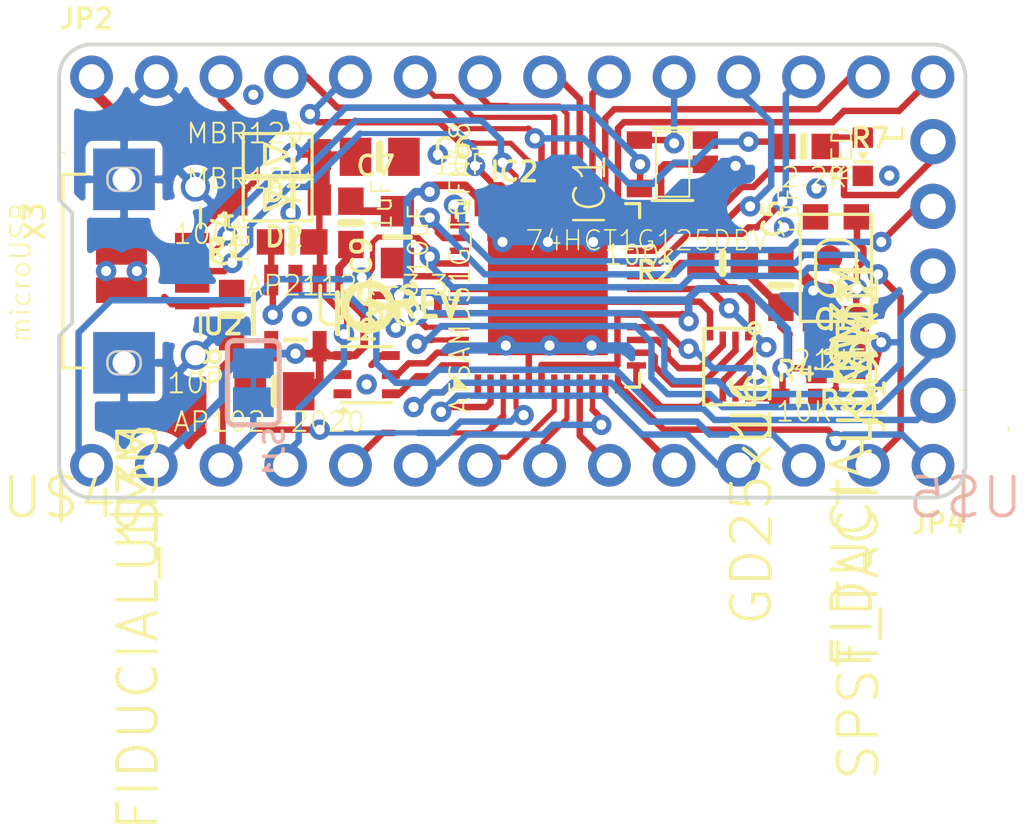
<source format=kicad_pcb>
(kicad_pcb (version 4) (host pcbnew 4.0.6)

  (general
    (links 100)
    (no_connects 17)
    (area 128.271386 94.28922 168.730815 127.076885)
    (thickness 1.6)
    (drawings 12)
    (tracks 592)
    (zones 0)
    (modules 31)
    (nets 54)
  )

  (page A4)
  (layers
    (0 Top signal)
    (1 Route2 signal)
    (2 Route15 signal)
    (31 Bottom signal)
    (32 B.Adhes user)
    (33 F.Adhes user)
    (34 B.Paste user)
    (35 F.Paste user)
    (36 B.SilkS user)
    (37 F.SilkS user)
    (38 B.Mask user)
    (39 F.Mask user)
    (40 Dwgs.User user)
    (41 Cmts.User user)
    (42 Eco1.User user)
    (43 Eco2.User user)
    (44 Edge.Cuts user)
    (45 Margin user)
    (46 B.CrtYd user)
    (47 F.CrtYd user)
    (48 B.Fab user)
    (49 F.Fab user)
  )

  (setup
    (last_trace_width 0.25)
    (trace_clearance 0.2)
    (zone_clearance 0.508)
    (zone_45_only no)
    (trace_min 0.2)
    (segment_width 0.2)
    (edge_width 0.15)
    (via_size 0.6)
    (via_drill 0.4)
    (via_min_size 0.4)
    (via_min_drill 0.3)
    (uvia_size 0.3)
    (uvia_drill 0.1)
    (uvias_allowed no)
    (uvia_min_size 0.2)
    (uvia_min_drill 0.1)
    (pcb_text_width 0.3)
    (pcb_text_size 1.5 1.5)
    (mod_edge_width 0.15)
    (mod_text_size 1 1)
    (mod_text_width 0.15)
    (pad_size 1.524 1.524)
    (pad_drill 0.762)
    (pad_to_mask_clearance 0.2)
    (aux_axis_origin 0 0)
    (visible_elements 7FFFFFFF)
    (pcbplotparams
      (layerselection 0x00030_80000001)
      (usegerberextensions false)
      (excludeedgelayer true)
      (linewidth 0.100000)
      (plotframeref false)
      (viasonmask false)
      (mode 1)
      (useauxorigin false)
      (hpglpennumber 1)
      (hpglpenspeed 20)
      (hpglpendiameter 15)
      (hpglpenoverlay 2)
      (psnegative false)
      (psa4output false)
      (plotreference true)
      (plotvalue true)
      (plotinvisibletext false)
      (padsonsilk false)
      (subtractmaskfromsilk false)
      (outputformat 1)
      (mirror false)
      (drillshape 0)
      (scaleselection 1)
      (outputdirectory gerber))
  )

  (net 0 "")
  (net 1 GND)
  (net 2 +3V3)
  (net 3 VBUS)
  (net 4 VBAT)
  (net 5 N$2)
  (net 6 /~RESET)
  (net 7 /VHI)
  (net 8 /VDDCORE)
  (net 9 /AREF)
  (net 10 /D5)
  (net 11 /D5_5V)
  (net 12 /MOSI)
  (net 13 /SCK)
  (net 14 /A0)
  (net 15 /A2)
  (net 16 /A3)
  (net 17 /A4)
  (net 18 /A1)
  (net 19 /A5)
  (net 20 /QSPI_DATA[0])
  (net 21 /QSPI_DATA[1])
  (net 22 /QSPI_DATA[2])
  (net 23 /QSPI_DATA[3])
  (net 24 /QSPI_SCK)
  (net 25 /QSPI_CS)
  (net 26 /SDA)
  (net 27 /SCL)
  (net 28 /D4)
  (net 29 /RX_D0)
  (net 30 /TX_D1)
  (net 31 /D7)
  (net 32 /D9)
  (net 33 /D10)
  (net 34 /D11)
  (net 35 /D13)
  (net 36 /D12)
  (net 37 /D-)
  (net 38 /D+)
  (net 39 /D3)
  (net 40 /MISO)
  (net 41 "Net-(IC2-Pad39)")
  (net 42 "Net-(IC2-Pad43)")
  (net 43 /SWCLK)
  (net 44 /SWDIO)
  (net 45 /DOTSTAR_CLK)
  (net 46 /D2)
  (net 47 /DOTSTAR_DATA)
  (net 48 /EN)
  (net 49 "Net-(L2-Pad2)")
  (net 50 "Net-(L2-Pad1)")
  (net 51 /N$2)
  (net 52 "Net-(U2-Pad4)")
  (net 53 "Net-(X3-PadID)")

  (net_class Default "This is the default net class."
    (clearance 0.2)
    (trace_width 0.25)
    (via_dia 0.6)
    (via_drill 0.4)
    (uvia_dia 0.3)
    (uvia_drill 0.1)
    (add_net +3V3)
    (add_net /A0)
    (add_net /A1)
    (add_net /A2)
    (add_net /A3)
    (add_net /A4)
    (add_net /A5)
    (add_net /AREF)
    (add_net /D+)
    (add_net /D-)
    (add_net /D10)
    (add_net /D11)
    (add_net /D12)
    (add_net /D13)
    (add_net /D2)
    (add_net /D3)
    (add_net /D4)
    (add_net /D5)
    (add_net /D5_5V)
    (add_net /D7)
    (add_net /D9)
    (add_net /DOTSTAR_CLK)
    (add_net /DOTSTAR_DATA)
    (add_net /EN)
    (add_net /MISO)
    (add_net /MOSI)
    (add_net /N$2)
    (add_net /QSPI_CS)
    (add_net /QSPI_DATA[0])
    (add_net /QSPI_DATA[1])
    (add_net /QSPI_DATA[2])
    (add_net /QSPI_DATA[3])
    (add_net /QSPI_SCK)
    (add_net /RX_D0)
    (add_net /SCK)
    (add_net /SCL)
    (add_net /SDA)
    (add_net /SWCLK)
    (add_net /SWDIO)
    (add_net /TX_D1)
    (add_net /VDDCORE)
    (add_net /VHI)
    (add_net /~RESET)
    (add_net GND)
    (add_net N$2)
    (add_net "Net-(IC2-Pad39)")
    (add_net "Net-(IC2-Pad43)")
    (add_net "Net-(L2-Pad1)")
    (add_net "Net-(L2-Pad2)")
    (add_net "Net-(U2-Pad4)")
    (add_net "Net-(X3-PadID)")
    (add_net VBAT)
    (add_net VBUS)
  )

  (module 0805-NO (layer Top) (tedit 0) (tstamp 5B8ACCBF)
    (at 143.2991 100.5186)
    (path /5B8AD0F6)
    (fp_text reference C6 (at 2.032 0.127) (layer F.SilkS)
      (effects (font (size 0.77216 0.77216) (thickness 0.138988)) (justify left bottom))
    )
    (fp_text value 10~F (at 2.032 0.762) (layer F.SilkS)
      (effects (font (size 0.77216 0.77216) (thickness 0.077216)) (justify left bottom))
    )
    (fp_line (start -0.381 -0.66) (end 0.381 -0.66) (layer Dwgs.User) (width 0.1016))
    (fp_line (start -0.356 0.66) (end 0.381 0.66) (layer Dwgs.User) (width 0.1016))
    (fp_poly (pts (xy -1.0922 0.7239) (xy -0.3421 0.7239) (xy -0.3421 -0.7262) (xy -1.0922 -0.7262)) (layer Dwgs.User) (width 0))
    (fp_poly (pts (xy 0.3556 0.7239) (xy 1.1057 0.7239) (xy 1.1057 -0.7262) (xy 0.3556 -0.7262)) (layer Dwgs.User) (width 0))
    (fp_line (start 0 -0.508) (end 0 0.508) (layer F.SilkS) (width 0.3048))
    (pad 1 smd rect (at -0.95 0) (size 1.24 1.5) (layers Top F.Paste F.Mask)
      (net 7 /VHI))
    (pad 2 smd rect (at 0.95 0) (size 1.24 1.5) (layers Top F.Paste F.Mask)
      (net 1 GND))
  )

  (module 0603-NO (layer Top) (tedit 0) (tstamp 5B8ACCC9)
    (at 142.1681 103.1111 90)
    (path /5B8AD1BE)
    (fp_text reference C7 (at 1.778 0.127 360) (layer F.SilkS)
      (effects (font (size 0.77216 0.77216) (thickness 0.138988)) (justify left bottom))
    )
    (fp_text value 1uF (at 1.778 0.762 90) (layer F.SilkS)
      (effects (font (size 0.77216 0.77216) (thickness 0.077216)) (justify right top))
    )
    (fp_line (start -0.356 -0.432) (end 0.356 -0.432) (layer Dwgs.User) (width 0.1016))
    (fp_line (start -0.356 0.419) (end 0.356 0.419) (layer Dwgs.User) (width 0.1016))
    (fp_poly (pts (xy -0.8382 0.4699) (xy -0.3381 0.4699) (xy -0.3381 -0.4801) (xy -0.8382 -0.4801)) (layer Dwgs.User) (width 0))
    (fp_poly (pts (xy 0.3302 0.4699) (xy 0.8303 0.4699) (xy 0.8303 -0.4801) (xy 0.3302 -0.4801)) (layer Dwgs.User) (width 0))
    (fp_poly (pts (xy -0.1999 0.3) (xy 0.1999 0.3) (xy 0.1999 -0.3) (xy -0.1999 -0.3)) (layer F.Adhes) (width 0))
    (fp_line (start 0 -0.4) (end 0 0.4) (layer F.SilkS) (width 0.3048))
    (pad 1 smd rect (at -0.85 0 90) (size 1.075 1) (layers Top F.Paste F.Mask)
      (net 2 +3V3))
    (pad 2 smd rect (at 0.85 0 90) (size 1.075 1) (layers Top F.Paste F.Mask)
      (net 1 GND))
  )

  (module 0805-NO (layer Top) (tedit 0) (tstamp 5B8ACCD4)
    (at 139.1701 109.7176 180)
    (path /5B8AD286)
    (fp_text reference C8 (at 2.032 0.127 450) (layer F.SilkS)
      (effects (font (size 0.77216 0.77216) (thickness 0.138988)) (justify left bottom))
    )
    (fp_text value 10~F (at 2.032 0.762 360) (layer F.SilkS)
      (effects (font (size 0.77216 0.77216) (thickness 0.077216)) (justify right top))
    )
    (fp_line (start -0.381 -0.66) (end 0.381 -0.66) (layer Dwgs.User) (width 0.1016))
    (fp_line (start -0.356 0.66) (end 0.381 0.66) (layer Dwgs.User) (width 0.1016))
    (fp_poly (pts (xy -1.0922 0.7239) (xy -0.3421 0.7239) (xy -0.3421 -0.7262) (xy -1.0922 -0.7262)) (layer Dwgs.User) (width 0))
    (fp_poly (pts (xy 0.3556 0.7239) (xy 1.1057 0.7239) (xy 1.1057 -0.7262) (xy 0.3556 -0.7262)) (layer Dwgs.User) (width 0))
    (fp_line (start 0 -0.508) (end 0 0.508) (layer F.SilkS) (width 0.3048))
    (pad 1 smd rect (at -0.95 0 180) (size 1.24 1.5) (layers Top F.Paste F.Mask)
      (net 2 +3V3))
    (pad 2 smd rect (at 0.95 0 180) (size 1.24 1.5) (layers Top F.Paste F.Mask)
      (net 1 GND))
  )

  (module CHIPLED_0603_NOOUTLINE (layer Top) (tedit 0) (tstamp 5B8ACCDE)
    (at 162.2571 100.5171 180)
    (fp_text reference L (at -0.762 1.27 450) (layer F.SilkS)
      (effects (font (size 0.77216 0.77216) (thickness 0.138988)) (justify right top))
    )
    (fp_text value RED (at 1.27 1.27 450) (layer F.SilkS)
      (effects (font (size 0.77216 0.77216) (thickness 0.077216)) (justify right top))
    )
    (fp_arc (start 0 -0.826099) (end -0.3 -0.8) (angle -170.055574) (layer Dwgs.User) (width 0.1016))
    (fp_arc (start 0 0.825) (end -0.275 0.825) (angle 180) (layer Dwgs.User) (width 0.0508))
    (fp_line (start -0.4 -0.375) (end -0.4 0.35) (layer Dwgs.User) (width 0.1016))
    (fp_line (start 0.4 -0.35) (end 0.4 0.35) (layer Dwgs.User) (width 0.1016))
    (fp_circle (center -0.35 -0.625) (end -0.275 -0.625) (layer Dwgs.User) (width 0.0508))
    (fp_poly (pts (xy -0.45 -0.7) (xy -0.25 -0.7) (xy -0.25 -0.85) (xy -0.45 -0.85)) (layer Dwgs.User) (width 0))
    (fp_poly (pts (xy -0.275 -0.55) (xy -0.225 -0.55) (xy -0.225 -0.6) (xy -0.275 -0.6)) (layer Dwgs.User) (width 0))
    (fp_poly (pts (xy -0.45 -0.35) (xy -0.4 -0.35) (xy -0.4 -0.725) (xy -0.45 -0.725)) (layer Dwgs.User) (width 0))
    (fp_poly (pts (xy 0.25 -0.55) (xy 0.45 -0.55) (xy 0.45 -0.85) (xy 0.25 -0.85)) (layer Dwgs.User) (width 0))
    (fp_poly (pts (xy -0.45 -0.35) (xy 0.45 -0.35) (xy 0.45 -0.575) (xy -0.45 -0.575)) (layer Dwgs.User) (width 0))
    (fp_poly (pts (xy -0.45 0.85) (xy -0.25 0.85) (xy -0.25 0.35) (xy -0.45 0.35)) (layer Dwgs.User) (width 0))
    (fp_poly (pts (xy 0.25 0.85) (xy 0.45 0.85) (xy 0.45 0.35) (xy 0.25 0.35)) (layer Dwgs.User) (width 0))
    (fp_poly (pts (xy -0.275 0.575) (xy 0.275 0.575) (xy 0.275 0.35) (xy -0.275 0.35)) (layer Dwgs.User) (width 0))
    (fp_poly (pts (xy -0.275 0.65) (xy -0.175 0.65) (xy -0.175 0.55) (xy -0.275 0.55)) (layer Dwgs.User) (width 0))
    (fp_poly (pts (xy 0.175 0.65) (xy 0.275 0.65) (xy 0.275 0.55) (xy 0.175 0.55)) (layer Dwgs.User) (width 0))
    (fp_poly (pts (xy -0.381 -0.1397) (xy 0.381 -0.1397) (xy 0.381 -0.2667) (xy -0.381 -0.2667)) (layer F.SilkS) (width 0))
    (fp_poly (pts (xy 0 -0.1397) (xy -0.254 0.1778) (xy 0.254 0.1778)) (layer F.SilkS) (width 0))
    (pad C smd rect (at 0 -0.75 180) (size 0.8 0.8) (layers Top F.Paste F.Mask)
      (net 1 GND))
    (pad A smd rect (at 0 0.75 180) (size 0.8 0.8) (layers Top F.Paste F.Mask)
      (net 5 N$2))
  )

  (module 0603-NO (layer Top) (tedit 0) (tstamp 5B8ACCF4)
    (at 137.489006 106.7308 90)
    (path /5B8AD416)
    (fp_text reference C14 (at 1.778 0.127 90) (layer F.SilkS)
      (effects (font (size 0.77216 0.77216) (thickness 0.138988)) (justify left bottom))
    )
    (fp_text value 1uF (at 1.778 0.762 90) (layer F.SilkS)
      (effects (font (size 0.77216 0.77216) (thickness 0.077216)) (justify left bottom))
    )
    (fp_line (start -0.356 -0.432) (end 0.356 -0.432) (layer Dwgs.User) (width 0.1016))
    (fp_line (start -0.356 0.419) (end 0.356 0.419) (layer Dwgs.User) (width 0.1016))
    (fp_poly (pts (xy -0.8382 0.4699) (xy -0.3381 0.4699) (xy -0.3381 -0.4801) (xy -0.8382 -0.4801)) (layer Dwgs.User) (width 0))
    (fp_poly (pts (xy 0.3302 0.4699) (xy 0.8303 0.4699) (xy 0.8303 -0.4801) (xy 0.3302 -0.4801)) (layer Dwgs.User) (width 0))
    (fp_poly (pts (xy -0.1999 0.3) (xy 0.1999 0.3) (xy 0.1999 -0.3) (xy -0.1999 -0.3)) (layer F.Adhes) (width 0))
    (fp_line (start 0 -0.4) (end 0 0.4) (layer F.SilkS) (width 0.3048))
    (pad 1 smd rect (at -0.85 0 90) (size 1.075 1) (layers Top F.Paste F.Mask)
      (net 9 /AREF))
    (pad 2 smd rect (at 0.85 0 90) (size 1.075 1) (layers Top F.Paste F.Mask)
      (net 1 GND))
  )

  (module 0603-NO (layer Top) (tedit 0) (tstamp 5B8ACCFF)
    (at 159.9311 100.1141)
    (path /5B8AE3B6)
    (fp_text reference R7 (at 1.778 0.127) (layer F.SilkS)
      (effects (font (size 0.77216 0.77216) (thickness 0.138988)) (justify left bottom))
    )
    (fp_text value 2.2K (at 1.778 0.762) (layer F.SilkS)
      (effects (font (size 0.77216 0.77216) (thickness 0.077216)) (justify right top))
    )
    (fp_line (start -0.356 -0.432) (end 0.356 -0.432) (layer Dwgs.User) (width 0.1016))
    (fp_line (start -0.356 0.419) (end 0.356 0.419) (layer Dwgs.User) (width 0.1016))
    (fp_poly (pts (xy -0.8382 0.4699) (xy -0.3381 0.4699) (xy -0.3381 -0.4801) (xy -0.8382 -0.4801)) (layer Dwgs.User) (width 0))
    (fp_poly (pts (xy 0.3302 0.4699) (xy 0.8303 0.4699) (xy 0.8303 -0.4801) (xy 0.3302 -0.4801)) (layer Dwgs.User) (width 0))
    (fp_poly (pts (xy -0.1999 0.3) (xy 0.1999 0.3) (xy 0.1999 -0.3) (xy -0.1999 -0.3)) (layer F.Adhes) (width 0))
    (fp_line (start 0 -0.4) (end 0 0.4) (layer F.SilkS) (width 0.3048))
    (pad 1 smd rect (at -0.85 0) (size 1.075 1) (layers Top F.Paste F.Mask)
      (net 35 /D13))
    (pad 2 smd rect (at 0.85 0) (size 1.075 1) (layers Top F.Paste F.Mask)
      (net 51 /N$2))
  )

  (module FIDUCIAL_1MM (layer Top) (tedit 0) (tstamp 5B8ACD0A)
    (at 160.9471 104.4956 270)
    (fp_text reference U$34 (at 0 0 270) (layer F.SilkS)
      (effects (font (thickness 0.15)) (justify right top))
    )
    (fp_text value FIDUCIAL_1MM (at 0 0 270) (layer F.SilkS)
      (effects (font (thickness 0.15)) (justify right top))
    )
    (fp_arc (start 0 0) (end -0.75 0) (angle 90) (layer F.Mask) (width 0.5))
    (fp_arc (start 0 0) (end 0 -0.75) (angle 90) (layer F.Mask) (width 0.5))
    (fp_arc (start 0 0) (end 0.75 0) (angle 90) (layer F.Mask) (width 0.5))
    (fp_arc (start 0 0) (end 0 0.75) (angle 90) (layer F.Mask) (width 0.5))
    (pad 1 smd circle (at 0 0 270) (size 1 1) (layers Top F.Paste F.Mask))
  )

  (module FIDUCIAL_1MM (layer Top) (tedit 0) (tstamp 5B8ACD12)
    (at 132.9273 110.8386 270)
    (fp_text reference U$35 (at 0 0 270) (layer F.SilkS)
      (effects (font (thickness 0.15)) (justify right top))
    )
    (fp_text value FIDUCIAL_1MM (at 0 0 270) (layer F.SilkS)
      (effects (font (thickness 0.15)) (justify right top))
    )
    (fp_arc (start 0 0) (end -0.75 0) (angle 90) (layer F.Mask) (width 0.5))
    (fp_arc (start 0 0) (end 0 -0.75) (angle 90) (layer F.Mask) (width 0.5))
    (fp_arc (start 0 0) (end 0.75 0) (angle 90) (layer F.Mask) (width 0.5))
    (fp_arc (start 0 0) (end 0 0.75) (angle 90) (layer F.Mask) (width 0.5))
    (pad 1 smd circle (at 0 0 270) (size 1 1) (layers Top F.Paste F.Mask))
  )

  (module KMR2 (layer Top) (tedit 0) (tstamp 5B8ACD1A)
    (at 161.2011 104.8766 270)
    (path /5B8AE546)
    (fp_text reference SW1 (at 0 0 270) (layer F.SilkS)
      (effects (font (thickness 0.15)) (justify right top))
    )
    (fp_text value SPST_TACT-KMR2 (at 0 0 270) (layer F.SilkS)
      (effects (font (thickness 0.15)) (justify right top))
    )
    (fp_line (start -2.1 -1.4) (end 2.1 -1.4) (layer F.SilkS) (width 0.127))
    (fp_line (start 2.1 -1.4) (end 2.1 1.4) (layer F.SilkS) (width 0.127))
    (fp_line (start 2.1 1.4) (end -2.1 1.4) (layer F.SilkS) (width 0.127))
    (fp_line (start -2.1 1.4) (end -2.1 -1.4) (layer F.SilkS) (width 0.127))
    (fp_arc (start -0.499999 0.199999) (end -0.5 0.8) (angle 90) (layer F.SilkS) (width 0.127))
    (fp_line (start -1.1 0.2) (end -1.1 -0.2) (layer F.SilkS) (width 0.127))
    (fp_arc (start -0.499999 -0.199999) (end -1.1 -0.2) (angle 90) (layer F.SilkS) (width 0.127))
    (fp_line (start -0.5 -0.8) (end 0.5 -0.8) (layer F.SilkS) (width 0.127))
    (fp_arc (start 0.499999 -0.199999) (end 0.5 -0.8) (angle 90) (layer F.SilkS) (width 0.127))
    (fp_line (start 1.1 -0.2) (end 1.1 0.2) (layer F.SilkS) (width 0.127))
    (fp_arc (start 0.499999 0.199999) (end 1.1 0.2) (angle 90) (layer F.SilkS) (width 0.127))
    (fp_line (start 0.5 0.8) (end -0.5 0.8) (layer F.SilkS) (width 0.127))
    (pad 1 smd rect (at 2 -0.8 270) (size 1 1) (layers Top F.Paste F.Mask)
      (net 6 /~RESET))
    (pad 2 smd rect (at 2 0.8 270) (size 1 1) (layers Top F.Paste F.Mask)
      (net 1 GND))
    (pad 4 smd rect (at -2 0.8 270) (size 1 1) (layers Top F.Paste F.Mask)
      (net 1 GND))
    (pad 3 smd rect (at -2 -0.8 270) (size 1 1) (layers Top F.Paste F.Mask)
      (net 6 /~RESET))
  )

  (module 4UCONN_20329_V2 (layer Top) (tedit 0) (tstamp 5B8ACD2D)
    (at 135.1661 105.0036 270)
    (path /5B8AEF0A)
    (fp_text reference X3 (at -2.778 5.852 450) (layer F.SilkS)
      (effects (font (size 0.77216 0.77216) (thickness 0.138988)) (justify right top))
    )
    (fp_text value microUSB (at -2.778 6.41 450) (layer F.SilkS)
      (effects (font (size 0.77216 0.77216) (thickness 0.077216)) (justify right top))
    )
    (fp_text user "PCB EDGE" (at 0 4 270) (layer Dwgs.User)
      (effects (font (size 0.38608 0.38608) (thickness 0.065024)))
    )
    (fp_line (start 3.5 4.35) (end 4.35 4.35) (layer Dwgs.User) (width 0))
    (fp_arc (start -3.7 1.6) (end -4.05 1.6) (angle 90) (layer Edge.Cuts) (width 0))
    (fp_line (start -3.7 1.25) (end -3.5 1.25) (layer Edge.Cuts) (width 0))
    (fp_arc (start -3.5 1.6) (end -3.5 1.25) (angle 90) (layer Edge.Cuts) (width 0))
    (fp_line (start -3.15 1.6) (end -3.15 2.15) (layer Edge.Cuts) (width 0))
    (fp_arc (start -3.525 2.175) (end -3.15 2.15) (angle 90) (layer Edge.Cuts) (width 0))
    (fp_line (start -3.5 2.55) (end -3.7 2.55) (layer Edge.Cuts) (width 0))
    (fp_arc (start -3.675 2.175) (end -3.7 2.55) (angle 90) (layer Edge.Cuts) (width 0))
    (fp_line (start -4.05 2.15) (end -4.05 1.6) (layer Edge.Cuts) (width 0))
    (fp_arc (start 3.65 2.15) (end 4.05 2.2) (angle 90) (layer Edge.Cuts) (width 0))
    (fp_arc (start 3.55 2.15) (end 3.6 2.55) (angle 90) (layer Edge.Cuts) (width 0))
    (fp_line (start 4.05 1.6) (end 4.05 2.2) (layer Edge.Cuts) (width 0))
    (fp_arc (start 3.65 1.65) (end 3.6 1.25) (angle 90) (layer Edge.Cuts) (width 0))
    (fp_arc (start 3.55 1.65) (end 3.15 1.6) (angle 90) (layer Edge.Cuts) (width 0))
    (fp_line (start 3.15 2.2) (end 3.15 1.6) (layer Edge.Cuts) (width 0))
    (fp_line (start -2.7 3.325) (end -2.775 3.325) (layer Dwgs.User) (width 0.127))
    (fp_arc (start -2.7625 3.2375) (end -2.775 3.325) (angle 90) (layer Dwgs.User) (width 0.127))
    (fp_line (start -2.85 3.225) (end -2.85 3.2) (layer Dwgs.User) (width 0.127))
    (fp_arc (start -2.75 3.2) (end -2.85 3.2) (angle 90) (layer Dwgs.User) (width 0.127))
    (fp_line (start -2.75 3.1) (end -2.75 2.625) (layer Dwgs.User) (width 0.127))
    (fp_line (start -2.75 2.625) (end -2.75 2.05) (layer Dwgs.User) (width 0.127))
    (fp_arc (start -2.475 2.05) (end -2.75 2.05) (angle 90) (layer Dwgs.User) (width 0.127))
    (fp_line (start -2.475 1.775) (end -2.225 1.775) (layer Dwgs.User) (width 0.127))
    (fp_arc (start -2.225 2.025) (end -2.225 1.775) (angle 90) (layer Dwgs.User) (width 0.127))
    (fp_line (start -1.975 2.025) (end -1.975 3.1) (layer Dwgs.User) (width 0.127))
    (fp_line (start -1.975 3.1) (end -1.95 3.1) (layer Dwgs.User) (width 0.127))
    (fp_arc (start -1.95 3.175) (end -1.95 3.1) (angle 90) (layer Dwgs.User) (width 0.127))
    (fp_arc (start -2.025 3.175) (end -1.875 3.175) (angle 90) (layer Dwgs.User) (width 0.127))
    (fp_line (start -2.025 3.325) (end -2.025 3.8) (layer Dwgs.User) (width 0.127))
    (fp_line (start -2.025 3.8) (end -2.7 3.8) (layer Dwgs.User) (width 0.127))
    (fp_line (start -2.7 3.8) (end -2.7 3.325) (layer Dwgs.User) (width 0.127))
    (fp_line (start -2.75 2.625) (end -2 2.625) (layer Dwgs.User) (width 0.127))
    (fp_line (start -2.7 3.325) (end -2 3.325) (layer Dwgs.User) (width 0.127))
    (fp_line (start -3.675 4.3) (end -3.45 4.3) (layer Dwgs.User) (width 0.127))
    (fp_line (start -3.45 4.3) (end -3.075 4.3) (layer Dwgs.User) (width 0.127))
    (fp_line (start -3.075 4.3) (end 3.1 4.3) (layer Dwgs.User) (width 0.127))
    (fp_line (start 3.1 4.3) (end 3.7 4.3) (layer Dwgs.User) (width 0.127))
    (fp_line (start 3.7 4.3) (end 3.75 4.3) (layer Dwgs.User) (width 0.127))
    (fp_line (start 3.75 4.3) (end 3.75 -0.2) (layer Dwgs.User) (width 0.127))
    (fp_arc (start 3.35 -0.199999) (end 3.75 -0.2) (angle -90) (layer Dwgs.User) (width 0.127))
    (fp_line (start 3.35 -0.6) (end 2.925 -0.6) (layer Dwgs.User) (width 0.127))
    (fp_line (start 2.475 -0.6) (end 1.675 -0.6) (layer Dwgs.User) (width 0.127))
    (fp_line (start 1.675 -0.6) (end 0.525 -0.6) (layer Dwgs.User) (width 0.127))
    (fp_line (start 0.525 -0.6) (end 0.525 -0.35) (layer Dwgs.User) (width 0.127))
    (fp_arc (start 0.325 -0.35) (end 0.525 -0.35) (angle 90) (layer Dwgs.User) (width 0.127))
    (fp_line (start 0.325 -0.15) (end -0.3 -0.15) (layer Dwgs.User) (width 0.127))
    (fp_arc (start -0.3 -0.325) (end -0.3 -0.15) (angle 90) (layer Dwgs.User) (width 0.127))
    (fp_line (start -0.475 -0.325) (end -0.475 -0.6) (layer Dwgs.User) (width 0.127))
    (fp_line (start -0.475 -0.6) (end -1.65 -0.6) (layer Dwgs.User) (width 0.127))
    (fp_line (start -1.65 -0.6) (end -2.5 -0.6) (layer Dwgs.User) (width 0.127))
    (fp_line (start -2.825 -0.6) (end -3.275 -0.6) (layer Dwgs.User) (width 0.127))
    (fp_arc (start -3.275 -0.124999) (end -3.275 -0.6) (angle -90) (layer Dwgs.User) (width 0.127))
    (fp_line (start -3.75 -0.125) (end -3.75 4.3) (layer Dwgs.User) (width 0.127))
    (fp_line (start -3.75 4.3) (end -3.675 4.3) (layer Dwgs.User) (width 0.127))
    (fp_line (start -3.725 -0.025) (end -3.175 -0.025) (layer Dwgs.User) (width 0.127))
    (fp_arc (start -3.175 -0.225) (end -3.175 -0.025) (angle -90) (layer Dwgs.User) (width 0.127))
    (fp_line (start -2.975 -0.225) (end -2.975 -0.45) (layer Dwgs.User) (width 0.127))
    (fp_arc (start -2.825 -0.45) (end -2.975 -0.45) (angle 90) (layer Dwgs.User) (width 0.127))
    (fp_line (start -2.825 -0.6) (end -2.5 -0.6) (layer Dwgs.User) (width 0.127))
    (fp_arc (start -2.5 -0.525) (end -2.5 -0.6) (angle 90) (layer Dwgs.User) (width 0.127))
    (fp_line (start -2.425 -0.525) (end -2.425 -0.325) (layer Dwgs.User) (width 0.127))
    (fp_arc (start -2 -0.325) (end -2.425 -0.325) (angle -90) (layer Dwgs.User) (width 0.127))
    (fp_arc (start -2 -0.25) (end -2 0.1) (angle -90) (layer Dwgs.User) (width 0.127))
    (fp_line (start -1.65 -0.25) (end -1.65 -0.6) (layer Dwgs.User) (width 0.127))
    (fp_line (start 1.675 -0.6) (end 1.675 -0.3) (layer Dwgs.User) (width 0.127))
    (fp_arc (start 2.075 -0.3) (end 1.675 -0.3) (angle -90) (layer Dwgs.User) (width 0.127))
    (fp_arc (start 2.075 -0.3) (end 2.075 0.1) (angle -90) (layer Dwgs.User) (width 0.127))
    (fp_line (start 2.475 -0.3) (end 2.475 -0.6) (layer Dwgs.User) (width 0.127))
    (fp_line (start 2.475 -0.6) (end 2.925 -0.6) (layer Dwgs.User) (width 0.127))
    (fp_arc (start 2.925 -0.525) (end 2.925 -0.6) (angle 90) (layer Dwgs.User) (width 0.127))
    (fp_line (start 3 -0.525) (end 3 -0.2) (layer Dwgs.User) (width 0.127))
    (fp_arc (start 3.175 -0.2) (end 3 -0.2) (angle -90) (layer Dwgs.User) (width 0.127))
    (fp_line (start 3.175 -0.025) (end 3.725 -0.025) (layer Dwgs.User) (width 0.127))
    (fp_line (start -3.425 -0.625) (end -3.425 -0.75) (layer Dwgs.User) (width 0.127))
    (fp_line (start -3.425 -0.75) (end -3.575 -0.75) (layer Dwgs.User) (width 0.127))
    (fp_line (start -3.575 -0.75) (end -3.575 -1.05) (layer Dwgs.User) (width 0.127))
    (fp_line (start -3.575 -1.05) (end -0.475 -1.05) (layer Dwgs.User) (width 0.127))
    (fp_line (start 0.525 -1.05) (end 3.6 -1.05) (layer Dwgs.User) (width 0.127))
    (fp_line (start 3.6 -1.05) (end 3.6 -0.775) (layer Dwgs.User) (width 0.127))
    (fp_line (start 3.6 -0.775) (end 3.35 -0.775) (layer Dwgs.User) (width 0.127))
    (fp_line (start 3.35 -0.775) (end 3.35 -0.6) (layer Dwgs.User) (width 0.127))
    (fp_line (start -0.475 -0.6) (end -0.475 -1.05) (layer Dwgs.User) (width 0.127))
    (fp_line (start -0.475 -1.05) (end 0.525 -1.05) (layer Dwgs.User) (width 0.127))
    (fp_line (start 0.525 -1.05) (end 0.525 -0.6) (layer Dwgs.User) (width 0.127))
    (fp_line (start -0.125 -0.175) (end -0.125 -0.65) (layer Dwgs.User) (width 0.127))
    (fp_line (start -0.125 -0.65) (end 0.1 -0.65) (layer Dwgs.User) (width 0.127))
    (fp_line (start 0.1 -0.65) (end 0.1 -0.175) (layer Dwgs.User) (width 0.127))
    (fp_line (start -3.075 4.3) (end -3.075 4.525) (layer Dwgs.User) (width 0.127))
    (fp_arc (start -2.725 4.525) (end -3.075 4.525) (angle -90) (layer Dwgs.User) (width 0.127))
    (fp_line (start -2.725 4.875) (end 2.775 4.875) (layer Dwgs.User) (width 0.127))
    (fp_arc (start 2.775 4.55) (end 2.775 4.875) (angle -90) (layer Dwgs.User) (width 0.127))
    (fp_line (start 3.1 4.55) (end 3.1 4.3) (layer Dwgs.User) (width 0.127))
    (fp_line (start -3.975 4.725) (end -3.675 4.3) (layer Dwgs.User) (width 0.127))
    (fp_line (start -3.975 4.725) (end -3.75 4.9) (layer Dwgs.User) (width 0.127))
    (fp_line (start -3.75 4.9) (end -3.45 4.475) (layer Dwgs.User) (width 0.127))
    (fp_line (start -3.45 4.475) (end -3.45 4.3) (layer Dwgs.User) (width 0.127))
    (fp_line (start 3.7 4.3) (end 4 4.725) (layer Dwgs.User) (width 0.127))
    (fp_line (start 4 4.725) (end 3.775 4.9) (layer Dwgs.User) (width 0.127))
    (fp_line (start 3.775 4.9) (end 3.5 4.5) (layer Dwgs.User) (width 0.127))
    (fp_line (start 3.5 4.5) (end 3.5 4.35) (layer Dwgs.User) (width 0.127))
    (fp_line (start 2 3.325) (end 1.925 3.325) (layer Dwgs.User) (width 0.127))
    (fp_arc (start 1.9375 3.2375) (end 1.925 3.325) (angle 90) (layer Dwgs.User) (width 0.127))
    (fp_line (start 1.85 3.225) (end 1.85 3.2) (layer Dwgs.User) (width 0.127))
    (fp_arc (start 1.95 3.2) (end 1.85 3.2) (angle 90) (layer Dwgs.User) (width 0.127))
    (fp_line (start 1.95 3.1) (end 1.95 2.625) (layer Dwgs.User) (width 0.127))
    (fp_line (start 1.95 2.625) (end 1.95 2.05) (layer Dwgs.User) (width 0.127))
    (fp_arc (start 2.225 2.05) (end 1.95 2.05) (angle 90) (layer Dwgs.User) (width 0.127))
    (fp_line (start 2.225 1.775) (end 2.475 1.775) (layer Dwgs.User) (width 0.127))
    (fp_arc (start 2.475 2.025) (end 2.475 1.775) (angle 90) (layer Dwgs.User) (width 0.127))
    (fp_line (start 2.725 2.025) (end 2.725 3.1) (layer Dwgs.User) (width 0.127))
    (fp_line (start 2.725 3.1) (end 2.75 3.1) (layer Dwgs.User) (width 0.127))
    (fp_arc (start 2.75 3.175) (end 2.75 3.1) (angle 90) (layer Dwgs.User) (width 0.127))
    (fp_arc (start 2.675 3.175) (end 2.825 3.175) (angle 90) (layer Dwgs.User) (width 0.127))
    (fp_line (start 2.675 3.325) (end 2.675 3.8) (layer Dwgs.User) (width 0.127))
    (fp_line (start 2.675 3.8) (end 2 3.8) (layer Dwgs.User) (width 0.127))
    (fp_line (start 2 3.8) (end 2 3.325) (layer Dwgs.User) (width 0.127))
    (fp_line (start 1.95 2.625) (end 2.7 2.625) (layer Dwgs.User) (width 0.127))
    (fp_line (start 2 3.325) (end 2.7 3.325) (layer Dwgs.User) (width 0.127))
    (fp_line (start -2.5 -1.1) (end -1.7 -1.1) (layer F.SilkS) (width 0.127))
    (fp_line (start 1.7 -1.1) (end 2.5 -1.1) (layer F.SilkS) (width 0.127))
    (fp_line (start -3.8 3.4) (end -3.8 4.3) (layer F.SilkS) (width 0.127))
    (fp_line (start -3.8 4.3) (end 3.8 4.3) (layer F.SilkS) (width 0.127))
    (fp_line (start 3.8 4.3) (end 3.8 3.4) (layer F.SilkS) (width 0.127))
    (fp_poly (pts (xy -1.55 -0.05) (xy -1.05 -0.05) (xy -1.05 -1.5) (xy -1.55 -1.5)) (layer F.Mask) (width 0))
    (fp_poly (pts (xy -0.9 -0.05) (xy -0.4 -0.05) (xy -0.4 -1.5) (xy -0.9 -1.5)) (layer F.Mask) (width 0))
    (fp_poly (pts (xy -0.25 -0.05) (xy 0.25 -0.05) (xy 0.25 -1.5) (xy -0.25 -1.5)) (layer F.Mask) (width 0))
    (fp_poly (pts (xy 0.4 -0.05) (xy 0.9 -0.05) (xy 0.9 -1.5) (xy 0.4 -1.5)) (layer F.Mask) (width 0))
    (fp_poly (pts (xy 1.05 -0.05) (xy 1.55 -0.05) (xy 1.55 -1.5) (xy 1.05 -1.5)) (layer F.Mask) (width 0))
    (fp_poly (pts (xy -4.85 3.15) (xy -2.35 3.15) (xy -2.35 0.65) (xy -4.85 0.65)) (layer F.Paste) (width 0))
    (fp_poly (pts (xy 2.35 3.15) (xy 4.85 3.15) (xy 4.85 0.65) (xy 2.35 0.65)) (layer F.Paste) (width 0))
    (fp_poly (pts (xy -5.05 -0.9) (xy -4.45 -0.35) (xy -3.35 -0.35) (xy -2.75 -0.9)
      (xy -3.35 -1.45) (xy -4.45 -1.45)) (layer F.Paste) (width 0))
    (fp_poly (pts (xy 2.75 -0.9) (xy 3.35 -0.35) (xy 4.45 -0.35) (xy 5.05 -0.9)
      (xy 4.45 -1.45) (xy 3.35 -1.45)) (layer F.Paste) (width 0))
    (fp_poly (pts (xy -1.45 -0.15) (xy -1.15 -0.15) (xy -1.15 -1.4) (xy -1.45 -1.4)) (layer F.Paste) (width 0))
    (fp_poly (pts (xy -0.8 -0.15) (xy -0.5 -0.15) (xy -0.5 -1.4) (xy -0.8 -1.4)) (layer F.Paste) (width 0))
    (fp_poly (pts (xy -0.15 -0.15) (xy 0.15 -0.15) (xy 0.15 -1.4) (xy -0.15 -1.4)) (layer F.Paste) (width 0))
    (fp_poly (pts (xy 0.5 -0.15) (xy 0.8 -0.15) (xy 0.8 -1.4) (xy 0.5 -1.4)) (layer F.Paste) (width 0))
    (fp_poly (pts (xy 1.15 -0.15) (xy 1.45 -0.15) (xy 1.45 -1.4) (xy 1.15 -1.4)) (layer F.Paste) (width 0))
    (pad "" np_thru_hole circle (at -1.95 0 270) (size 0.7 0.7) (drill 0.7) (layers *.Cu))
    (pad "" np_thru_hole circle (at 1.95 0 270) (size 0.7 0.7) (drill 0.7) (layers *.Cu))
    (pad SPRT thru_hole rect (at 3.6 1.9) (size 2.413 2.413) (drill 0.9) (layers *.Cu *.Mask)
      (net 1 GND))
    (pad SPRT thru_hole rect (at -3.6 1.9) (size 2.413 2.413) (drill 0.9) (layers *.Cu *.Mask)
      (net 1 GND))
    (pad SPRT thru_hole circle (at -3.3 -0.9 90) (size 1.143 1.143) (drill 0.8) (layers *.Cu *.Mask)
      (net 1 GND))
    (pad SPRT thru_hole circle (at 3.3 -0.9 270) (size 1.143 1.143) (drill 0.8) (layers *.Cu *.Mask)
      (net 1 GND))
    (pad VBUS smd rect (at -1.3 -0.775 270) (size 0.4 1.35) (layers Top F.Paste F.Mask)
      (net 3 VBUS))
    (pad D- smd rect (at -0.65 -0.775 270) (size 0.4 1.35) (layers Top F.Paste F.Mask)
      (net 37 /D-))
    (pad D+ smd rect (at 0 -0.775 270) (size 0.4 1.35) (layers Top F.Paste F.Mask)
      (net 38 /D+))
    (pad ID smd rect (at 0.65 -0.775 270) (size 0.4 1.35) (layers Top F.Paste F.Mask)
      (net 53 "Net-(X3-PadID)"))
    (pad GND smd rect (at 1.3 -0.775 270) (size 0.4 1.35) (layers Top F.Paste F.Mask)
      (net 1 GND))
    (pad BASE smd rect (at -0.75 2) (size 2 1) (layers Top F.Paste F.Mask)
      (net 1 GND))
    (pad BASE smd rect (at 0.75 2) (size 2 1) (layers Top F.Paste F.Mask)
      (net 1 GND))
  )

  (module SOT23-5 (layer Top) (tedit 0) (tstamp 5B8ACDC7)
    (at 139.9921 106.6546 180)
    (descr "<b>Small Outline Transistor</b> - 5 Pin")
    (path /5B8AEE42)
    (fp_text reference U2 (at 1.978 0 360) (layer F.SilkS)
      (effects (font (size 0.77216 0.77216) (thickness 0.138988)) (justify right top))
    )
    (fp_text value AP2112K-3.3 (at 1.978 0.635 360) (layer F.SilkS)
      (effects (font (size 0.77216 0.77216) (thickness 0.077216)) (justify left bottom))
    )
    (fp_line (start 1.4224 -0.8104) (end 1.4224 0.8104) (layer Dwgs.User) (width 0.2032))
    (fp_line (start 1.4224 0.8104) (end -1.4224 0.8104) (layer Dwgs.User) (width 0.2032))
    (fp_line (start -1.4224 0.8104) (end -1.4224 -0.8104) (layer Dwgs.User) (width 0.2032))
    (fp_line (start -1.4224 -0.8104) (end 1.4224 -0.8104) (layer Dwgs.User) (width 0.2032))
    (fp_line (start -1.65 -0.8) (end -1.65 0.8) (layer F.SilkS) (width 0.2032))
    (fp_line (start 1.65 -0.8) (end 1.65 0.8) (layer F.SilkS) (width 0.2032))
    (fp_poly (pts (xy -1.2 1.5) (xy -0.7 1.5) (xy -0.7 0.85) (xy -1.2 0.85)) (layer Dwgs.User) (width 0))
    (fp_poly (pts (xy -0.25 1.5) (xy 0.25 1.5) (xy 0.25 0.85) (xy -0.25 0.85)) (layer Dwgs.User) (width 0))
    (fp_poly (pts (xy 0.7 1.5) (xy 1.2 1.5) (xy 1.2 0.85) (xy 0.7 0.85)) (layer Dwgs.User) (width 0))
    (fp_poly (pts (xy 0.7 -0.85) (xy 1.2 -0.85) (xy 1.2 -1.5) (xy 0.7 -1.5)) (layer Dwgs.User) (width 0))
    (fp_poly (pts (xy -1.2 -0.85) (xy -0.7 -0.85) (xy -0.7 -1.5) (xy -1.2 -1.5)) (layer Dwgs.User) (width 0))
    (fp_line (start -0.4 -1.05) (end 0.4 -1.05) (layer F.SilkS) (width 0.2032))
    (pad 1 smd rect (at -0.95 1.3001 180) (size 0.55 1.2) (layers Top F.Paste F.Mask)
      (net 7 /VHI))
    (pad 2 smd rect (at 0 1.3001 180) (size 0.55 1.2) (layers Top F.Paste F.Mask)
      (net 1 GND))
    (pad 3 smd rect (at 0.95 1.3001 180) (size 0.55 1.2) (layers Top F.Paste F.Mask)
      (net 48 /EN))
    (pad 4 smd rect (at 0.95 -1.3001 180) (size 0.55 1.2) (layers Top F.Paste F.Mask)
      (net 52 "Net-(U2-Pad4)"))
    (pad 5 smd rect (at -0.95 -1.3001 180) (size 0.55 1.2) (layers Top F.Paste F.Mask)
      (net 2 +3V3))
  )

  (module 0603-NO (layer Top) (tedit 0) (tstamp 5B8ACDDB)
    (at 159.0421 105.5751 90)
    (path /5B8AD02E)
    (fp_text reference C5 (at 1.778 0.127 90) (layer F.SilkS)
      (effects (font (size 0.77216 0.77216) (thickness 0.138988)) (justify left bottom))
    )
    (fp_text value 1uF (at 1.778 0.762 90) (layer F.SilkS)
      (effects (font (size 0.77216 0.77216) (thickness 0.077216)) (justify left bottom))
    )
    (fp_line (start -0.356 -0.432) (end 0.356 -0.432) (layer Dwgs.User) (width 0.1016))
    (fp_line (start -0.356 0.419) (end 0.356 0.419) (layer Dwgs.User) (width 0.1016))
    (fp_poly (pts (xy -0.8382 0.4699) (xy -0.3381 0.4699) (xy -0.3381 -0.4801) (xy -0.8382 -0.4801)) (layer Dwgs.User) (width 0))
    (fp_poly (pts (xy 0.3302 0.4699) (xy 0.8303 0.4699) (xy 0.8303 -0.4801) (xy 0.3302 -0.4801)) (layer Dwgs.User) (width 0))
    (fp_poly (pts (xy -0.1999 0.3) (xy 0.1999 0.3) (xy 0.1999 -0.3) (xy -0.1999 -0.3)) (layer F.Adhes) (width 0))
    (fp_line (start 0 -0.4) (end 0 0.4) (layer F.SilkS) (width 0.3048))
    (pad 1 smd rect (at -0.85 0 90) (size 1.075 1) (layers Top F.Paste F.Mask)
      (net 2 +3V3))
    (pad 2 smd rect (at 0.85 0 90) (size 1.075 1) (layers Top F.Paste F.Mask)
      (net 1 GND))
  )

  (module 0603-NO (layer Top) (tedit 0) (tstamp 5B8ACDE6)
    (at 139.8651 103.8606 180)
    (path /5B8AE096)
    (fp_text reference R1 (at 1.778 0.127 360) (layer F.SilkS)
      (effects (font (size 0.77216 0.77216) (thickness 0.138988)) (justify right top))
    )
    (fp_text value 100k (at 1.778 0.762 360) (layer F.SilkS)
      (effects (font (size 0.77216 0.77216) (thickness 0.077216)) (justify right top))
    )
    (fp_line (start -0.356 -0.432) (end 0.356 -0.432) (layer Dwgs.User) (width 0.1016))
    (fp_line (start -0.356 0.419) (end 0.356 0.419) (layer Dwgs.User) (width 0.1016))
    (fp_poly (pts (xy -0.8382 0.4699) (xy -0.3381 0.4699) (xy -0.3381 -0.4801) (xy -0.8382 -0.4801)) (layer Dwgs.User) (width 0))
    (fp_poly (pts (xy 0.3302 0.4699) (xy 0.8303 0.4699) (xy 0.8303 -0.4801) (xy 0.3302 -0.4801)) (layer Dwgs.User) (width 0))
    (fp_poly (pts (xy -0.1999 0.3) (xy 0.1999 0.3) (xy 0.1999 -0.3) (xy -0.1999 -0.3)) (layer F.Adhes) (width 0))
    (fp_line (start 0 -0.4) (end 0 0.4) (layer F.SilkS) (width 0.3048))
    (pad 1 smd rect (at -0.85 0 180) (size 1.075 1) (layers Top F.Paste F.Mask)
      (net 7 /VHI))
    (pad 2 smd rect (at 0.85 0 180) (size 1.075 1) (layers Top F.Paste F.Mask)
      (net 48 /EN))
  )

  (module SOT23-5 (layer Top) (tedit 0) (tstamp 5B8ACDF1)
    (at 154.7876 100.8126 90)
    (descr "<b>Small Outline Transistor</b><p>\nSOT753 - Philips Semiconductors<br>\nSource: http://www.semiconductors.philips.com/acrobat_download/datasheets/74HC_HCT1G66_3.pdf")
    (path /5B8ADA56)
    (fp_text reference IC1 (at -2.54 -2.54 90) (layer F.SilkS)
      (effects (font (size 1.2065 1.2065) (thickness 0.09652)) (justify left bottom))
    )
    (fp_text value 74HCT1G125DBV (at -2.54 3.81 360) (layer F.SilkS)
      (effects (font (size 0.77216 0.77216) (thickness 0.061772)) (justify right top))
    )
    (fp_line (start 0 1.29) (end 0 1.3) (layer F.SilkS) (width 0.01))
    (fp_line (start 1.42 -0.8) (end 1.42 0.8) (layer F.SilkS) (width 0.127))
    (fp_line (start 1.42 0.8) (end -1.42 0.8) (layer Dwgs.User) (width 0.127))
    (fp_line (start -1.42 0.8) (end -1.42 -0.8) (layer F.SilkS) (width 0.127))
    (fp_line (start -1.42 -0.8) (end 1.42 -0.8) (layer Dwgs.User) (width 0.127))
    (fp_line (start -1.27 -0.65) (end 1.28 -0.65) (layer F.SilkS) (width 0.075))
    (fp_line (start 1.28 -0.65) (end 1.28 0.66) (layer F.SilkS) (width 0.075))
    (fp_line (start 1.28 0.66) (end -1.27 0.66) (layer F.SilkS) (width 0.075))
    (fp_line (start -1.27 0.66) (end -1.27 -0.65) (layer F.SilkS) (width 0.075))
    (fp_poly (pts (xy -1.11 -0.68) (xy -0.78 -0.68) (xy -0.78 -1.43) (xy -1.11 -1.43)) (layer Dwgs.User) (width 0))
    (fp_poly (pts (xy 0.79 -0.67) (xy 1.12 -0.67) (xy 1.12 -1.42) (xy 0.79 -1.42)) (layer Dwgs.User) (width 0))
    (fp_poly (pts (xy -1.11 1.42) (xy -0.78 1.42) (xy -0.78 0.67) (xy -1.11 0.67)) (layer Dwgs.User) (width 0))
    (fp_poly (pts (xy -0.16 1.42) (xy 0.17 1.42) (xy 0.17 0.67) (xy -0.16 0.67)) (layer Dwgs.User) (width 0))
    (fp_poly (pts (xy 0.79 1.42) (xy 1.12 1.42) (xy 1.12 0.67) (xy 0.79 0.67)) (layer Dwgs.User) (width 0))
    (pad 1 smd rect (at -0.95 1.29 90) (size 0.69 0.99) (layers Top F.Paste F.Mask)
      (net 1 GND))
    (pad 2 smd rect (at 0 1.29 90) (size 0.69 0.99) (layers Top F.Paste F.Mask)
      (net 10 /D5))
    (pad 3 smd rect (at 0.95 1.29 90) (size 0.69 0.99) (layers Top F.Paste F.Mask)
      (net 1 GND))
    (pad 4 smd rect (at 0.95 -1.3 90) (size 0.69 0.99) (layers Top F.Paste F.Mask)
      (net 11 /D5_5V))
    (pad 5 smd rect (at -0.95 -1.3 90) (size 0.69 0.99) (layers Top F.Paste F.Mask)
      (net 7 /VHI))
  )

  (module SOD-123FL (layer Top) (tedit 0) (tstamp 5B8ACE07)
    (at 139.2936 100.4316 180)
    (path /5B8AD4DE)
    (fp_text reference D1 (at -1.1 -1 360) (layer F.SilkS)
      (effects (font (size 0.77216 0.77216) (thickness 0.138988)) (justify right top))
    )
    (fp_text value MBR120 (at -1.1 1.284 360) (layer F.SilkS)
      (effects (font (size 0.77216 0.77216) (thickness 0.077216)) (justify right top))
    )
    (fp_line (start -0.5 0) (end 0.5 -0.4) (layer F.SilkS) (width 0.1524))
    (fp_line (start 0.5 -0.4) (end 0.5 0.4) (layer F.SilkS) (width 0.1524))
    (fp_line (start 0.5 0.4) (end -0.5 0) (layer F.SilkS) (width 0.1524))
    (fp_line (start -1.35 -0.825) (end 1.35 -0.825) (layer F.SilkS) (width 0.127))
    (fp_line (start 1.35 -0.825) (end 1.35 0.825) (layer F.SilkS) (width 0.127))
    (fp_line (start 1.35 0.825) (end -1.35 0.825) (layer F.SilkS) (width 0.127))
    (fp_line (start -1.35 0.825) (end -1.35 -0.825) (layer F.SilkS) (width 0.127))
    (fp_poly (pts (xy -0.7 0.7) (xy -0.5 0.7) (xy -0.5 -0.7) (xy -0.7 -0.7)) (layer F.SilkS) (width 0))
    (pad C smd rect (at -1.6375 0 180) (size 0.91 1.22) (layers Top F.Paste F.Mask)
      (net 7 /VHI))
    (pad A smd rect (at 1.6375 0 180) (size 0.91 1.22) (layers Top F.Paste F.Mask)
      (net 4 VBAT))
  )

  (module 1X14_ROUND70 (layer Top) (tedit 0) (tstamp 5B8ACE14)
    (at 148.5011 97.3836)
    (path /5B8ADD76)
    (fp_text reference JP2 (at -17.8562 -1.8288) (layer F.SilkS)
      (effects (font (size 0.77216 0.77216) (thickness 0.138988)) (justify left bottom))
    )
    (fp_text value ~ (at -17.78 3.175) (layer F.SilkS)
      (effects (font (size 0.38608 0.38608) (thickness 0.038608)) (justify left bottom))
    )
    (fp_line (start -17.78 -0.635) (end -17.78 0.635) (layer Dwgs.User) (width 0.2032))
    (fp_poly (pts (xy 3.556 0.254) (xy 4.064 0.254) (xy 4.064 -0.254) (xy 3.556 -0.254)) (layer Dwgs.User) (width 0))
    (fp_poly (pts (xy 1.016 0.254) (xy 1.524 0.254) (xy 1.524 -0.254) (xy 1.016 -0.254)) (layer Dwgs.User) (width 0))
    (fp_poly (pts (xy -1.524 0.254) (xy -1.016 0.254) (xy -1.016 -0.254) (xy -1.524 -0.254)) (layer Dwgs.User) (width 0))
    (fp_poly (pts (xy -4.064 0.254) (xy -3.556 0.254) (xy -3.556 -0.254) (xy -4.064 -0.254)) (layer Dwgs.User) (width 0))
    (fp_poly (pts (xy -6.604 0.254) (xy -6.096 0.254) (xy -6.096 -0.254) (xy -6.604 -0.254)) (layer Dwgs.User) (width 0))
    (fp_poly (pts (xy -9.144 0.254) (xy -8.636 0.254) (xy -8.636 -0.254) (xy -9.144 -0.254)) (layer Dwgs.User) (width 0))
    (fp_poly (pts (xy -11.684 0.254) (xy -11.176 0.254) (xy -11.176 -0.254) (xy -11.684 -0.254)) (layer Dwgs.User) (width 0))
    (fp_poly (pts (xy -14.224 0.254) (xy -13.716 0.254) (xy -13.716 -0.254) (xy -14.224 -0.254)) (layer Dwgs.User) (width 0))
    (fp_poly (pts (xy -16.764 0.254) (xy -16.256 0.254) (xy -16.256 -0.254) (xy -16.764 -0.254)) (layer Dwgs.User) (width 0))
    (fp_poly (pts (xy 6.096 0.254) (xy 6.604 0.254) (xy 6.604 -0.254) (xy 6.096 -0.254)) (layer Dwgs.User) (width 0))
    (fp_poly (pts (xy 8.636 0.254) (xy 9.144 0.254) (xy 9.144 -0.254) (xy 8.636 -0.254)) (layer Dwgs.User) (width 0))
    (fp_poly (pts (xy 11.176 0.254) (xy 11.684 0.254) (xy 11.684 -0.254) (xy 11.176 -0.254)) (layer Dwgs.User) (width 0))
    (fp_poly (pts (xy 13.716 0.254) (xy 14.224 0.254) (xy 14.224 -0.254) (xy 13.716 -0.254)) (layer Dwgs.User) (width 0))
    (fp_poly (pts (xy 16.256 0.254) (xy 16.764 0.254) (xy 16.764 -0.254) (xy 16.256 -0.254)) (layer Dwgs.User) (width 0))
    (pad 1 thru_hole circle (at -16.51 0 90) (size 1.6764 1.6764) (drill 1) (layers *.Cu *.Mask)
      (net 4 VBAT))
    (pad 2 thru_hole circle (at -13.97 0 90) (size 1.6764 1.6764) (drill 1) (layers *.Cu *.Mask)
      (net 1 GND))
    (pad 3 thru_hole circle (at -11.43 0 90) (size 1.6764 1.6764) (drill 1) (layers *.Cu *.Mask)
      (net 3 VBUS))
    (pad 4 thru_hole circle (at -8.89 0 90) (size 1.6764 1.6764) (drill 1) (layers *.Cu *.Mask)
      (net 35 /D13))
    (pad 5 thru_hole circle (at -6.35 0 90) (size 1.6764 1.6764) (drill 1) (layers *.Cu *.Mask)
      (net 36 /D12))
    (pad 6 thru_hole circle (at -3.81 0 90) (size 1.6764 1.6764) (drill 1) (layers *.Cu *.Mask)
      (net 34 /D11))
    (pad 7 thru_hole circle (at -1.27 0 90) (size 1.6764 1.6764) (drill 1) (layers *.Cu *.Mask)
      (net 33 /D10))
    (pad 8 thru_hole circle (at 1.27 0 90) (size 1.6764 1.6764) (drill 1) (layers *.Cu *.Mask)
      (net 32 /D9))
    (pad 9 thru_hole circle (at 3.81 0 90) (size 1.6764 1.6764) (drill 1) (layers *.Cu *.Mask)
      (net 31 /D7))
    (pad 10 thru_hole circle (at 6.35 0 90) (size 1.6764 1.6764) (drill 1) (layers *.Cu *.Mask)
      (net 11 /D5_5V))
    (pad 11 thru_hole circle (at 8.89 0 90) (size 1.6764 1.6764) (drill 1) (layers *.Cu *.Mask)
      (net 27 /SCL))
    (pad 12 thru_hole circle (at 11.43 0 90) (size 1.6764 1.6764) (drill 1) (layers *.Cu *.Mask)
      (net 26 /SDA))
    (pad 13 thru_hole circle (at 13.97 0 90) (size 1.6764 1.6764) (drill 1) (layers *.Cu *.Mask)
      (net 30 /TX_D1))
    (pad 14 thru_hole circle (at 16.51 0 90) (size 1.6764 1.6764) (drill 1) (layers *.Cu *.Mask)
      (net 29 /RX_D0))
  )

  (module 1X14_ROUND70 (layer Top) (tedit 0) (tstamp 5B8ACE34)
    (at 148.5011 112.6236 180)
    (path /5B8ADE3E)
    (fp_text reference JP4 (at -17.8562 -1.8288 360) (layer F.SilkS)
      (effects (font (size 0.77216 0.77216) (thickness 0.138988)) (justify right top))
    )
    (fp_text value ~ (at -17.78 3.175 360) (layer F.SilkS)
      (effects (font (size 0.38608 0.38608) (thickness 0.038608)) (justify right top))
    )
    (fp_line (start -17.78 -0.635) (end -17.78 0.635) (layer Dwgs.User) (width 0.2032))
    (fp_poly (pts (xy 3.556 0.254) (xy 4.064 0.254) (xy 4.064 -0.254) (xy 3.556 -0.254)) (layer Dwgs.User) (width 0))
    (fp_poly (pts (xy 1.016 0.254) (xy 1.524 0.254) (xy 1.524 -0.254) (xy 1.016 -0.254)) (layer Dwgs.User) (width 0))
    (fp_poly (pts (xy -1.524 0.254) (xy -1.016 0.254) (xy -1.016 -0.254) (xy -1.524 -0.254)) (layer Dwgs.User) (width 0))
    (fp_poly (pts (xy -4.064 0.254) (xy -3.556 0.254) (xy -3.556 -0.254) (xy -4.064 -0.254)) (layer Dwgs.User) (width 0))
    (fp_poly (pts (xy -6.604 0.254) (xy -6.096 0.254) (xy -6.096 -0.254) (xy -6.604 -0.254)) (layer Dwgs.User) (width 0))
    (fp_poly (pts (xy -9.144 0.254) (xy -8.636 0.254) (xy -8.636 -0.254) (xy -9.144 -0.254)) (layer Dwgs.User) (width 0))
    (fp_poly (pts (xy -11.684 0.254) (xy -11.176 0.254) (xy -11.176 -0.254) (xy -11.684 -0.254)) (layer Dwgs.User) (width 0))
    (fp_poly (pts (xy -14.224 0.254) (xy -13.716 0.254) (xy -13.716 -0.254) (xy -14.224 -0.254)) (layer Dwgs.User) (width 0))
    (fp_poly (pts (xy -16.764 0.254) (xy -16.256 0.254) (xy -16.256 -0.254) (xy -16.764 -0.254)) (layer Dwgs.User) (width 0))
    (fp_poly (pts (xy 6.096 0.254) (xy 6.604 0.254) (xy 6.604 -0.254) (xy 6.096 -0.254)) (layer Dwgs.User) (width 0))
    (fp_poly (pts (xy 8.636 0.254) (xy 9.144 0.254) (xy 9.144 -0.254) (xy 8.636 -0.254)) (layer Dwgs.User) (width 0))
    (fp_poly (pts (xy 11.176 0.254) (xy 11.684 0.254) (xy 11.684 -0.254) (xy 11.176 -0.254)) (layer Dwgs.User) (width 0))
    (fp_poly (pts (xy 13.716 0.254) (xy 14.224 0.254) (xy 14.224 -0.254) (xy 13.716 -0.254)) (layer Dwgs.User) (width 0))
    (fp_poly (pts (xy 16.256 0.254) (xy 16.764 0.254) (xy 16.764 -0.254) (xy 16.256 -0.254)) (layer Dwgs.User) (width 0))
    (pad 1 thru_hole circle (at -16.51 0 270) (size 1.6764 1.6764) (drill 1) (layers *.Cu *.Mask)
      (net 46 /D2))
    (pad 2 thru_hole circle (at -13.97 0 270) (size 1.6764 1.6764) (drill 1) (layers *.Cu *.Mask)
      (net 40 /MISO))
    (pad 3 thru_hole circle (at -11.43 0 270) (size 1.6764 1.6764) (drill 1) (layers *.Cu *.Mask)
      (net 12 /MOSI))
    (pad 4 thru_hole circle (at -8.89 0 270) (size 1.6764 1.6764) (drill 1) (layers *.Cu *.Mask)
      (net 13 /SCK))
    (pad 5 thru_hole circle (at -6.35 0 270) (size 1.6764 1.6764) (drill 1) (layers *.Cu *.Mask)
      (net 19 /A5))
    (pad 6 thru_hole circle (at -3.81 0 270) (size 1.6764 1.6764) (drill 1) (layers *.Cu *.Mask)
      (net 17 /A4))
    (pad 7 thru_hole circle (at -1.27 0 270) (size 1.6764 1.6764) (drill 1) (layers *.Cu *.Mask)
      (net 16 /A3))
    (pad 8 thru_hole circle (at 1.27 0 270) (size 1.6764 1.6764) (drill 1) (layers *.Cu *.Mask)
      (net 15 /A2))
    (pad 9 thru_hole circle (at 3.81 0 270) (size 1.6764 1.6764) (drill 1) (layers *.Cu *.Mask)
      (net 18 /A1))
    (pad 10 thru_hole circle (at 6.35 0 270) (size 1.6764 1.6764) (drill 1) (layers *.Cu *.Mask)
      (net 14 /A0))
    (pad 11 thru_hole circle (at 8.89 0 270) (size 1.6764 1.6764) (drill 1) (layers *.Cu *.Mask)
      (net 7 /VHI))
    (pad 12 thru_hole circle (at 11.43 0 270) (size 1.6764 1.6764) (drill 1) (layers *.Cu *.Mask)
      (net 9 /AREF))
    (pad 13 thru_hole circle (at 13.97 0 270) (size 1.6764 1.6764) (drill 1) (layers *.Cu *.Mask)
      (net 2 +3V3))
    (pad 14 thru_hole circle (at 16.51 0 270) (size 1.6764 1.6764) (drill 1) (layers *.Cu *.Mask)
      (net 6 /~RESET))
  )

  (module SOD-123FL (layer Top) (tedit 0) (tstamp 5B8ACE54)
    (at 139.2936 102.2096 180)
    (path /5B8AD5A6)
    (fp_text reference D2 (at -1.1 -1 360) (layer F.SilkS)
      (effects (font (size 0.77216 0.77216) (thickness 0.138988)) (justify right top))
    )
    (fp_text value MBR120 (at -1.1 1.284 360) (layer F.SilkS)
      (effects (font (size 0.77216 0.77216) (thickness 0.077216)) (justify right top))
    )
    (fp_line (start -0.5 0) (end 0.5 -0.4) (layer F.SilkS) (width 0.1524))
    (fp_line (start 0.5 -0.4) (end 0.5 0.4) (layer F.SilkS) (width 0.1524))
    (fp_line (start 0.5 0.4) (end -0.5 0) (layer F.SilkS) (width 0.1524))
    (fp_line (start -1.35 -0.825) (end 1.35 -0.825) (layer F.SilkS) (width 0.127))
    (fp_line (start 1.35 -0.825) (end 1.35 0.825) (layer F.SilkS) (width 0.127))
    (fp_line (start 1.35 0.825) (end -1.35 0.825) (layer F.SilkS) (width 0.127))
    (fp_line (start -1.35 0.825) (end -1.35 -0.825) (layer F.SilkS) (width 0.127))
    (fp_poly (pts (xy -0.7 0.7) (xy -0.5 0.7) (xy -0.5 -0.7) (xy -0.7 -0.7)) (layer F.SilkS) (width 0))
    (pad C smd rect (at -1.6375 0 180) (size 0.91 1.22) (layers Top F.Paste F.Mask)
      (net 7 /VHI))
    (pad A smd rect (at 1.6375 0 180) (size 0.91 1.22) (layers Top F.Paste F.Mask)
      (net 3 VBUS))
  )

  (module 1X05_ROUND_70 (layer Top) (tedit 0) (tstamp 5B8ACE61)
    (at 165.0111 105.0036 90)
    (path /5B8ADCAE)
    (fp_text reference JP1 (at -6.4262 -1.8288 90) (layer F.SilkS)
      (effects (font (size 0.77216 0.77216) (thickness 0.138988)) (justify left bottom))
    )
    (fp_text value ~ (at -6.35 3.175 90) (layer F.SilkS)
      (effects (font (size 0.38608 0.38608) (thickness 0.038608)) (justify left bottom))
    )
    (fp_line (start -6.35 -0.635) (end -6.35 0.635) (layer Dwgs.User) (width 0.2032))
    (fp_poly (pts (xy 2.286 0.254) (xy 2.794 0.254) (xy 2.794 -0.254) (xy 2.286 -0.254)) (layer Dwgs.User) (width 0))
    (fp_poly (pts (xy -0.254 0.254) (xy 0.254 0.254) (xy 0.254 -0.254) (xy -0.254 -0.254)) (layer Dwgs.User) (width 0))
    (fp_poly (pts (xy -2.794 0.254) (xy -2.286 0.254) (xy -2.286 -0.254) (xy -2.794 -0.254)) (layer Dwgs.User) (width 0))
    (fp_poly (pts (xy -5.334 0.254) (xy -4.826 0.254) (xy -4.826 -0.254) (xy -5.334 -0.254)) (layer Dwgs.User) (width 0))
    (fp_poly (pts (xy 4.826 0.254) (xy 5.334 0.254) (xy 5.334 -0.254) (xy 4.826 -0.254)) (layer Dwgs.User) (width 0))
    (pad 1 thru_hole circle (at -5.08 0 180) (size 1.778 1.778) (drill 1) (layers *.Cu *.Mask)
      (net 48 /EN))
    (pad 2 thru_hole circle (at -2.54 0 180) (size 1.778 1.778) (drill 1) (layers *.Cu *.Mask)
      (net 44 /SWDIO))
    (pad 3 thru_hole circle (at 0 0 180) (size 1.778 1.778) (drill 1) (layers *.Cu *.Mask)
      (net 43 /SWCLK))
    (pad 4 thru_hole circle (at 2.54 0 180) (size 1.778 1.778) (drill 1) (layers *.Cu *.Mask)
      (net 39 /D3))
    (pad 5 thru_hole circle (at 5.08 0 180) (size 1.778 1.778) (drill 1) (layers *.Cu *.Mask)
      (net 28 /D4))
  )

  (module APA102_2020 (layer Top) (tedit 0) (tstamp 5B8ACE6F)
    (at 142.7861 109.0676)
    (path /5B8ADF06)
    (fp_text reference L2 (at -1 -1.3) (layer F.SilkS)
      (effects (font (size 0.77216 0.77216) (thickness 0.138988)) (justify left bottom))
    )
    (fp_text value AP102-2020 (at 0 1.4) (layer F.SilkS)
      (effects (font (size 0.77216 0.77216) (thickness 0.077216)) (justify right top))
    )
    (fp_line (start 1 1) (end -1 1) (layer Dwgs.User) (width 0.127))
    (fp_line (start -1 1) (end -1 -1) (layer Dwgs.User) (width 0.127))
    (fp_line (start -1 -1) (end 1 -1) (layer Dwgs.User) (width 0.127))
    (fp_line (start 1 -1) (end 1 1) (layer Dwgs.User) (width 0.127))
    (fp_line (start 0.6 0.6) (end -0.6 0.6) (layer Dwgs.User) (width 0.127))
    (fp_line (start -0.6 0.6) (end -0.6 0) (layer Dwgs.User) (width 0.127))
    (fp_line (start -0.6 0) (end 0.6 0) (layer Dwgs.User) (width 0.127))
    (fp_line (start 0.6 0) (end 0.6 0.6) (layer Dwgs.User) (width 0.127))
    (fp_line (start 0.5 -0.3) (end 0.3 -0.3) (layer Dwgs.User) (width 0.127))
    (fp_line (start 0.3 -0.3) (end 0.3 -0.7) (layer Dwgs.User) (width 0.127))
    (fp_line (start 0.3 -0.7) (end 0.5 -0.7) (layer Dwgs.User) (width 0.127))
    (fp_line (start 0.5 -0.7) (end 0.5 -0.5) (layer Dwgs.User) (width 0.127))
    (fp_line (start 0.5 -0.5) (end 0.5 -0.3) (layer Dwgs.User) (width 0.127))
    (fp_line (start 0.1 -0.4) (end -0.1 -0.4) (layer Dwgs.User) (width 0.127))
    (fp_line (start -0.1 -0.4) (end -0.1 -0.7) (layer Dwgs.User) (width 0.127))
    (fp_line (start -0.1 -0.7) (end 0.1 -0.7) (layer Dwgs.User) (width 0.127))
    (fp_line (start 0.1 -0.7) (end 0.1 -0.4) (layer Dwgs.User) (width 0.127))
    (fp_line (start -0.3 -0.4) (end -0.5 -0.4) (layer Dwgs.User) (width 0.127))
    (fp_line (start -0.5 -0.4) (end -0.5 -0.7) (layer Dwgs.User) (width 0.127))
    (fp_line (start -0.5 -0.7) (end -0.3 -0.7) (layer Dwgs.User) (width 0.127))
    (fp_line (start -0.3 -0.7) (end -0.3 -0.4) (layer Dwgs.User) (width 0.127))
    (fp_line (start 1 1.1) (end -1 1.1) (layer F.SilkS) (width 0.127))
    (fp_line (start 1 -1.1) (end -1 -1.1) (layer F.SilkS) (width 0.127))
    (fp_line (start -1.1 1.5) (end -0.8 1.5) (layer F.SilkS) (width 0.127))
    (fp_line (start -0.8 1.5) (end -0.7 1.5) (layer F.SilkS) (width 0.127))
    (fp_line (start -0.7 1.5) (end -0.9 1.3) (layer F.SilkS) (width 0.127))
    (fp_line (start -0.9 1.3) (end -1.1 1.5) (layer F.SilkS) (width 0.127))
    (fp_line (start -1.1 1.5) (end -1 1.5) (layer F.SilkS) (width 0.127))
    (fp_line (start -1 1.5) (end -0.9 1.4) (layer F.SilkS) (width 0.127))
    (pad 6 smd rect (at 0.95 0.75 180) (size 0.7 0.35) (layers Top F.Paste F.Mask)
      (net 47 /DOTSTAR_DATA))
    (pad 5 smd rect (at 0.95 0 180) (size 0.7 0.35) (layers Top F.Paste F.Mask)
      (net 45 /DOTSTAR_CLK))
    (pad 4 smd rect (at 0.95 -0.75 180) (size 0.7 0.35) (layers Top F.Paste F.Mask)
      (net 1 GND))
    (pad 3 smd rect (at -0.95 -0.75 180) (size 0.7 0.35) (layers Top F.Paste F.Mask)
      (net 2 +3V3))
    (pad 2 smd rect (at -0.95 0 180) (size 0.7 0.35) (layers Top F.Paste F.Mask)
      (net 49 "Net-(L2-Pad2)"))
    (pad 1 smd rect (at -0.95 0.75 180) (size 0.7 0.35) (layers Top F.Paste F.Mask)
      (net 50 "Net-(L2-Pad1)"))
  )

  (module USON8 (layer Top) (tedit 0) (tstamp 5B8ACE95)
    (at 157.0101 108.7501 270)
    (path /5B8AED7A)
    (fp_text reference U1 (at 0 0 270) (layer F.SilkS)
      (effects (font (thickness 0.15)) (justify right top))
    )
    (fp_text value GD25x16 (at 0 0 270) (layer F.SilkS)
      (effects (font (thickness 0.15)) (justify right top))
    )
    (fp_line (start -1.5 -1) (end 1.5 -1) (layer F.SilkS) (width 0.127))
    (fp_line (start 1.5 -1) (end 1.5 1) (layer F.SilkS) (width 0.127))
    (fp_line (start 1.5 1) (end -1.5 1) (layer F.SilkS) (width 0.127))
    (fp_line (start -1.5 1) (end -1.5 -1) (layer F.SilkS) (width 0.127))
    (fp_circle (center -1.5 -1) (end -1.276394 -1) (layer F.SilkS) (width 0.127))
    (pad 1 smd rect (at -1.2 -0.75) (size 0.25 0.35) (layers Top F.Paste F.Mask)
      (net 25 /QSPI_CS))
    (pad 2 smd rect (at -1.2 -0.25) (size 0.25 0.35) (layers Top F.Paste F.Mask)
      (net 21 /QSPI_DATA[1]))
    (pad 3 smd rect (at -1.2 0.25) (size 0.25 0.35) (layers Top F.Paste F.Mask)
      (net 22 /QSPI_DATA[2]))
    (pad 4 smd rect (at -1.2 0.75) (size 0.25 0.35) (layers Top F.Paste F.Mask)
      (net 1 GND))
    (pad 8 smd rect (at 1.2 -0.75) (size 0.25 0.35) (layers Top F.Paste F.Mask)
      (net 2 +3V3))
    (pad 7 smd rect (at 1.2 -0.25) (size 0.25 0.35) (layers Top F.Paste F.Mask)
      (net 23 /QSPI_DATA[3]))
    (pad 6 smd rect (at 1.2 0.25) (size 0.25 0.35) (layers Top F.Paste F.Mask)
      (net 24 /QSPI_SCK))
    (pad 5 smd rect (at 1.2 0.75) (size 0.25 0.35) (layers Top F.Paste F.Mask)
      (net 20 /QSPI_DATA[0]))
  )

  (module 0603-NO (layer Top) (tedit 0) (tstamp 5B8ACEA5)
    (at 156.7561 104.6861 180)
    (path /5B8AE15E)
    (fp_text reference R2 (at 1.778 0.127 360) (layer F.SilkS)
      (effects (font (size 0.77216 0.77216) (thickness 0.138988)) (justify right top))
    )
    (fp_text value 100k (at 1.778 0.762 360) (layer F.SilkS)
      (effects (font (size 0.77216 0.77216) (thickness 0.077216)) (justify right top))
    )
    (fp_line (start -0.356 -0.432) (end 0.356 -0.432) (layer Dwgs.User) (width 0.1016))
    (fp_line (start -0.356 0.419) (end 0.356 0.419) (layer Dwgs.User) (width 0.1016))
    (fp_poly (pts (xy -0.8382 0.4699) (xy -0.3381 0.4699) (xy -0.3381 -0.4801) (xy -0.8382 -0.4801)) (layer Dwgs.User) (width 0))
    (fp_poly (pts (xy 0.3302 0.4699) (xy 0.8303 0.4699) (xy 0.8303 -0.4801) (xy 0.3302 -0.4801)) (layer Dwgs.User) (width 0))
    (fp_poly (pts (xy -0.1999 0.3) (xy 0.1999 0.3) (xy 0.1999 -0.3) (xy -0.1999 -0.3)) (layer F.Adhes) (width 0))
    (fp_line (start 0 -0.4) (end 0 0.4) (layer F.SilkS) (width 0.3048))
    (pad 1 smd rect (at -0.85 0 180) (size 1.075 1) (layers Top F.Paste F.Mask)
      (net 2 +3V3))
    (pad 2 smd rect (at 0.85 0 180) (size 1.075 1) (layers Top F.Paste F.Mask)
      (net 25 /QSPI_CS))
  )

  (module TQFN48_7MM (layer Top) (tedit 0) (tstamp 5B8ACEB0)
    (at 149.8981 105.9561)
    (path /5B8ADB82)
    (fp_text reference IC2 (at -2.35 -4.4) (layer F.SilkS)
      (effects (font (size 0.77216 0.77216) (thickness 0.138988)) (justify left bottom))
    )
    (fp_text value ATSAMD51G_TQFN48 (at -3 4.7 90) (layer F.SilkS)
      (effects (font (size 0.77216 0.77216) (thickness 0.077216)) (justify left bottom))
    )
    (fp_line (start -3.5 -3.5) (end 3.5 -3.5) (layer Dwgs.User) (width 0.127))
    (fp_line (start 3.5 -3.5) (end 3.5 3.5) (layer Dwgs.User) (width 0.127))
    (fp_line (start 3.5 3.5) (end -3.5 3.5) (layer Dwgs.User) (width 0.127))
    (fp_line (start -3.5 3.5) (end -3.5 -3.5) (layer Dwgs.User) (width 0.127))
    (fp_poly (pts (xy -3.5 -2.625) (xy -2.95 -2.625) (xy -2.95 -2.875) (xy -3.5 -2.875)) (layer Dwgs.User) (width 0))
    (fp_poly (pts (xy -3.5 -2.125) (xy -2.95 -2.125) (xy -2.95 -2.375) (xy -3.5 -2.375)) (layer Dwgs.User) (width 0))
    (fp_poly (pts (xy -3.5 -1.625) (xy -2.95 -1.625) (xy -2.95 -1.875) (xy -3.5 -1.875)) (layer Dwgs.User) (width 0))
    (fp_poly (pts (xy -3.5 -1.125) (xy -2.95 -1.125) (xy -2.95 -1.375) (xy -3.5 -1.375)) (layer Dwgs.User) (width 0))
    (fp_poly (pts (xy -3.5 -0.625) (xy -2.95 -0.625) (xy -2.95 -0.875) (xy -3.5 -0.875)) (layer Dwgs.User) (width 0))
    (fp_poly (pts (xy -3.5 -0.125) (xy -2.95 -0.125) (xy -2.95 -0.375) (xy -3.5 -0.375)) (layer Dwgs.User) (width 0))
    (fp_poly (pts (xy -3.5 0.375) (xy -2.95 0.375) (xy -2.95 0.125) (xy -3.5 0.125)) (layer Dwgs.User) (width 0))
    (fp_poly (pts (xy -3.5 0.875) (xy -2.95 0.875) (xy -2.95 0.625) (xy -3.5 0.625)) (layer Dwgs.User) (width 0))
    (fp_poly (pts (xy -3.5 1.375) (xy -2.95 1.375) (xy -2.95 1.125) (xy -3.5 1.125)) (layer Dwgs.User) (width 0))
    (fp_poly (pts (xy -3.5 1.875) (xy -2.95 1.875) (xy -2.95 1.625) (xy -3.5 1.625)) (layer Dwgs.User) (width 0))
    (fp_poly (pts (xy -3.5 2.375) (xy -2.95 2.375) (xy -2.95 2.125) (xy -3.5 2.125)) (layer Dwgs.User) (width 0))
    (fp_poly (pts (xy -3.025 3.35) (xy -2.475 3.35) (xy -2.475 3.1) (xy -3.025 3.1)) (layer Dwgs.User) (width 0))
    (fp_poly (pts (xy -2.525 3.35) (xy -1.975 3.35) (xy -1.975 3.1) (xy -2.525 3.1)) (layer Dwgs.User) (width 0))
    (fp_poly (pts (xy -2.025 3.35) (xy -1.475 3.35) (xy -1.475 3.1) (xy -2.025 3.1)) (layer Dwgs.User) (width 0))
    (fp_poly (pts (xy -1.525 3.35) (xy -0.975 3.35) (xy -0.975 3.1) (xy -1.525 3.1)) (layer Dwgs.User) (width 0))
    (fp_poly (pts (xy -1.025 3.35) (xy -0.475 3.35) (xy -0.475 3.1) (xy -1.025 3.1)) (layer Dwgs.User) (width 0))
    (fp_poly (pts (xy -0.525 3.35) (xy 0.025 3.35) (xy 0.025 3.1) (xy -0.525 3.1)) (layer Dwgs.User) (width 0))
    (fp_poly (pts (xy -0.025 3.35) (xy 0.525 3.35) (xy 0.525 3.1) (xy -0.025 3.1)) (layer Dwgs.User) (width 0))
    (fp_poly (pts (xy 0.475 3.35) (xy 1.025 3.35) (xy 1.025 3.1) (xy 0.475 3.1)) (layer Dwgs.User) (width 0))
    (fp_poly (pts (xy 0.975 3.35) (xy 1.525 3.35) (xy 1.525 3.1) (xy 0.975 3.1)) (layer Dwgs.User) (width 0))
    (fp_poly (pts (xy 1.475 3.35) (xy 2.025 3.35) (xy 2.025 3.1) (xy 1.475 3.1)) (layer Dwgs.User) (width 0))
    (fp_poly (pts (xy 1.975 3.35) (xy 2.525 3.35) (xy 2.525 3.1) (xy 1.975 3.1)) (layer Dwgs.User) (width 0))
    (fp_poly (pts (xy 2.95 2.875) (xy 3.5 2.875) (xy 3.5 2.625) (xy 2.95 2.625)) (layer Dwgs.User) (width 0))
    (fp_poly (pts (xy 2.95 2.375) (xy 3.5 2.375) (xy 3.5 2.125) (xy 2.95 2.125)) (layer Dwgs.User) (width 0))
    (fp_poly (pts (xy 2.95 1.875) (xy 3.5 1.875) (xy 3.5 1.625) (xy 2.95 1.625)) (layer Dwgs.User) (width 0))
    (fp_poly (pts (xy 2.95 1.375) (xy 3.5 1.375) (xy 3.5 1.125) (xy 2.95 1.125)) (layer Dwgs.User) (width 0))
    (fp_poly (pts (xy 2.95 0.875) (xy 3.5 0.875) (xy 3.5 0.625) (xy 2.95 0.625)) (layer Dwgs.User) (width 0))
    (fp_poly (pts (xy 2.95 0.375) (xy 3.5 0.375) (xy 3.5 0.125) (xy 2.95 0.125)) (layer Dwgs.User) (width 0))
    (fp_poly (pts (xy 2.95 -0.125) (xy 3.5 -0.125) (xy 3.5 -0.375) (xy 2.95 -0.375)) (layer Dwgs.User) (width 0))
    (fp_poly (pts (xy 2.95 -0.625) (xy 3.5 -0.625) (xy 3.5 -0.875) (xy 2.95 -0.875)) (layer Dwgs.User) (width 0))
    (fp_poly (pts (xy 2.95 -1.125) (xy 3.5 -1.125) (xy 3.5 -1.375) (xy 2.95 -1.375)) (layer Dwgs.User) (width 0))
    (fp_poly (pts (xy 2.95 -1.625) (xy 3.5 -1.625) (xy 3.5 -1.875) (xy 2.95 -1.875)) (layer Dwgs.User) (width 0))
    (fp_poly (pts (xy 2.95 -2.125) (xy 3.5 -2.125) (xy 3.5 -2.375) (xy 2.95 -2.375)) (layer Dwgs.User) (width 0))
    (fp_poly (pts (xy 2.475 -3.1) (xy 3.025 -3.1) (xy 3.025 -3.35) (xy 2.475 -3.35)) (layer Dwgs.User) (width 0))
    (fp_poly (pts (xy 1.975 -3.1) (xy 2.525 -3.1) (xy 2.525 -3.35) (xy 1.975 -3.35)) (layer Dwgs.User) (width 0))
    (fp_poly (pts (xy 1.475 -3.1) (xy 2.025 -3.1) (xy 2.025 -3.35) (xy 1.475 -3.35)) (layer Dwgs.User) (width 0))
    (fp_poly (pts (xy 0.975 -3.1) (xy 1.525 -3.1) (xy 1.525 -3.35) (xy 0.975 -3.35)) (layer Dwgs.User) (width 0))
    (fp_poly (pts (xy 0.475 -3.1) (xy 1.025 -3.1) (xy 1.025 -3.35) (xy 0.475 -3.35)) (layer Dwgs.User) (width 0))
    (fp_poly (pts (xy -0.025 -3.1) (xy 0.525 -3.1) (xy 0.525 -3.35) (xy -0.025 -3.35)) (layer Dwgs.User) (width 0))
    (fp_poly (pts (xy -0.525 -3.1) (xy 0.025 -3.1) (xy 0.025 -3.35) (xy -0.525 -3.35)) (layer Dwgs.User) (width 0))
    (fp_poly (pts (xy -1.025 -3.1) (xy -0.475 -3.1) (xy -0.475 -3.35) (xy -1.025 -3.35)) (layer Dwgs.User) (width 0))
    (fp_poly (pts (xy -1.525 -3.1) (xy -0.975 -3.1) (xy -0.975 -3.35) (xy -1.525 -3.35)) (layer Dwgs.User) (width 0))
    (fp_poly (pts (xy -2.025 -3.1) (xy -1.475 -3.1) (xy -1.475 -3.35) (xy -2.025 -3.35)) (layer Dwgs.User) (width 0))
    (fp_poly (pts (xy -2.525 -3.1) (xy -1.975 -3.1) (xy -1.975 -3.35) (xy -2.525 -3.35)) (layer Dwgs.User) (width 0))
    (fp_line (start -3.05 -3.6) (end -3.6 -3.6) (layer F.SilkS) (width 0.127))
    (fp_line (start -3.6 -3.6) (end -3.6 -3.05) (layer F.SilkS) (width 0.127))
    (fp_line (start 3.05 -3.6) (end 3.6 -3.6) (layer F.SilkS) (width 0.127))
    (fp_line (start 3.6 -3.6) (end 3.6 -3.05) (layer F.SilkS) (width 0.127))
    (fp_line (start 3.6 3.05) (end 3.6 3.6) (layer F.SilkS) (width 0.127))
    (fp_line (start 3.6 3.6) (end 3.05 3.6) (layer F.SilkS) (width 0.127))
    (fp_poly (pts (xy -2 -0.5) (xy -1 -0.5) (xy -1 -2) (xy -2 -2)) (layer F.Paste) (width 0))
    (fp_poly (pts (xy -0.5 -0.5) (xy 0.5 -0.5) (xy 0.5 -2) (xy -0.5 -2)) (layer F.Paste) (width 0))
    (fp_poly (pts (xy 1 -0.5) (xy 2 -0.5) (xy 2 -2) (xy 1 -2)) (layer F.Paste) (width 0))
    (fp_poly (pts (xy 1 2) (xy 2 2) (xy 2 0.5) (xy 1 0.5)) (layer F.Paste) (width 0))
    (fp_poly (pts (xy -0.5 2) (xy 0.5 2) (xy 0.5 0.5) (xy -0.5 0.5)) (layer F.Paste) (width 0))
    (fp_poly (pts (xy -2 2) (xy -1 2) (xy -1 0.5) (xy -2 0.5)) (layer F.Paste) (width 0))
    (fp_poly (pts (xy 2.475 3.35) (xy 3.025 3.35) (xy 3.025 3.1) (xy 2.475 3.1)) (layer Dwgs.User) (width 0))
    (fp_poly (pts (xy 2.95 -2.625) (xy 3.5 -2.625) (xy 3.5 -2.875) (xy 2.95 -2.875)) (layer Dwgs.User) (width 0))
    (fp_poly (pts (xy -3.025 -3.1) (xy -2.475 -3.1) (xy -2.475 -3.35) (xy -3.025 -3.35)) (layer Dwgs.User) (width 0))
    (fp_poly (pts (xy -3.5 2.875) (xy -2.95 2.875) (xy -2.95 2.625) (xy -3.5 2.625)) (layer Dwgs.User) (width 0))
    (fp_poly (pts (xy -3.048 3.7338) (xy -3.7084 3.0734) (xy -3.7084 3.7338)) (layer F.SilkS) (width 0))
    (pad 1 smd rect (at -2.75 3.475 90) (size 0.75 0.25) (layers Top F.Paste F.Mask)
      (net 12 /MOSI))
    (pad 2 smd rect (at -2.25 3.475 90) (size 0.75 0.25) (layers Top F.Paste F.Mask)
      (net 13 /SCK))
    (pad 3 smd rect (at -1.75 3.475 90) (size 0.75 0.25) (layers Top F.Paste F.Mask)
      (net 14 /A0))
    (pad 4 smd rect (at -1.25 3.475 90) (size 0.75 0.25) (layers Top F.Paste F.Mask)
      (net 9 /AREF))
    (pad 5 smd rect (at -0.75 3.475 90) (size 0.75 0.25) (layers Top F.Paste F.Mask)
      (net 1 GND))
    (pad 6 smd rect (at -0.25 3.475 90) (size 0.75 0.25) (layers Top F.Paste F.Mask)
      (net 2 +3V3))
    (pad 7 smd rect (at 0.25 3.475 90) (size 0.75 0.25) (layers Top F.Paste F.Mask)
      (net 15 /A2))
    (pad 8 smd rect (at 0.75 3.475 90) (size 0.75 0.25) (layers Top F.Paste F.Mask)
      (net 16 /A3))
    (pad 9 smd rect (at 1.25 3.475 90) (size 0.75 0.25) (layers Top F.Paste F.Mask)
      (net 17 /A4))
    (pad 10 smd rect (at 1.75 3.475 90) (size 0.75 0.25) (layers Top F.Paste F.Mask)
      (net 18 /A1))
    (pad 11 smd rect (at 2.25 3.475 90) (size 0.75 0.25) (layers Top F.Paste F.Mask)
      (net 19 /A5))
    (pad 13 smd rect (at 3.475 2.75 180) (size 0.75 0.25) (layers Top F.Paste F.Mask)
      (net 20 /QSPI_DATA[0]))
    (pad 14 smd rect (at 3.475 2.25 180) (size 0.75 0.25) (layers Top F.Paste F.Mask)
      (net 21 /QSPI_DATA[1]))
    (pad 15 smd rect (at 3.475 1.75 180) (size 0.75 0.25) (layers Top F.Paste F.Mask)
      (net 22 /QSPI_DATA[2]))
    (pad 16 smd rect (at 3.475 1.25 180) (size 0.75 0.25) (layers Top F.Paste F.Mask)
      (net 23 /QSPI_DATA[3]))
    (pad 17 smd rect (at 3.475 0.75 180) (size 0.75 0.25) (layers Top F.Paste F.Mask)
      (net 2 +3V3))
    (pad 18 smd rect (at 3.475 0.25 180) (size 0.75 0.25) (layers Top F.Paste F.Mask)
      (net 1 GND))
    (pad 19 smd rect (at 3.475 -0.25 180) (size 0.75 0.25) (layers Top F.Paste F.Mask)
      (net 24 /QSPI_SCK))
    (pad 20 smd rect (at 3.475 -0.75 180) (size 0.75 0.25) (layers Top F.Paste F.Mask)
      (net 25 /QSPI_CS))
    (pad 21 smd rect (at 3.475 -1.25 180) (size 0.75 0.25) (layers Top F.Paste F.Mask)
      (net 26 /SDA))
    (pad 22 smd rect (at 3.475 -1.75 180) (size 0.75 0.25) (layers Top F.Paste F.Mask)
      (net 27 /SCL))
    (pad 23 smd rect (at 3.475 -2.25 180) (size 0.75 0.25) (layers Top F.Paste F.Mask)
      (net 28 /D4))
    (pad 25 smd rect (at 2.75 -3.475 270) (size 0.75 0.25) (layers Top F.Paste F.Mask)
      (net 29 /RX_D0))
    (pad 26 smd rect (at 2.25 -3.475 270) (size 0.75 0.25) (layers Top F.Paste F.Mask)
      (net 30 /TX_D1))
    (pad 27 smd rect (at 1.75 -3.475 270) (size 0.75 0.25) (layers Top F.Paste F.Mask)
      (net 31 /D7))
    (pad 28 smd rect (at 1.25 -3.475 270) (size 0.75 0.25) (layers Top F.Paste F.Mask)
      (net 32 /D9))
    (pad 29 smd rect (at 0.75 -3.475 270) (size 0.75 0.25) (layers Top F.Paste F.Mask)
      (net 33 /D10))
    (pad 30 smd rect (at 0.25 -3.475 270) (size 0.75 0.25) (layers Top F.Paste F.Mask)
      (net 34 /D11))
    (pad 31 smd rect (at -0.25 -3.475 270) (size 0.75 0.25) (layers Top F.Paste F.Mask)
      (net 35 /D13))
    (pad 32 smd rect (at -0.75 -3.475 270) (size 0.75 0.25) (layers Top F.Paste F.Mask)
      (net 36 /D12))
    (pad 33 smd rect (at -1.25 -3.475 270) (size 0.75 0.25) (layers Top F.Paste F.Mask)
      (net 37 /D-))
    (pad 34 smd rect (at -1.75 -3.475 270) (size 0.75 0.25) (layers Top F.Paste F.Mask)
      (net 38 /D+))
    (pad 35 smd rect (at -2.25 -3.475 270) (size 0.75 0.25) (layers Top F.Paste F.Mask)
      (net 1 GND))
    (pad 37 smd rect (at -3.475 -2.75) (size 0.75 0.25) (layers Top F.Paste F.Mask)
      (net 39 /D3))
    (pad 38 smd rect (at -3.475 -2.25) (size 0.75 0.25) (layers Top F.Paste F.Mask)
      (net 40 /MISO))
    (pad 39 smd rect (at -3.475 -1.75) (size 0.75 0.25) (layers Top F.Paste F.Mask)
      (net 41 "Net-(IC2-Pad39)"))
    (pad 40 smd rect (at -3.475 -1.25) (size 0.75 0.25) (layers Top F.Paste F.Mask)
      (net 6 /~RESET))
    (pad 41 smd rect (at -3.475 -0.75) (size 0.75 0.25) (layers Top F.Paste F.Mask)
      (net 8 /VDDCORE))
    (pad 42 smd rect (at -3.475 -0.25) (size 0.75 0.25) (layers Top F.Paste F.Mask)
      (net 1 GND))
    (pad 43 smd rect (at -3.475 0.25) (size 0.75 0.25) (layers Top F.Paste F.Mask)
      (net 42 "Net-(IC2-Pad43)"))
    (pad 44 smd rect (at -3.475 0.75) (size 0.75 0.25) (layers Top F.Paste F.Mask)
      (net 2 +3V3))
    (pad 45 smd rect (at -3.475 1.25) (size 0.75 0.25) (layers Top F.Paste F.Mask)
      (net 43 /SWCLK))
    (pad 46 smd rect (at -3.475 1.75) (size 0.75 0.25) (layers Top F.Paste F.Mask)
      (net 44 /SWDIO))
    (pad 47 smd rect (at -3.475 2.25) (size 0.75 0.25) (layers Top F.Paste F.Mask)
      (net 45 /DOTSTAR_CLK))
    (pad THER smd rect (at 0 0) (size 4.7 4.7) (layers Top F.Paste F.Mask)
      (net 1 GND))
    (pad 12 smd rect (at 2.75 3.475 90) (size 0.75 0.25) (layers Top F.Paste F.Mask)
      (net 46 /D2))
    (pad 24 smd rect (at 3.475 -2.75 180) (size 0.75 0.25) (layers Top F.Paste F.Mask)
      (net 10 /D5))
    (pad 36 smd rect (at -2.75 -3.475 270) (size 0.75 0.25) (layers Top F.Paste F.Mask)
      (net 2 +3V3))
    (pad 48 smd rect (at -3.475 2.75) (size 0.75 0.25) (layers Top F.Paste F.Mask)
      (net 47 /DOTSTAR_DATA))
  )

  (module _0805MP (layer Top) (tedit 0) (tstamp 5B8ACF25)
    (at 143.9926 103.6701 90)
    (descr "<b>0805 MicroPitch</b>")
    (path /5B8AD34E)
    (fp_text reference C9 (at -1.5875 -0.9525 90) (layer F.SilkS)
      (effects (font (size 0.77216 0.77216) (thickness 0.138988)) (justify left bottom))
    )
    (fp_text value 10uF (at -1.5875 1.27 90) (layer F.SilkS)
      (effects (font (size 0.77216 0.77216) (thickness 0.077216)) (justify left bottom))
    )
    (fp_line (start -0.51 -0.535) (end 0.51 -0.535) (layer Dwgs.User) (width 0.1016))
    (fp_line (start -0.51 0.535) (end 0.51 0.535) (layer Dwgs.User) (width 0.1016))
    (fp_line (start 0 -0.508) (end 0 0.508) (layer F.SilkS) (width 0.2032))
    (fp_poly (pts (xy 0.4064 0.65) (xy 1 0.65) (xy 1 -0.65) (xy 0.4064 -0.65)) (layer Dwgs.User) (width 0))
    (fp_poly (pts (xy -1 0.65) (xy -0.4168 0.65) (xy -0.4168 -0.65) (xy -1 -0.65)) (layer Dwgs.User) (width 0))
    (fp_poly (pts (xy -0.1999 0.5001) (xy 0.1999 0.5001) (xy 0.1999 -0.5001) (xy -0.1999 -0.5001)) (layer F.Adhes) (width 0))
    (pad 1 smd rect (at -1.016 0 90) (size 1.2 1.3) (layers Top F.Paste F.Mask)
      (net 8 /VDDCORE))
    (pad 2 smd rect (at 1.016 0 90) (size 1.2 1.3) (layers Top F.Paste F.Mask)
      (net 1 GND))
  )

  (module _0603MP (layer Top) (tedit 0) (tstamp 5B8ACF30)
    (at 159.7406 110.0201)
    (descr "<b>0603 MicroPitch</b>")
    (path /5B8AE2EE)
    (fp_text reference R4 (at -0.9525 -0.635) (layer F.SilkS)
      (effects (font (size 0.77216 0.77216) (thickness 0.138988)) (justify left bottom))
    )
    (fp_text value 10K (at -0.9525 0.9525) (layer F.SilkS)
      (effects (font (size 0.77216 0.77216) (thickness 0.077216)) (justify left bottom))
    )
    (fp_line (start -0.432 0.306) (end 0.432 0.306) (layer Dwgs.User) (width 0.1016))
    (fp_line (start 0.432 -0.306) (end -0.432 -0.306) (layer Dwgs.User) (width 0.1016))
    (fp_line (start 0 -0.254) (end 0 0.254) (layer F.SilkS) (width 0.2032))
    (fp_poly (pts (xy 0.4318 0.4) (xy 0.8 0.4) (xy 0.8 -0.4) (xy 0.4318 -0.4)) (layer Dwgs.User) (width 0))
    (fp_poly (pts (xy -0.8 0.4) (xy -0.4318 0.4) (xy -0.4318 -0.4) (xy -0.8 -0.4)) (layer Dwgs.User) (width 0))
    (fp_poly (pts (xy -0.1999 0.25) (xy 0.1999 0.25) (xy 0.1999 -0.25) (xy -0.1999 -0.25)) (layer F.Adhes) (width 0))
    (pad 1 smd rect (at -0.762 0) (size 0.8 0.8) (layers Top F.Paste F.Mask)
      (net 2 +3V3))
    (pad 2 smd rect (at 0.762 0) (size 0.8 0.8) (layers Top F.Paste F.Mask)
      (net 6 /~RESET))
  )

  (module SOLDERJUMPER_CLOSEDWIRE (layer Bottom) (tedit 0) (tstamp 5B8ACF3B)
    (at 138.3411 109.3851 90)
    (path /5B8AE47E)
    (fp_text reference SJ1 (at -1.651 1.27 90) (layer B.SilkS)
      (effects (font (size 0.77216 0.77216) (thickness 0.138988)) (justify left bottom mirror))
    )
    (fp_text value ~ (at -1.524 -1.651 90) (layer B.SilkS)
      (effects (font (size 0.38608 0.38608) (thickness 0.038608)) (justify left bottom mirror))
    )
    (fp_line (start 1.397 -1.016) (end -1.397 -1.016) (layer B.SilkS) (width 0.2032))
    (fp_arc (start 1.397 0.762) (end 1.397 1.016) (angle -90) (layer B.SilkS) (width 0.2032))
    (fp_arc (start -1.397 0.762) (end -1.651 0.762) (angle -90) (layer B.SilkS) (width 0.2032))
    (fp_arc (start -1.397 -0.762) (end -1.651 -0.762) (angle 90) (layer B.SilkS) (width 0.2032))
    (fp_arc (start 1.397 -0.762) (end 1.397 -1.016) (angle 90) (layer B.SilkS) (width 0.2032))
    (fp_line (start 1.651 -0.762) (end 1.651 0.762) (layer B.SilkS) (width 0.2032))
    (fp_line (start -1.651 -0.762) (end -1.651 0.762) (layer B.SilkS) (width 0.2032))
    (fp_line (start -1.397 1.016) (end 1.397 1.016) (layer B.SilkS) (width 0.2032))
    (fp_line (start 1.016 0) (end 1.524 0) (layer Dwgs.User) (width 0.2032))
    (fp_line (start -1.016 0) (end -1.524 0) (layer Dwgs.User) (width 0.2032))
    (fp_arc (start -0.254 0) (end -0.254 -0.127) (angle -180) (layer Dwgs.User) (width 1.27))
    (fp_arc (start 0.254 0) (end 0.254 0.127) (angle -180) (layer Dwgs.User) (width 1.27))
    (fp_poly (pts (xy -1.27 0.762) (xy 1.27 0.762) (xy 1.27 -0.762) (xy -1.27 -0.762)) (layer B.Mask) (width 0))
    (pad 1 smd rect (at -0.762 0 90) (size 1.1684 1.6002) (layers Bottom B.Paste B.Mask)
      (net 9 /AREF))
    (pad 2 smd rect (at 0.762 0 90) (size 1.1684 1.6002) (layers Bottom B.Paste B.Mask)
      (net 2 +3V3))
    (pad WIRE smd rect (at 0 0 270) (size 0.635 0.2032) (layers Bottom B.Paste B.Mask))
  )

  (module ITSYM4_TOP (layer Top) (tedit 0) (tstamp 5B8ACF4E)
    (at 130.7211 113.8936)
    (fp_text reference U$4 (at 0 0) (layer F.SilkS)
      (effects (font (thickness 0.15)))
    )
    (fp_text value "" (at 0 0) (layer F.SilkS)
      (effects (font (thickness 0.15)))
    )
  )

  (module ITSYM4_BOT (layer Bottom) (tedit 0) (tstamp 5B8ACF51)
    (at 166.2811 113.8936 180)
    (fp_text reference U$5 (at 0 0 180) (layer B.SilkS)
      (effects (font (thickness 0.15)) (justify mirror))
    )
    (fp_text value "" (at 0 0 180) (layer B.SilkS)
      (effects (font (thickness 0.15)) (justify mirror))
    )
  )

  (module PCBFEAT-REV-040 (layer Top) (tedit 0) (tstamp 5B8ACF54)
    (at 142.8496 106.4006)
    (descr "<b>Revision Level Field</b> - 40 mil<p>\nSet version with global board attribute '>REV'")
    (fp_text reference U$6 (at 0 0) (layer F.SilkS)
      (effects (font (thickness 0.15)))
    )
    (fp_text value "" (at 0 0) (layer F.SilkS)
      (effects (font (thickness 0.15)))
    )
    (fp_circle (center 0 0) (end 0.898 0) (layer F.SilkS) (width 0.3048))
    (fp_text user >REV (at -0.3556 0.508) (layer F.SilkS)
      (effects (font (size 0.9652 0.9652) (thickness 0.2032)) (justify left bottom))
    )
  )

  (module _0603MP (layer Top) (tedit 0) (tstamp 5B8ACF59)
    (at 161.2011 109.0041 180)
    (descr "<b>0603 MicroPitch</b>")
    (path /5B8AE226)
    (fp_text reference R3 (at -0.9525 -0.635 360) (layer F.SilkS)
      (effects (font (size 0.77216 0.77216) (thickness 0.138988)) (justify right top))
    )
    (fp_text value 2.2K (at -0.9525 0.9525 360) (layer F.SilkS)
      (effects (font (size 0.77216 0.77216) (thickness 0.077216)) (justify right top))
    )
    (fp_line (start -0.432 0.306) (end 0.432 0.306) (layer Dwgs.User) (width 0.1016))
    (fp_line (start 0.432 -0.306) (end -0.432 -0.306) (layer Dwgs.User) (width 0.1016))
    (fp_line (start 0 -0.254) (end 0 0.254) (layer F.SilkS) (width 0.2032))
    (fp_poly (pts (xy 0.4318 0.4) (xy 0.8 0.4) (xy 0.8 -0.4) (xy 0.4318 -0.4)) (layer Dwgs.User) (width 0))
    (fp_poly (pts (xy -0.8 0.4) (xy -0.4318 0.4) (xy -0.4318 -0.4) (xy -0.8 -0.4)) (layer Dwgs.User) (width 0))
    (fp_poly (pts (xy -0.1999 0.25) (xy 0.1999 0.25) (xy 0.1999 -0.25) (xy -0.1999 -0.25)) (layer F.Adhes) (width 0))
    (pad 1 smd rect (at -0.762 0 180) (size 0.8 0.8) (layers Top F.Paste F.Mask)
      (net 43 /SWCLK))
    (pad 2 smd rect (at 0.762 0 180) (size 0.8 0.8) (layers Top F.Paste F.Mask)
      (net 2 +3V3))
  )

  (module _0603MP (layer Top) (tedit 0) (tstamp 5B8ACF64)
    (at 161.2011 107.9881)
    (descr "<b>0603 MicroPitch</b>")
    (path /5B8ACF66)
    (fp_text reference C1 (at -0.9525 -0.635) (layer F.SilkS)
      (effects (font (size 0.77216 0.77216) (thickness 0.138988)) (justify left bottom))
    )
    (fp_text value 1uF (at -0.9525 0.9525) (layer F.SilkS)
      (effects (font (size 0.77216 0.77216) (thickness 0.077216)) (justify left bottom))
    )
    (fp_line (start -0.432 0.306) (end 0.432 0.306) (layer Dwgs.User) (width 0.1016))
    (fp_line (start 0.432 -0.306) (end -0.432 -0.306) (layer Dwgs.User) (width 0.1016))
    (fp_line (start 0 -0.254) (end 0 0.254) (layer F.SilkS) (width 0.2032))
    (fp_poly (pts (xy 0.4318 0.4) (xy 0.8 0.4) (xy 0.8 -0.4) (xy 0.4318 -0.4)) (layer Dwgs.User) (width 0))
    (fp_poly (pts (xy -0.8 0.4) (xy -0.4318 0.4) (xy -0.4318 -0.4) (xy -0.8 -0.4)) (layer Dwgs.User) (width 0))
    (fp_poly (pts (xy -0.1999 0.25) (xy 0.1999 0.25) (xy 0.1999 -0.25) (xy -0.1999 -0.25)) (layer F.Adhes) (width 0))
    (pad 1 smd rect (at -0.762 0) (size 0.8 0.8) (layers Top F.Paste F.Mask)
      (net 1 GND))
    (pad 2 smd rect (at 0.762 0) (size 0.8 0.8) (layers Top F.Paste F.Mask)
      (net 6 /~RESET))
  )

  (gr_line (start 130.7211 107.5436) (end 130.7211 112.6236) (layer Edge.Cuts) (width 0.15) (tstamp 8FDEA20))
  (gr_arc (start 131.9911 112.6236) (end 130.7211 112.6236) (angle -90) (layer Edge.Cuts) (width 0.15) (tstamp 8FDEB20))
  (gr_line (start 131.9911 113.8936) (end 165.0111 113.8936) (layer Edge.Cuts) (width 0.15) (tstamp 8FDFAA0))
  (gr_arc (start 165.0111 112.6236) (end 165.0111 113.8936) (angle -90) (layer Edge.Cuts) (width 0.15) (tstamp 8FE02A0))
  (gr_line (start 166.2811 112.6236) (end 166.2811 97.3836) (layer Edge.Cuts) (width 0.15) (tstamp 8FE0520))
  (gr_arc (start 165.0111 97.3836) (end 166.2811 97.3836) (angle -90) (layer Edge.Cuts) (width 0.15) (tstamp 8FDFE20))
  (gr_line (start 165.0111 96.1136) (end 131.9911 96.1136) (layer Edge.Cuts) (width 0.15) (tstamp 8FE26A0))
  (gr_arc (start 131.9911 97.3836) (end 131.9911 96.1136) (angle -90) (layer Edge.Cuts) (width 0.15) (tstamp 8FE2020))
  (gr_line (start 130.7211 97.3836) (end 130.7211 102.2096) (layer Edge.Cuts) (width 0.15) (tstamp 8FE3A20))
  (gr_line (start 130.7211 102.2096) (end 131.2291 102.7176) (layer Edge.Cuts) (width 0.15) (tstamp 8FE2420))
  (gr_line (start 131.2291 102.7176) (end 131.2291 107.0356) (layer Edge.Cuts) (width 0.15) (tstamp 8FE53A0))
  (gr_line (start 131.2291 107.0356) (end 130.7211 107.5436) (layer Edge.Cuts) (width 0.15) (tstamp 8FE4E20))

  (via (at 132.5626 105.0036) (size 0.8001) (drill 0.3937) (layers Top Bottom) (net 0) (tstamp 147C4110))
  (via (at 133.7691 105.0036) (size 0.8001) (drill 0.3937) (layers Top Bottom) (net 0) (tstamp 147C5B90))
  (via (at 145.5801 100.4316) (size 0.8001) (drill 0.3937) (layers Top Bottom) (net 0) (tstamp 147C5C90))
  (via (at 140.2461 106.7816) (size 0.8001) (drill 0.3937) (layers Top Bottom) (net 0) (tstamp 147C9290))
  (via (at 142.7861 109.4486) (size 0.8001) (drill 0.3937) (layers Top Bottom) (net 0) (tstamp 147C9390))
  (via (at 163.2966 101.2571) (size 0.8001) (drill 0.3937) (layers Top Bottom) (net 0) (tstamp 147CF590))
  (via (at 160.4391 101.7651) (size 0.8001) (drill 0.3937) (layers Top Bottom) (net 0) (tstamp 147CF610))
  (via (at 138.3411 98.0821) (size 0.8001) (drill 0.3937) (layers Top Bottom) (net 0) (tstamp 147D4410))
  (via (at 143.9291 107.2261) (size 0.8001) (drill 0.3937) (layers Top Bottom) (net 0) (tstamp 14794510))
  (via (at 139.8016 102.7176) (size 0.8001) (drill 0.3937) (layers Top Bottom) (net 0) (tstamp 14794710))
  (via (at 159.1691 103.2891) (size 0.8001) (drill 0.3937) (layers Top Bottom) (net 0) (tstamp 14796010))
  (via (at 148.2471 107.9246) (size 0.8001) (drill 0.3937) (layers Top Bottom) (net 1) (tstamp 147CF310))
  (via (at 149.9616 107.9246) (size 0.8001) (drill 0.3937) (layers Top Bottom) (net 1) (tstamp 147CFA10))
  (via (at 151.6126 107.9246) (size 0.8001) (drill 0.3937) (layers Top Bottom) (net 1) (tstamp 147CFD90))
  (via (at 149.8981 103.8606) (size 0.8001) (drill 0.3937) (layers Top Bottom) (net 1) (tstamp 14794410))
  (via (at 151.6761 103.8606) (size 0.8001) (drill 0.3937) (layers Top Bottom) (net 1) (tstamp 14795D90))
  (segment (start 146.4231 105.7061) (end 148.1796 105.7061) (width 0.254) (layer Top) (net 1) (tstamp 147BE410))
  (segment (start 148.1796 105.7061) (end 148.1836 105.7021) (width 0.254) (layer Top) (net 1) (tstamp 147C0A10))
  (segment (start 147.6481 102.4811) (end 147.6481 103.7696) (width 0.254) (layer Top) (net 1) (tstamp 147C0190))
  (segment (start 147.6481 103.7696) (end 147.9931 104.1146) (width 0.254) (layer Top) (net 1) (tstamp 147C0290))
  (segment (start 149.1481 109.4311) (end 149.1481 107.6826) (width 0.254) (layer Top) (net 1) (tstamp 147C1190))
  (segment (start 149.1481 107.6826) (end 149.1361 107.6706) (width 0.254) (layer Top) (net 1) (tstamp 147C2710))
  (segment (start 153.3731 106.2061) (end 151.4261 106.2061) (width 0.254) (layer Top) (net 1) (tstamp 147C3310))
  (segment (start 151.4261 106.2061) (end 151.4221 106.2101) (width 0.254) (layer Top) (net 1) (tstamp 147C3A90))
  (segment (start 135.9411 106.3036) (end 135.1326 106.3036) (width 0.254) (layer Top) (net 1) (tstamp 147C6190))
  (segment (start 135.1326 106.3036) (end 134.8486 106.0196) (width 0.254) (layer Top) (net 1) (tstamp 147C6B90))
  (segment (start 135.9411 106.3036) (end 137.066206 106.3036) (width 0.254) (layer Top) (net 1) (tstamp 147C8910))
  (segment (start 137.066206 106.3036) (end 137.489006 105.8808) (width 0.254) (layer Top) (net 1) (tstamp 147C9810))
  (segment (start 147.9931 104.1146) (end 148.0566 104.1146) (width 0.254) (layer Top) (net 1) (tstamp 147CB190))
  (segment (start 148.0566 104.1146) (end 149.8981 105.9561) (width 0.254) (layer Top) (net 1) (tstamp 147CB410))
  (segment (start 149.1481 107.6826) (end 149.1481 106.7061) (width 0.254) (layer Top) (net 1) (tstamp 147CAA10))
  (segment (start 149.1481 106.7061) (end 149.8981 105.9561) (width 0.254) (layer Top) (net 1) (tstamp 147CA810))
  (segment (start 148.1796 105.7061) (end 149.6481 105.7061) (width 0.254) (layer Top) (net 1) (tstamp 147CDD90))
  (segment (start 149.6481 105.7061) (end 149.8981 105.9561) (width 0.254) (layer Top) (net 1) (tstamp 147CD910))
  (segment (start 151.4261 106.2061) (end 150.1481 106.2061) (width 0.254) (layer Top) (net 1) (tstamp 147CDF90))
  (segment (start 150.1481 106.2061) (end 149.8981 105.9561) (width 0.254) (layer Top) (net 1) (tstamp 147CC610))
  (segment (start 153.3731 106.2061) (end 155.8631 106.2061) (width 0.254) (layer Top) (net 1) (tstamp 147D0B90))
  (segment (start 155.8631 106.2061) (end 156.2601 106.6031) (width 0.254) (layer Top) (net 1) (tstamp 147D1710))
  (segment (start 156.2601 106.6031) (end 156.2601 107.5501) (width 0.254) (layer Top) (net 1) (tstamp 147D0D90))
  (via (at 157.2641 100.8761) (size 0.8001) (drill 0.3937) (layers Top Bottom) (net 1) (tstamp 147D0590))
  (segment (start 156.0776 101.7626) (end 156.6316 101.7626) (width 0.254) (layer Top) (net 1) (tstamp 147D0610))
  (segment (start 156.6316 101.7626) (end 156.9466 101.4476) (width 0.254) (layer Top) (net 1) (tstamp 147D3F90))
  (segment (start 156.9466 101.4476) (end 156.9466 101.1936) (width 0.254) (layer Top) (net 1) (tstamp 147D2610))
  (segment (start 156.9466 101.1936) (end 157.2641 100.8761) (width 0.254) (layer Top) (net 1) (tstamp 147D2E90))
  (via (at 160.3121 105.7656) (size 0.8001) (drill 0.3937) (layers Top Bottom) (net 1) (tstamp 147D3010))
  (via (at 148.1201 103.8606) (size 0.8001) (drill 0.3937) (layers Top Bottom) (net 1) (tstamp 147D4890))
  (segment (start 159.0421 104.7251) (end 159.2716 104.7251) (width 0.254) (layer Top) (net 1) (tstamp 14794F10))
  (segment (start 159.2716 104.7251) (end 160.0581 105.5116) (width 0.254) (layer Top) (net 1) (tstamp 14797190))
  (segment (start 143.7361 108.3176) (end 143.3456 108.3176) (width 0.254) (layer Top) (net 1) (tstamp 14797F10))
  (segment (start 143.3456 108.3176) (end 142.9766 108.6866) (width 0.254) (layer Top) (net 1) (tstamp 14796C10))
  (segment (start 142.1681 102.2611) (end 142.5611 102.6541) (width 0.3048) (layer Top) (net 1) (tstamp 14796890))
  (segment (start 142.5611 102.6541) (end 143.9926 102.6541) (width 0.3048) (layer Top) (net 1) (tstamp 14799610))
  (via (at 145.2626 101.8921) (size 0.8001) (drill 0.3937) (layers Top Bottom) (net 2) (tstamp 147FE090))
  (segment (start 149.6481 109.4311) (end 149.6481 108.6866) (width 0.254) (layer Top) (net 2) (tstamp 147FEB10))
  (segment (start 149.6481 108.6866) (end 152.6286 108.6866) (width 0.254) (layer Top) (net 2) (tstamp 147FEF90))
  (segment (start 152.6286 108.6866) (end 152.6286 106.7181) (width 0.254) (layer Top) (net 2) (tstamp 147FF190))
  (segment (start 152.6286 106.7181) (end 152.6406 106.7061) (width 0.254) (layer Top) (net 2) (tstamp 147FF390))
  (segment (start 152.6406 106.7061) (end 153.3731 106.7061) (width 0.254) (layer Top) (net 2) (tstamp 14801D90))
  (segment (start 141.8361 108.3176) (end 141.305 108.3176) (width 0.3048) (layer Top) (net 2) (tstamp 14801C10))
  (segment (start 141.305 108.3176) (end 140.9421 107.9547) (width 0.3048) (layer Top) (net 2) (tstamp 14801B10))
  (segment (start 140.1201 109.7176) (end 140.4851 109.7176) (width 0.3048) (layer Top) (net 2) (tstamp 14800710))
  (segment (start 140.4851 109.7176) (end 140.9446 109.2581) (width 0.3048) (layer Top) (net 2) (tstamp 14802390))
  (segment (start 140.9446 109.2581) (end 140.9446 107.9572) (width 0.3048) (layer Top) (net 2) (tstamp 14802790))
  (segment (start 140.9446 107.9572) (end 140.9421 107.9547) (width 0.254) (layer Top) (net 2) (tstamp 14803E90))
  (segment (start 142.6911 106.7501) (end 142.6911 107.9561) (width 0.3048) (layer Top) (net 2) (tstamp 14802A90))
  (segment (start 142.3416 108.3056) (end 141.8481 108.3056) (width 0.3048) (layer Top) (net 2) (tstamp 14805D90))
  (segment (start 146.6596 101.6381) (end 145.4531 101.6381) (width 0.3048) (layer Top) (net 2) (tstamp 14804310))
  (segment (start 145.4531 101.6381) (end 145.2626 101.8921) (width 0.3048) (layer Top) (net 2) (tstamp 14804510))
  (via (at 139.9921 108.2421) (size 0.8001) (drill 0.3937) (layers Top Bottom) (net 2) (tstamp 14804790))
  (segment (start 140.912 107.9246) (end 140.9421 107.9547) (width 0.254) (layer Top) (net 2) (tstamp 14807490))
  (via (at 144.0561 105.9561) (size 0.8001) (drill 0.3937) (layers Top Bottom) (net 2) (tstamp 14807F90))
  (segment (start 153.3731 106.7061) (end 155.1806 106.7061) (width 0.254) (layer Top) (net 2) (tstamp 14806710))
  (via (at 155.4226 106.9721) (size 0.8001) (drill 0.3937) (layers Top Bottom) (net 2) (tstamp 14807E10))
  (segment (start 145.3896 105.8291) (end 145.7071 106.1466) (width 0.3048) (layer Bottom) (net 2) (tstamp 14807E90))
  (segment (start 145.7071 106.1466) (end 155.3591 106.1466) (width 0.3048) (layer Bottom) (net 2) (tstamp 14809790))
  (segment (start 155.8036 105.7021) (end 157.7086 105.7021) (width 0.3048) (layer Bottom) (net 2) (tstamp 14808590))
  (via (at 159.1056 108.8136) (size 0.8001) (drill 0.3937) (layers Top Bottom) (net 2) (tstamp 14808710))
  (segment (start 159.3596 107.4801) (end 159.0421 107.1626) (width 0.3048) (layer Top) (net 2) (tstamp 14808E10))
  (segment (start 159.0421 107.1626) (end 159.0421 106.4251) (width 0.3048) (layer Top) (net 2) (tstamp 1480BB90))
  (segment (start 134.5311 112.6236) (end 137.1346 110.0201) (width 0.3048) (layer Bottom) (net 2) (tstamp 1480A510))
  (segment (start 137.1346 110.0201) (end 137.1346 109.1311) (width 0.3048) (layer Bottom) (net 2) (tstamp 1480AD90))
  (segment (start 137.1346 109.1311) (end 137.6426 108.6231) (width 0.3048) (layer Bottom) (net 2) (tstamp 1480B790))
  (segment (start 137.6426 108.6231) (end 138.3411 108.6231) (width 0.3048) (layer Bottom) (net 2) (tstamp 1480DC10))
  (segment (start 157.6061 104.6861) (end 157.6696 105.0526) (width 0.3048) (layer Top) (net 2) (tstamp 1480DB10))
  (segment (start 157.6696 105.0526) (end 159.0421 106.4251) (width 0.3048) (layer Top) (net 2) (tstamp 1480CA90))
  (segment (start 146.6596 101.6381) (end 147.1481 102.1266) (width 0.3048) (layer Top) (net 2) (tstamp 1480C810))
  (segment (start 147.1481 102.1266) (end 147.1481 102.4811) (width 0.254) (layer Top) (net 2) (tstamp 1480EB10))
  (segment (start 142.6911 106.7501) (end 141.7066 105.7656) (width 0.3048) (layer Top) (net 2) (tstamp 1480FE90))
  (segment (start 141.7066 105.7656) (end 141.7066 104.8766) (width 0.3048) (layer Top) (net 2) (tstamp 1480E790))
  (segment (start 141.7066 104.8766) (end 142.1681 104.3516) (width 0.3048) (layer Top) (net 2) (tstamp 1480EE10))
  (segment (start 142.1681 104.3516) (end 142.1681 103.9611) (width 0.3048) (layer Top) (net 2) (tstamp 14811B10))
  (segment (start 142.6911 106.7501) (end 143.0406 105.9561) (width 0.3048) (layer Top) (net 2) (tstamp 14811510))
  (segment (start 143.0406 105.9561) (end 144.0561 105.9561) (width 0.3048) (layer Top) (net 2) (tstamp 14810410))
  (segment (start 144.3736 105.6386) (end 144.0561 105.9561) (width 0.254) (layer Bottom) (net 2) (tstamp 14810F90))
  (segment (start 146.4231 106.7061) (end 145.6316 106.7061) (width 0.254) (layer Top) (net 2) (tstamp 14813010))
  (segment (start 145.6316 106.7061) (end 145.5801 106.6546) (width 0.254) (layer Top) (net 2) (tstamp 14813190))
  (segment (start 145.5801 106.6546) (end 145.5801 106.0196) (width 0.3048) (layer Top) (net 2) (tstamp 14814010))
  (segment (start 145.5801 106.0196) (end 145.3896 105.8291) (width 0.3048) (layer Top) (net 2) (tstamp 14812D90))
  (segment (start 145.3896 105.8291) (end 144.1831 105.8291) (width 0.3048) (layer Top) (net 2) (tstamp 14815990))
  (segment (start 144.1831 105.8291) (end 144.0561 105.9561) (width 0.3048) (layer Top) (net 2) (tstamp 14815C10))
  (segment (start 145.3896 105.8291) (end 144.1831 105.8291) (width 0.3048) (layer Bottom) (net 2) (tstamp 14815C90))
  (segment (start 144.1831 105.8291) (end 144.0561 105.9561) (width 0.3048) (layer Bottom) (net 2) (tstamp 14814290))
  (segment (start 139.9921 108.2421) (end 140.6547 108.2421) (width 0.3048) (layer Top) (net 2) (tstamp 14816490))
  (segment (start 140.6547 108.2421) (end 140.9421 107.9547) (width 0.3048) (layer Top) (net 2) (tstamp 14816B10))
  (segment (start 142.6911 107.9561) (end 142.3416 108.3056) (width 0.3048) (layer Top) (net 2) (tstamp 14816690))
  (segment (start 141.8481 108.3056) (end 141.8361 108.3176) (width 0.254) (layer Top) (net 2) (tstamp 14817390))
  (segment (start 159.2961 107.2896) (end 159.2961 108.6231) (width 0.3048) (layer Bottom) (net 2) (tstamp 14819A10))
  (segment (start 159.2961 108.6231) (end 159.1056 108.8136) (width 0.3048) (layer Bottom) (net 2) (tstamp 14819790))
  (segment (start 159.2961 107.2896) (end 157.7086 105.7021) (width 0.3048) (layer Bottom) (net 2) (tstamp 14818B90))
  (segment (start 144.3736 105.6386) (end 144.3736 102.2096) (width 0.3048) (layer Bottom) (net 2) (tstamp 14818610))
  (segment (start 144.3736 102.2096) (end 144.6911 101.8921) (width 0.3048) (layer Bottom) (net 2) (tstamp 1481A910))
  (segment (start 144.6911 101.8921) (end 145.2626 101.8921) (width 0.3048) (layer Bottom) (net 2) (tstamp 1481A190))
  (segment (start 155.8036 105.7021) (end 155.3591 106.1466) (width 0.3048) (layer Bottom) (net 2) (tstamp 1481BC90))
  (segment (start 155.4226 106.9721) (end 155.4226 106.2101) (width 0.3048) (layer Bottom) (net 2) (tstamp 1481B590))
  (segment (start 155.4226 106.2101) (end 155.3591 106.1466) (width 0.254) (layer Bottom) (net 2) (tstamp 1481DD10))
  (segment (start 155.1806 106.7061) (end 155.4226 106.9481) (width 0.3048) (layer Top) (net 2) (tstamp 1481DF90))
  (segment (start 155.4226 106.9481) (end 155.4226 106.9721) (width 0.254) (layer Top) (net 2) (tstamp 1481CA90))
  (segment (start 138.3411 108.6231) (end 138.7221 108.2421) (width 0.3048) (layer Bottom) (net 2) (tstamp 1481D510))
  (segment (start 138.7221 108.2421) (end 139.9921 108.2421) (width 0.3048) (layer Bottom) (net 2) (tstamp 1481F690))
  (segment (start 157.7601 109.9501) (end 157.7666 109.9566) (width 0.254) (layer Top) (net 2) (tstamp 1481FA90))
  (segment (start 157.7666 109.9566) (end 158.9786 110.0201) (width 0.254) (layer Top) (net 2) (tstamp 1481EB10))
  (segment (start 160.4391 109.0041) (end 160.2241 108.8136) (width 0.254) (layer Top) (net 2) (tstamp 14820590))
  (segment (start 160.2241 108.8136) (end 159.1056 108.8136) (width 0.254) (layer Top) (net 2) (tstamp 14822110))
  (segment (start 158.9786 110.0201) (end 159.1056 109.7906) (width 0.254) (layer Top) (net 2) (tstamp 14820B90))
  (segment (start 159.1056 109.7906) (end 159.1056 108.8136) (width 0.254) (layer Top) (net 2) (tstamp 14821D10))
  (segment (start 159.3596 107.4801) (end 159.3596 108.8136) (width 0.254) (layer Top) (net 2) (tstamp 14824110))
  (segment (start 159.3596 108.8136) (end 159.1056 108.8136) (width 0.254) (layer Top) (net 2) (tstamp 14822A10))
  (segment (start 135.9411 103.7036) (end 137.4351 102.2096) (width 0.254) (layer Top) (net 3) (tstamp 14825990))
  (segment (start 137.4351 102.2096) (end 137.6561 102.2096) (width 0.254) (layer Top) (net 3) (tstamp 14825110))
  (segment (start 137.0711 97.3836) (end 137.0711 98.2726) (width 0.254) (layer Top) (net 3) (tstamp 14825C10))
  (segment (start 137.0711 98.2726) (end 138.4681 99.6696) (width 0.254) (layer Top) (net 3) (tstamp 14824E10))
  (segment (start 138.4681 99.6696) (end 138.4681 101.3976) (width 0.254) (layer Top) (net 3) (tstamp 14827B90))
  (segment (start 138.4681 101.3976) (end 137.6561 102.2096) (width 0.254) (layer Top) (net 3) (tstamp 14827710))
  (segment (start 131.9911 97.3836) (end 131.9911 97.8916) (width 0.4064) (layer Top) (net 4) (tstamp 14826510))
  (segment (start 131.9911 97.8916) (end 133.1341 99.0346) (width 0.4064) (layer Top) (net 4) (tstamp 14828B90))
  (segment (start 133.1341 99.0346) (end 136.4911 99.0346) (width 0.4064) (layer Top) (net 4) (tstamp 14828890))
  (segment (start 136.4911 99.0346) (end 137.6561 100.1996) (width 0.4064) (layer Top) (net 4) (tstamp 147E9890))
  (segment (start 137.6561 100.1996) (end 137.6561 100.4316) (width 0.4064) (layer Top) (net 4) (tstamp 147E9790))
  (via (at 145.2626 104.4321) (size 0.8001) (drill 0.3937) (layers Top Bottom) (net 6) (tstamp 148DD770))
  (segment (start 131.9911 112.4966) (end 131.9911 112.6236) (width 0.2032) (layer Bottom) (net 6) (tstamp 148DC4F0))
  (segment (start 146.1516 105.6386) (end 155.1051 105.6386) (width 0.254) (layer Bottom) (net 6) (tstamp 148DF570))
  (segment (start 131.9911 112.4966) (end 131.4831 111.9886) (width 0.254) (layer Bottom) (net 6) (tstamp 148E0170))
  (segment (start 131.4831 111.9886) (end 131.4831 107.4166) (width 0.254) (layer Bottom) (net 6) (tstamp 148DE3F0))
  (segment (start 138.3411 106.1466) (end 139.1666 105.3211) (width 0.254) (layer Bottom) (net 6) (tstamp 148DEE70))
  (segment (start 139.1666 105.3211) (end 142.4051 105.3211) (width 0.254) (layer Bottom) (net 6) (tstamp 148E05F0))
  (segment (start 142.4051 105.3211) (end 142.5321 105.1941) (width 0.254) (layer Bottom) (net 6) (tstamp 148E0E70))
  (segment (start 142.5321 105.1941) (end 142.5956 105.2576) (width 0.254) (layer Bottom) (net 6) (tstamp 148A1C70))
  (via (at 142.5956 105.2576) (size 0.8001) (drill 0.3937) (layers Top Bottom) (net 6) (tstamp 148A0D70))
  (segment (start 143.0147 104.902) (end 143.0147 103.886) (width 0.2032) (layer Top) (net 6) (tstamp 148A1FF0))
  (segment (start 143.0147 103.886) (end 143.2306 103.6701) (width 0.2032) (layer Top) (net 6) (tstamp 148A03F0))
  (segment (start 143.2306 103.6701) (end 144.7546 103.6701) (width 0.2032) (layer Top) (net 6) (tstamp 148A3F70))
  (via (at 162.0266 105.7021) (size 0.8001) (drill 0.3937) (layers Top Bottom) (net 6) (tstamp 148A3E70))
  (segment (start 162.0266 102.9656) (end 162.0266 103.8606) (width 0.254) (layer Top) (net 6) (tstamp 148A35F0))
  (segment (start 162.0266 103.8606) (end 162.2806 104.1146) (width 0.254) (layer Top) (net 6) (tstamp 148A23F0))
  (segment (start 162.2806 104.1146) (end 162.2806 104.6226) (width 0.254) (layer Top) (net 6) (tstamp 148A43F0))
  (segment (start 162.2806 104.6226) (end 162.0266 104.8766) (width 0.254) (layer Top) (net 6) (tstamp 148A5D70))
  (segment (start 146.1516 105.6386) (end 145.2626 104.7496) (width 0.254) (layer Bottom) (net 6) (tstamp 148A5E70))
  (segment (start 145.2626 104.7496) (end 145.2626 104.4321) (width 0.254) (layer Bottom) (net 6) (tstamp 148A57F0))
  (segment (start 146.4231 104.7061) (end 145.5366 104.7061) (width 0.254) (layer Top) (net 6) (tstamp 148A74F0))
  (segment (start 145.5366 104.7061) (end 145.2626 104.4321) (width 0.254) (layer Top) (net 6) (tstamp 148A79F0))
  (segment (start 144.7546 103.6701) (end 145.2626 104.1781) (width 0.254) (layer Top) (net 6) (tstamp 148A73F0))
  (segment (start 145.2626 104.1781) (end 145.2626 104.4321) (width 0.254) (layer Top) (net 6) (tstamp 148A80F0))
  (segment (start 143.0147 104.902) (end 142.8496 105.1941) (width 0.2032) (layer Top) (net 6) (tstamp 148A9270))
  (segment (start 142.8496 105.1941) (end 142.5956 105.2576) (width 0.254) (layer Top) (net 6) (tstamp 148A9070))
  (segment (start 162.0266 104.8766) (end 162.0266 105.7021) (width 0.254) (layer Top) (net 6) (tstamp 148A95F0))
  (segment (start 162.0266 105.8926) (end 162.0266 105.7021) (width 0.254) (layer Top) (net 6) (tstamp 148A9AF0))
  (segment (start 162.0266 105.5496) (end 162.0266 105.7021) (width 0.254) (layer Bottom) (net 6) (tstamp 148ABB70))
  (segment (start 131.4831 107.4166) (end 132.7531 106.1466) (width 0.254) (layer Bottom) (net 6) (tstamp 148AB4F0))
  (segment (start 132.7531 106.1466) (end 138.3411 106.1466) (width 0.254) (layer Bottom) (net 6) (tstamp 148AA3F0))
  (segment (start 155.1051 105.6386) (end 155.5496 105.1941) (width 0.254) (layer Bottom) (net 6) (tstamp 148AC070))
  (segment (start 155.5496 105.1941) (end 159.8041 105.1941) (width 0.254) (layer Bottom) (net 6) (tstamp 148ACEF0))
  (segment (start 159.8041 105.1941) (end 160.1216 104.8766) (width 0.254) (layer Bottom) (net 6) (tstamp 148AD5F0))
  (segment (start 162.0266 102.9656) (end 162.0011 102.9401) (width 0.254) (layer Top) (net 6) (tstamp 148ADB70))
  (segment (start 162.0011 102.9401) (end 162.0011 102.8766) (width 0.254) (layer Top) (net 6) (tstamp 148ACC70))
  (segment (start 160.1216 104.8766) (end 161.2011 104.8766) (width 0.254) (layer Bottom) (net 6) (tstamp 148B00F0))
  (segment (start 161.2011 104.8766) (end 162.0266 105.7021) (width 0.254) (layer Bottom) (net 6) (tstamp 148B0070))
  (segment (start 161.7471 106.9341) (end 162.0011 106.8766) (width 0.254) (layer Top) (net 6) (tstamp 148AE470))
  (segment (start 161.2011 109.6146) (end 160.7176 109.9076) (width 0.254) (layer Top) (net 6) (tstamp 148AE270))
  (segment (start 160.7176 109.9076) (end 160.5026 110.0201) (width 0.254) (layer Top) (net 6) (tstamp 148B2170))
  (segment (start 162.0011 106.8766) (end 162.0011 105.7276) (width 0.254) (layer Top) (net 6) (tstamp 148B13F0))
  (segment (start 162.0011 105.7276) (end 162.0266 105.7021) (width 0.254) (layer Top) (net 6) (tstamp 148B07F0))
  (segment (start 161.9631 107.9881) (end 162.0011 107.8866) (width 0.2032) (layer Top) (net 6) (tstamp 148B16F0))
  (segment (start 162.0011 107.8866) (end 162.0011 106.8766) (width 0.2032) (layer Top) (net 6) (tstamp 148B31F0))
  (segment (start 161.2011 109.6146) (end 161.2011 108.3056) (width 0.2032) (layer Top) (net 6) (tstamp 148B3E70))
  (segment (start 161.2011 108.3056) (end 161.5186 107.9881) (width 0.2032) (layer Top) (net 6) (tstamp 148B3570))
  (segment (start 161.5186 107.9881) (end 161.9631 107.9881) (width 0.2032) (layer Top) (net 6) (tstamp 148B2CF0))
  (segment (start 140.9311 102.2096) (end 140.9311 100.4316) (width 0.8128) (layer Top) (net 7) (tstamp 14900E80))
  (segment (start 140.1826 100.3681) (end 139.8651 100.3681) (width 0.2032) (layer Bottom) (net 7) (tstamp 14901580))
  (via (at 139.8651 100.3681) (size 0.8001) (drill 0.3937) (layers Top Bottom) (net 7) (tstamp 14901680))
  (segment (start 153.5176 101.7326) (end 153.5176 100.8126) (width 0.254) (layer Top) (net 7) (tstamp 14901880))
  (via (at 153.5176 100.8126) (size 0.8001) (drill 0.3937) (layers Top Bottom) (net 7) (tstamp 14901280))
  (segment (start 151.4221 98.5901) (end 141.9606 98.5901) (width 0.254) (layer Bottom) (net 7) (tstamp 14902880))
  (segment (start 141.9606 98.5901) (end 140.1826 100.3681) (width 0.254) (layer Bottom) (net 7) (tstamp 14902F80))
  (segment (start 142.3491 100.5186) (end 142.2621 100.4316) (width 0.254) (layer Top) (net 7) (tstamp 14902B80))
  (segment (start 140.7151 103.8606) (end 140.9311 103.7716) (width 0.254) (layer Top) (net 7) (tstamp 14903600))
  (segment (start 140.9311 103.7716) (end 140.9311 102.2096) (width 0.254) (layer Top) (net 7) (tstamp 14904580))
  (segment (start 140.9421 105.3545) (end 140.9691 104.048) (width 0.254) (layer Top) (net 7) (tstamp 14904C00))
  (segment (start 140.9691 104.048) (end 140.7151 103.8606) (width 0.254) (layer Top) (net 7) (tstamp 14904980))
  (via (at 141.8971 107.4801) (size 0.8001) (drill 0.3937) (layers Top Bottom) (net 7) (tstamp 14905C00))
  (segment (start 140.8811 105.4155) (end 140.9421 105.3545) (width 0.254) (layer Top) (net 7) (tstamp 14907F00))
  (segment (start 140.1191 110.4011) (end 140.1191 111.6711) (width 0.254) (layer Bottom) (net 7) (tstamp 14907200))
  (segment (start 140.1191 111.6711) (end 139.6111 112.1791) (width 0.254) (layer Bottom) (net 7) (tstamp 14907700))
  (segment (start 139.6111 112.1791) (end 139.6111 112.6236) (width 0.254) (layer Bottom) (net 7) (tstamp 14908080))
  (segment (start 142.2621 100.4316) (end 140.9311 100.4316) (width 0.254) (layer Top) (net 7) (tstamp 14909D00))
  (segment (start 139.9286 100.4316) (end 139.8651 100.3681) (width 0.254) (layer Top) (net 7) (tstamp 14908380))
  (segment (start 140.8811 105.4155) (end 141.1025 105.9235) (width 0.254) (layer Top) (net 7) (tstamp 14908780))
  (segment (start 141.1025 105.9235) (end 142.0241 106.8451) (width 0.254) (layer Top) (net 7) (tstamp 14908500))
  (segment (start 142.0241 106.8451) (end 142.0241 107.3531) (width 0.254) (layer Top) (net 7) (tstamp 1490BB00))
  (segment (start 142.0241 107.3531) (end 141.8971 107.4801) (width 0.254) (layer Top) (net 7) (tstamp 1490AF80))
  (segment (start 140.1191 110.4011) (end 141.8971 108.6231) (width 0.254) (layer Bottom) (net 7) (tstamp 1490A480))
  (segment (start 141.8971 108.6231) (end 141.8971 107.4801) (width 0.254) (layer Bottom) (net 7) (tstamp 1490B400))
  (segment (start 151.4221 98.5901) (end 153.5176 100.6856) (width 0.254) (layer Bottom) (net 7) (tstamp 1490C780))
  (segment (start 153.5176 100.6856) (end 153.5176 100.8126) (width 0.254) (layer Bottom) (net 7) (tstamp 1490DB00))
  (segment (start 140.9311 100.4316) (end 139.9286 100.4316) (width 0.254) (layer Top) (net 7) (tstamp 1490D500))
  (segment (start 153.5176 101.7326) (end 153.4876 101.7626) (width 0.3048) (layer Top) (net 7) (tstamp 1490D980))
  (segment (start 146.4231 105.2061) (end 144.4881 105.2061) (width 0.254) (layer Top) (net 8) (tstamp 14919480))
  (segment (start 144.4881 105.2061) (end 143.9926 104.6861) (width 0.254) (layer Top) (net 8) (tstamp 14919C80))
  (via (at 148.9456 110.6551) (size 0.8001) (drill 0.3937) (layers Top Bottom) (net 9) (tstamp 1477BF90))
  (segment (start 144.8181 111.3536) (end 141.2621 111.3536) (width 0.2032) (layer Bottom) (net 9) (tstamp 14849700))
  (segment (start 141.2621 111.3536) (end 141.1351 111.2266) (width 0.2032) (layer Bottom) (net 9) (tstamp 14848D80))
  (segment (start 141.1351 111.2266) (end 140.9446 111.2266) (width 0.2032) (layer Bottom) (net 9) (tstamp 1484A080))
  (segment (start 148.6481 109.4311) (end 148.6481 110.3576) (width 0.2032) (layer Top) (net 9) (tstamp 14849A00))
  (segment (start 148.6481 110.3576) (end 148.9456 110.6551) (width 0.2032) (layer Top) (net 9) (tstamp 1484C000))
  (segment (start 144.8181 111.3536) (end 146.0246 111.3536) (width 0.254) (layer Bottom) (net 9) (tstamp 1484B700))
  (via (at 140.9446 111.2266) (size 0.8001) (drill 0.3937) (layers Top Bottom) (net 9) (tstamp 1484BD00))
  (segment (start 137.0711 112.6236) (end 138.3411 111.3536) (width 0.254) (layer Bottom) (net 9) (tstamp 1484D300))
  (segment (start 138.3411 111.3536) (end 138.3411 110.4646) (width 0.254) (layer Bottom) (net 9) (tstamp 1484CD80))
  (segment (start 138.3411 110.4646) (end 138.3411 110.1471) (width 0.254) (layer Bottom) (net 9) (tstamp 1484C200))
  (segment (start 140.9446 111.2266) (end 138.4681 111.2266) (width 0.254) (layer Top) (net 9) (tstamp 1484C700))
  (segment (start 138.4681 111.2266) (end 137.0711 112.6236) (width 0.254) (layer Top) (net 9) (tstamp 1484F800))
  (segment (start 137.489006 107.5808) (end 137.489006 108.395694) (width 0.254) (layer Top) (net 9) (tstamp 1484E500))
  (segment (start 137.489006 108.395694) (end 137.1346 108.7501) (width 0.254) (layer Top) (net 9) (tstamp 1484FA80))
  (segment (start 137.1346 108.7501) (end 137.1346 112.5601) (width 0.254) (layer Top) (net 9) (tstamp 1484E900))
  (segment (start 137.1346 112.5601) (end 137.0711 112.6236) (width 0.254) (layer Top) (net 9) (tstamp 14850D80))
  (segment (start 146.0246 111.3536) (end 146.4691 110.9091) (width 0.254) (layer Bottom) (net 9) (tstamp 14851A80))
  (segment (start 146.4691 110.9091) (end 148.4376 110.9091) (width 0.254) (layer Bottom) (net 9) (tstamp 14851480))
  (segment (start 148.4376 110.9091) (end 148.6916 110.6551) (width 0.254) (layer Bottom) (net 9) (tstamp 14851E00))
  (segment (start 148.6916 110.6551) (end 148.9456 110.6551) (width 0.254) (layer Bottom) (net 9) (tstamp 14853D00))
  (segment (start 154.3431 102.2731) (end 154.3431 100.9396) (width 0.254) (layer Top) (net 10) (tstamp 14831880))
  (segment (start 154.3431 100.9396) (end 154.4701 100.8126) (width 0.254) (layer Top) (net 10) (tstamp 14833C80))
  (segment (start 154.4701 100.8126) (end 156.0776 100.8126) (width 0.254) (layer Top) (net 10) (tstamp 14832900))
  (segment (start 154.3431 102.2731) (end 153.4101 103.2061) (width 0.254) (layer Top) (net 10) (tstamp 14833C00))
  (segment (start 153.4101 103.2061) (end 153.3731 103.2061) (width 0.254) (layer Top) (net 10) (tstamp 14832600))
  (via (at 154.8511 99.9871) (size 0.8001) (drill 0.3937) (layers Top Bottom) (net 11) (tstamp 1490E600))
  (segment (start 154.8511 99.9871) (end 154.8511 97.3836) (width 0.254) (layer Bottom) (net 11) (tstamp 1490EB00))
  (segment (start 153.4876 99.8626) (end 154.7266 99.8626) (width 0.254) (layer Top) (net 11) (tstamp 1490FD00))
  (segment (start 154.7266 99.8626) (end 154.8511 99.9871) (width 0.254) (layer Top) (net 11) (tstamp 14910C00))
  (via (at 144.6276 110.3376) (size 0.8001) (drill 0.3937) (layers Top Bottom) (net 12) (tstamp 14798490))
  (segment (start 145.3261 109.7661) (end 145.7706 109.7661) (width 0.254) (layer Bottom) (net 12) (tstamp 1479A290))
  (segment (start 145.7706 109.7661) (end 146.1516 109.3851) (width 0.254) (layer Bottom) (net 12) (tstamp 1479C090))
  (segment (start 156.2481 111.4171) (end 158.7246 111.4171) (width 0.254) (layer Bottom) (net 12) (tstamp 1479AC90))
  (segment (start 158.7246 111.4171) (end 159.9311 112.6236) (width 0.254) (layer Bottom) (net 12) (tstamp 1479A890))
  (segment (start 146.1516 109.3851) (end 152.3746 109.3851) (width 0.254) (layer Bottom) (net 12) (tstamp 1479DD10))
  (segment (start 152.3746 109.3851) (end 153.8986 110.9091) (width 0.254) (layer Bottom) (net 12) (tstamp 1479D590))
  (segment (start 153.8986 110.9091) (end 155.7401 110.9091) (width 0.254) (layer Bottom) (net 12) (tstamp 1479DA10))
  (segment (start 155.7401 110.9091) (end 156.2481 111.4171) (width 0.254) (layer Bottom) (net 12) (tstamp 1479DF10))
  (segment (start 144.6276 110.3376) (end 144.7546 110.3376) (width 0.254) (layer Bottom) (net 12) (tstamp 1479EB90))
  (segment (start 144.7546 110.3376) (end 145.3261 109.7661) (width 0.254) (layer Bottom) (net 12) (tstamp 1479F810))
  (segment (start 144.6276 110.3376) (end 144.7546 110.3376) (width 0.254) (layer Top) (net 12) (tstamp 1479F290))
  (segment (start 144.7546 110.3376) (end 145.3261 109.7661) (width 0.254) (layer Top) (net 12) (tstamp 147A0090))
  (segment (start 145.3261 109.7661) (end 145.7706 109.7661) (width 0.254) (layer Top) (net 12) (tstamp 147A0810))
  (segment (start 145.7706 109.7661) (end 146.1516 109.3851) (width 0.254) (layer Top) (net 12) (tstamp 147A1610))
  (segment (start 146.1516 109.3851) (end 147.1021 109.3851) (width 0.254) (layer Top) (net 12) (tstamp 147A0C10))
  (segment (start 147.1021 109.3851) (end 147.1481 109.4311) (width 0.254) (layer Top) (net 12) (tstamp 147A1B10))
  (segment (start 147.6481 109.4311) (end 147.6481 110.1746) (width 0.254) (layer Top) (net 13) (tstamp 147AD190))
  (segment (start 147.6481 110.1746) (end 147.4851 110.3376) (width 0.254) (layer Top) (net 13) (tstamp 147ADC10))
  (via (at 145.7071 110.5281) (size 0.8001) (drill 0.3937) (layers Top Bottom) (net 13) (tstamp 147AC790))
  (segment (start 145.7071 110.5281) (end 146.3421 109.8931) (width 0.254) (layer Bottom) (net 13) (tstamp 147ACC10))
  (segment (start 146.3421 109.8931) (end 152.0571 109.8931) (width 0.254) (layer Bottom) (net 13) (tstamp 147AE310))
  (segment (start 152.0571 109.8931) (end 153.5811 111.4171) (width 0.254) (layer Bottom) (net 13) (tstamp 147AFA90))
  (segment (start 153.5811 111.4171) (end 155.3591 111.4171) (width 0.254) (layer Bottom) (net 13) (tstamp 147AED10))
  (segment (start 155.3591 111.4171) (end 156.5656 112.6236) (width 0.254) (layer Bottom) (net 13) (tstamp 147AFC90))
  (segment (start 156.5656 112.6236) (end 157.3911 112.6236) (width 0.254) (layer Bottom) (net 13) (tstamp 147B1610))
  (segment (start 147.4851 110.3376) (end 145.8976 110.3376) (width 0.254) (layer Top) (net 13) (tstamp 147B1E90))
  (segment (start 145.8976 110.3376) (end 145.7071 110.5281) (width 0.254) (layer Top) (net 13) (tstamp 147B2110))
  (segment (start 148.1481 109.4311) (end 148.1481 110.6906) (width 0.2032) (layer Top) (net 14) (tstamp 1485DC80))
  (segment (start 143.8656 111.3536) (end 147.3581 111.3536) (width 0.2032) (layer Top) (net 14) (tstamp 1485FB80))
  (segment (start 143.8656 111.3536) (end 143.4211 111.3536) (width 0.254) (layer Top) (net 14) (tstamp 1485E800))
  (segment (start 143.4211 111.3536) (end 142.1511 112.6236) (width 0.254) (layer Top) (net 14) (tstamp 1485E780))
  (segment (start 148.1481 110.6906) (end 147.4851 111.3536) (width 0.254) (layer Top) (net 14) (tstamp 1485F400))
  (segment (start 147.4851 111.3536) (end 147.3581 111.3536) (width 0.254) (layer Top) (net 14) (tstamp 14861280))
  (segment (start 150.1481 109.4311) (end 150.1481 110.4686) (width 0.2032) (layer Top) (net 15) (tstamp 147BA110))
  (segment (start 150.1481 110.4686) (end 148.3106 112.3061) (width 0.2032) (layer Top) (net 15) (tstamp 147B9410))
  (segment (start 148.3106 112.3061) (end 147.5486 112.3061) (width 0.2032) (layer Top) (net 15) (tstamp 147BA190))
  (segment (start 147.5486 112.3061) (end 147.2311 112.6236) (width 0.2032) (layer Top) (net 15) (tstamp 147BA510))
  (segment (start 150.6481 109.4311) (end 150.6481 110.7941) (width 0.2032) (layer Top) (net 16) (tstamp 147B6590))
  (segment (start 150.6481 110.7941) (end 149.7076 111.7346) (width 0.2032) (layer Top) (net 16) (tstamp 147B8110))
  (segment (start 149.7076 111.7346) (end 149.7076 112.5601) (width 0.2032) (layer Top) (net 16) (tstamp 147B6C90))
  (segment (start 149.7076 112.5601) (end 149.7711 112.6236) (width 0.2032) (layer Top) (net 16) (tstamp 147B7390))
  (segment (start 151.1481 109.4311) (end 151.1481 111.4606) (width 0.254) (layer Top) (net 17) (tstamp 147B5790))
  (segment (start 151.1481 111.4606) (end 152.3111 112.6236) (width 0.254) (layer Top) (net 17) (tstamp 147B4B10))
  (segment (start 151.6481 109.4311) (end 151.6481 110.4366) (width 0.2032) (layer Top) (net 18) (tstamp 147BB110))
  (via (at 151.9936 111.0361) (size 0.8001) (drill 0.3937) (layers Top Bottom) (net 18) (tstamp 147EDB90))
  (segment (start 149.7076 111.4171) (end 146.7231 111.4171) (width 0.254) (layer Bottom) (net 18) (tstamp 147EDA10))
  (segment (start 146.7231 111.4171) (end 145.5801 112.5601) (width 0.254) (layer Bottom) (net 18) (tstamp 147EC690))
  (segment (start 145.5801 112.5601) (end 144.7546 112.5601) (width 0.254) (layer Bottom) (net 18) (tstamp 147ECE90))
  (segment (start 144.7546 112.5601) (end 144.6911 112.6236) (width 0.254) (layer Bottom) (net 18) (tstamp 147EF410))
  (segment (start 149.7076 111.4171) (end 150.0886 111.0361) (width 0.254) (layer Bottom) (net 18) (tstamp 147EFD90))
  (segment (start 150.0886 111.0361) (end 151.9936 111.0361) (width 0.254) (layer Bottom) (net 18) (tstamp 147EE210))
  (segment (start 151.6481 110.4366) (end 151.9936 110.7821) (width 0.254) (layer Top) (net 18) (tstamp 147EFA90))
  (segment (start 151.9936 110.7821) (end 151.9936 111.0361) (width 0.254) (layer Top) (net 18) (tstamp 147F0F90))
  (segment (start 152.1481 109.4311) (end 152.1481 109.9841) (width 0.254) (layer Top) (net 19) (tstamp 147B3110))
  (segment (start 152.1481 109.9841) (end 154.7876 112.6236) (width 0.254) (layer Top) (net 19) (tstamp 147B2990))
  (segment (start 154.7876 112.6236) (end 154.8511 112.6236) (width 0.254) (layer Top) (net 19) (tstamp 147B3E90))
  (segment (start 156.2341 109.9761) (end 156.2601 109.9501) (width 0.254) (layer Top) (net 20) (tstamp 1491B700))
  (segment (start 153.3731 108.7061) (end 153.3731 109.3676) (width 0.254) (layer Top) (net 20) (tstamp 1491AD80))
  (segment (start 153.3731 109.3676) (end 154.3431 110.3376) (width 0.254) (layer Top) (net 20) (tstamp 1491B100))
  (segment (start 154.3431 110.3376) (end 155.8726 110.3376) (width 0.254) (layer Top) (net 20) (tstamp 1491B380))
  (segment (start 155.8726 110.3376) (end 156.2601 109.9501) (width 0.254) (layer Top) (net 20) (tstamp 1491CA80))
  (segment (start 153.3731 108.2061) (end 153.9261 108.2061) (width 0.254) (layer Top) (net 21) (tstamp 1491D280))
  (segment (start 154.7876 109.4486) (end 155.9306 109.4486) (width 0.254) (layer Top) (net 21) (tstamp 1491C480))
  (segment (start 155.9306 109.4486) (end 157.2641 108.1151) (width 0.254) (layer Top) (net 21) (tstamp 1491FD00))
  (segment (start 157.2641 108.1151) (end 157.2601 108.1111) (width 0.254) (layer Top) (net 21) (tstamp 14920100))
  (segment (start 157.2601 108.1111) (end 157.2601 107.5501) (width 0.254) (layer Top) (net 21) (tstamp 1491EA80))
  (segment (start 153.9261 108.2061) (end 154.0891 108.3691) (width 0.254) (layer Top) (net 21) (tstamp 1491F000))
  (segment (start 154.0891 108.3691) (end 154.0891 108.7501) (width 0.254) (layer Top) (net 21) (tstamp 14920800))
  (segment (start 154.0891 108.7501) (end 154.7876 109.4486) (width 0.254) (layer Top) (net 21) (tstamp 14921480))
  (segment (start 153.3731 107.7061) (end 154.1881 107.7061) (width 0.254) (layer Top) (net 22) (tstamp 148CF1F0))
  (segment (start 155.0416 108.8136) (end 155.8671 108.8136) (width 0.254) (layer Top) (net 22) (tstamp 14948410))
  (segment (start 154.1881 107.7061) (end 154.5971 108.1151) (width 0.254) (layer Top) (net 22) (tstamp 14948790))
  (segment (start 154.5971 108.1151) (end 154.5971 108.3691) (width 0.254) (layer Top) (net 22) (tstamp 14948910))
  (segment (start 154.5971 108.3691) (end 155.0416 108.8136) (width 0.254) (layer Top) (net 22) (tstamp 1494A690))
  (segment (start 155.8671 108.8136) (end 156.7601 107.9206) (width 0.254) (layer Top) (net 22) (tstamp 1494AE90))
  (segment (start 156.7601 107.9206) (end 156.7601 107.5501) (width 0.254) (layer Top) (net 22) (tstamp 1494B310))
  (segment (start 153.3731 107.2061) (end 154.3631 107.2061) (width 0.254) (layer Top) (net 23) (tstamp 1494C490))
  (via (at 155.4226 108.0516) (size 0.8001) (drill 0.3937) (layers Top Bottom) (net 23) (tstamp 1494DF10))
  (segment (start 157.8356 108.8136) (end 158.0896 109.0676) (width 0.254) (layer Bottom) (net 23) (tstamp 1494DC90))
  (via (at 158.0896 109.0676) (size 0.8001) (drill 0.3937) (layers Top Bottom) (net 23) (tstamp 1494D390))
  (segment (start 157.2601 109.9501) (end 157.2601 109.5796) (width 0.254) (layer Top) (net 23) (tstamp 1494C610))
  (segment (start 157.2601 109.5796) (end 157.7721 109.0676) (width 0.254) (layer Top) (net 23) (tstamp 1494E910))
  (segment (start 157.7721 109.0676) (end 158.0896 109.0676) (width 0.254) (layer Top) (net 23) (tstamp 1494EB10))
  (segment (start 154.3631 107.2061) (end 155.2086 108.0516) (width 0.254) (layer Top) (net 23) (tstamp 1494FB10))
  (segment (start 155.2086 108.0516) (end 155.4226 108.0516) (width 0.254) (layer Top) (net 23) (tstamp 1494FE90))
  (segment (start 157.8356 108.8136) (end 156.3751 108.8136) (width 0.254) (layer Bottom) (net 23) (tstamp 14950D90))
  (segment (start 156.3751 108.8136) (end 155.6131 108.0516) (width 0.254) (layer Bottom) (net 23) (tstamp 14950B90))
  (segment (start 155.6131 108.0516) (end 155.4226 108.0516) (width 0.254) (layer Bottom) (net 23) (tstamp 14951D10))
  (segment (start 153.3731 105.7061) (end 156.2521 105.7061) (width 0.254) (layer Top) (net 24) (tstamp 14922780))
  (via (at 158.4706 107.9881) (size 0.8001) (drill 0.3937) (layers Top Bottom) (net 24) (tstamp 14922C00))
  (via (at 157.0101 106.4641) (size 0.8001) (drill 0.3937) (layers Top Bottom) (net 24) (tstamp 148E2B00))
  (segment (start 156.7601 109.9501) (end 156.7601 109.3176) (width 0.254) (layer Top) (net 24) (tstamp 148E3B00))
  (segment (start 156.2521 105.7061) (end 157.0101 106.4641) (width 0.254) (layer Top) (net 24) (tstamp 148E2180))
  (segment (start 157.0101 106.4641) (end 158.4706 107.9246) (width 0.254) (layer Bottom) (net 24) (tstamp 148E2600))
  (segment (start 158.4706 107.9246) (end 158.4706 107.9881) (width 0.254) (layer Bottom) (net 24) (tstamp 148E2280))
  (segment (start 156.7601 109.3176) (end 158.0261 108.0516) (width 0.254) (layer Top) (net 24) (tstamp 148E4D00))
  (segment (start 158.0261 108.0516) (end 158.4071 108.0516) (width 0.254) (layer Top) (net 24) (tstamp 148E6000))
  (segment (start 158.4071 108.0516) (end 158.4706 107.9881) (width 0.254) (layer Top) (net 24) (tstamp 148E4680))
  (segment (start 153.3731 105.2061) (end 154.5851 105.2061) (width 0.254) (layer Top) (net 25) (tstamp 148E6500))
  (segment (start 155.1051 104.6861) (end 155.9061 104.6861) (width 0.254) (layer Top) (net 25) (tstamp 148E6600))
  (segment (start 155.9061 104.6861) (end 155.9941 104.6861) (width 0.254) (layer Top) (net 25) (tstamp 148E8100))
  (segment (start 155.9941 104.6861) (end 156.9466 105.6386) (width 0.254) (layer Top) (net 25) (tstamp 148E9900))
  (segment (start 156.9466 105.6386) (end 157.2641 105.6386) (width 0.254) (layer Top) (net 25) (tstamp 148E9780))
  (segment (start 157.2641 105.6386) (end 157.8991 106.2736) (width 0.254) (layer Top) (net 25) (tstamp 148E8A80))
  (segment (start 157.8991 106.2736) (end 157.8991 107.4111) (width 0.254) (layer Top) (net 25) (tstamp 148E8500))
  (segment (start 157.8991 107.4111) (end 157.7601 107.5501) (width 0.254) (layer Top) (net 25) (tstamp 148EB400))
  (segment (start 154.5851 105.2061) (end 155.1051 104.6861) (width 0.254) (layer Top) (net 25) (tstamp 148EBF00))
  (segment (start 153.3731 104.7061) (end 154.2596 104.7061) (width 0.254) (layer Top) (net 26) (tstamp 14868300))
  (segment (start 154.2596 104.7061) (end 155.4226 103.5431) (width 0.254) (layer Top) (net 26) (tstamp 14869A00))
  (segment (start 155.4226 103.5431) (end 157.5181 103.5431) (width 0.254) (layer Top) (net 26) (tstamp 14868C00))
  (segment (start 157.5181 103.5431) (end 157.7721 103.2891) (width 0.254) (layer Top) (net 26) (tstamp 14869600))
  (segment (start 157.7721 103.2891) (end 158.0896 103.2891) (width 0.254) (layer Top) (net 26) (tstamp 1486A680))
  (via (at 159.1056 102.2731) (size 0.8001) (drill 0.3937) (layers Top Bottom) (net 26) (tstamp 1486AF80))
  (segment (start 159.2326 98.0821) (end 159.9311 97.3836) (width 0.254) (layer Bottom) (net 26) (tstamp 1482B880))
  (segment (start 158.0896 103.2891) (end 159.1056 102.2731) (width 0.254) (layer Top) (net 26) (tstamp 1482A680))
  (segment (start 159.2326 98.0821) (end 159.2326 102.1461) (width 0.254) (layer Bottom) (net 26) (tstamp 1482B080))
  (segment (start 159.2326 102.1461) (end 159.1056 102.2731) (width 0.254) (layer Bottom) (net 26) (tstamp 1482A580))
  (segment (start 153.3731 104.2061) (end 154.0611 104.2061) (width 0.254) (layer Top) (net 27) (tstamp 14863B80))
  (segment (start 154.0611 104.2061) (end 155.2321 103.0351) (width 0.254) (layer Top) (net 27) (tstamp 14863700))
  (segment (start 155.2321 103.0351) (end 156.8831 103.0351) (width 0.254) (layer Top) (net 27) (tstamp 14863380))
  (segment (start 156.8831 103.0351) (end 157.4546 102.4636) (width 0.254) (layer Top) (net 27) (tstamp 14862A80))
  (via (at 157.8356 102.4636) (size 0.8001) (drill 0.3937) (layers Top Bottom) (net 27) (tstamp 14865280))
  (segment (start 158.6611 99.1616) (end 157.3276 97.8281) (width 0.254) (layer Bottom) (net 27) (tstamp 14865480))
  (segment (start 157.3276 97.8281) (end 157.3276 97.4471) (width 0.254) (layer Bottom) (net 27) (tstamp 14864480))
  (segment (start 157.3276 97.4471) (end 157.3911 97.3836) (width 0.254) (layer Bottom) (net 27) (tstamp 14865080))
  (segment (start 157.4546 102.4636) (end 157.8356 102.4636) (width 0.254) (layer Top) (net 27) (tstamp 14866C80))
  (segment (start 158.6611 99.1616) (end 158.6611 101.6381) (width 0.254) (layer Bottom) (net 27) (tstamp 14866A80))
  (segment (start 158.6611 101.6381) (end 157.8356 102.4636) (width 0.254) (layer Bottom) (net 27) (tstamp 14867A80))
  (segment (start 153.3731 103.7061) (end 153.8626 103.7061) (width 0.254) (layer Top) (net 28) (tstamp 14835D00))
  (segment (start 153.8626 103.7061) (end 155.0416 102.5271) (width 0.254) (layer Top) (net 28) (tstamp 14834880))
  (segment (start 155.0416 102.5271) (end 156.6926 102.5271) (width 0.254) (layer Top) (net 28) (tstamp 14836100))
  (segment (start 158.6611 101.0031) (end 161.5186 101.0031) (width 0.254) (layer Top) (net 28) (tstamp 14837E00))
  (segment (start 161.5186 101.0031) (end 161.5186 102.0191) (width 0.254) (layer Top) (net 28) (tstamp 14836700))
  (segment (start 161.5186 102.0191) (end 163.6141 102.0191) (width 0.254) (layer Top) (net 28) (tstamp 14837A80))
  (segment (start 156.6926 102.5271) (end 157.5181 101.7016) (width 0.254) (layer Top) (net 28) (tstamp 14836D00))
  (segment (start 157.5181 101.7016) (end 157.9626 101.7016) (width 0.254) (layer Top) (net 28) (tstamp 14838A00))
  (segment (start 157.9626 101.7016) (end 158.6611 101.0031) (width 0.254) (layer Top) (net 28) (tstamp 14838180))
  (segment (start 163.6141 102.0191) (end 165.0111 100.6221) (width 0.254) (layer Top) (net 28) (tstamp 1483A000))
  (segment (start 165.0111 100.6221) (end 165.0111 99.9236) (width 0.254) (layer Top) (net 28) (tstamp 14838580))
  (segment (start 152.6481 102.4811) (end 152.6481 99.3961) (width 0.254) (layer Top) (net 29) (tstamp 1483E980))
  (segment (start 152.6481 99.3961) (end 152.8826 99.1616) (width 0.254) (layer Top) (net 29) (tstamp 1483F280))
  (segment (start 152.8826 99.1616) (end 161.0741 99.1616) (width 0.254) (layer Top) (net 29) (tstamp 14840000))
  (segment (start 161.0741 99.1616) (end 161.5186 98.7171) (width 0.254) (layer Top) (net 29) (tstamp 1483E500))
  (segment (start 161.5186 98.7171) (end 163.6776 98.7171) (width 0.254) (layer Top) (net 29) (tstamp 14841180))
  (segment (start 163.6776 98.7171) (end 165.0111 97.3836) (width 0.254) (layer Top) (net 29) (tstamp 14841B80))
  (segment (start 152.1481 102.4811) (end 152.1481 99.0071) (width 0.254) (layer Top) (net 30) (tstamp 1483B600))
  (segment (start 152.1481 99.0071) (end 152.5016 98.6536) (width 0.254) (layer Top) (net 30) (tstamp 1483B980))
  (segment (start 152.5016 98.6536) (end 160.5026 98.6536) (width 0.254) (layer Top) (net 30) (tstamp 1483DD80))
  (segment (start 160.5026 98.6536) (end 161.7726 97.3836) (width 0.254) (layer Top) (net 30) (tstamp 1483CD00))
  (segment (start 161.7726 97.3836) (end 162.4711 97.3836) (width 0.254) (layer Top) (net 30) (tstamp 1483DB00))
  (segment (start 151.6481 102.4811) (end 151.6481 101.6661) (width 0.2032) (layer Top) (net 31) (tstamp 1482F700))
  (segment (start 151.6481 101.6661) (end 151.6481 98.0466) (width 0.254) (layer Top) (net 31) (tstamp 14830D80))
  (segment (start 151.6481 98.0466) (end 152.3111 97.3836) (width 0.254) (layer Top) (net 31) (tstamp 14831100))
  (segment (start 151.1481 102.4811) (end 151.1481 101.5311) (width 0.2032) (layer Top) (net 32) (tstamp 1482E100))
  (segment (start 151.1481 101.5311) (end 151.1481 98.2526) (width 0.254) (layer Top) (net 32) (tstamp 1482DA00))
  (segment (start 151.1481 98.2526) (end 150.2791 97.3836) (width 0.254) (layer Top) (net 32) (tstamp 1482D380))
  (segment (start 150.2791 97.3836) (end 149.7711 97.3836) (width 0.254) (layer Top) (net 32) (tstamp 1482FE00))
  (segment (start 150.6481 102.4811) (end 150.6481 98.8321) (width 0.2032) (layer Top) (net 33) (tstamp 14841880))
  (segment (start 150.6481 98.8321) (end 150.3426 98.5266) (width 0.2032) (layer Top) (net 33) (tstamp 14843900))
  (segment (start 150.3426 98.5266) (end 148.3106 98.5266) (width 0.2032) (layer Top) (net 33) (tstamp 14842F00))
  (segment (start 148.3106 98.5266) (end 147.6121 98.5266) (width 0.254) (layer Top) (net 33) (tstamp 14843000))
  (segment (start 147.6121 98.5266) (end 147.2311 98.1456) (width 0.254) (layer Top) (net 33) (tstamp 14842A80))
  (segment (start 147.2311 98.1456) (end 147.2311 97.3836) (width 0.254) (layer Top) (net 33) (tstamp 14845780))
  (segment (start 150.1521 98.9711) (end 146.9771 98.9711) (width 0.2032) (layer Top) (net 34) (tstamp 147F1790))
  (segment (start 146.9771 98.9711) (end 146.1516 98.1456) (width 0.2032) (layer Top) (net 34) (tstamp 147F0790))
  (segment (start 146.1516 98.1456) (end 145.4531 98.1456) (width 0.2032) (layer Top) (net 34) (tstamp 147F3990))
  (segment (start 145.4531 98.1456) (end 144.6911 97.3836) (width 0.2032) (layer Top) (net 34) (tstamp 147F2690))
  (segment (start 150.1481 102.4811) (end 150.1481 98.9711) (width 0.254) (layer Top) (net 34) (tstamp 147F2E90))
  (segment (start 150.1481 98.9711) (end 150.1521 98.9711) (width 0.254) (layer Top) (net 34) (tstamp 147F2C90))
  (segment (start 149.1361 99.4156) (end 146.5961 99.4156) (width 0.2032) (layer Top) (net 35) (tstamp 14852B00))
  (via (at 149.3901 99.7966) (size 0.8001) (drill 0.3937) (layers Top Bottom) (net 35) (tstamp 14853480))
  (via (at 157.7721 99.9236) (size 0.8001) (drill 0.3937) (layers Top Bottom) (net 35) (tstamp 14854880))
  (segment (start 154.0256 101.5746) (end 154.8511 100.7491) (width 0.254) (layer Bottom) (net 35) (tstamp 14854D80))
  (segment (start 154.8511 100.7491) (end 155.6131 100.7491) (width 0.254) (layer Bottom) (net 35) (tstamp 14855100))
  (segment (start 151.2951 99.7966) (end 149.3901 99.7966) (width 0.254) (layer Bottom) (net 35) (tstamp 14855480))
  (segment (start 146.5961 99.4156) (end 145.7706 98.5901) (width 0.254) (layer Top) (net 35) (tstamp 14856300))
  (segment (start 145.7706 98.5901) (end 141.6431 98.5901) (width 0.254) (layer Top) (net 35) (tstamp 14857A00))
  (segment (start 141.6431 98.5901) (end 140.4366 97.3836) (width 0.254) (layer Top) (net 35) (tstamp 14857680))
  (segment (start 140.4366 97.3836) (end 139.6111 97.3836) (width 0.254) (layer Top) (net 35) (tstamp 14857000))
  (segment (start 149.6481 102.4811) (end 149.6481 100.0546) (width 0.254) (layer Top) (net 35) (tstamp 14858600))
  (segment (start 149.6481 100.0546) (end 149.3901 99.7966) (width 0.254) (layer Top) (net 35) (tstamp 14859280))
  (segment (start 149.1361 99.4156) (end 149.3901 99.6696) (width 0.254) (layer Top) (net 35) (tstamp 14858400))
  (segment (start 149.3901 99.6696) (end 149.3901 99.7966) (width 0.254) (layer Top) (net 35) (tstamp 14858C00))
  (segment (start 155.6131 100.7491) (end 156.4386 99.9236) (width 0.254) (layer Bottom) (net 35) (tstamp 1485B300))
  (segment (start 156.4386 99.9236) (end 157.7721 99.9236) (width 0.254) (layer Bottom) (net 35) (tstamp 1485AD80))
  (segment (start 159.0811 100.1141) (end 158.8906 99.9236) (width 0.254) (layer Top) (net 35) (tstamp 1485A800))
  (segment (start 158.8906 99.9236) (end 157.7721 99.9236) (width 0.254) (layer Top) (net 35) (tstamp 1485AF00))
  (segment (start 151.2951 99.7966) (end 153.0731 101.5746) (width 0.254) (layer Bottom) (net 35) (tstamp 1485D480))
  (segment (start 153.0731 101.5746) (end 154.0256 101.5746) (width 0.254) (layer Bottom) (net 35) (tstamp 1485C480))
  (segment (start 149.1401 100.6896) (end 148.4376 99.9871) (width 0.2032) (layer Top) (net 36) (tstamp 147F5090))
  (segment (start 148.4376 99.9871) (end 146.9771 99.9871) (width 0.2032) (layer Top) (net 36) (tstamp 147F5390))
  (segment (start 149.1401 100.6896) (end 149.1481 100.6976) (width 0.254) (layer Top) (net 36) (tstamp 147F4C10))
  (segment (start 149.1481 100.6976) (end 149.1481 102.4811) (width 0.254) (layer Top) (net 36) (tstamp 147F7910))
  (segment (start 146.9771 99.9871) (end 146.4691 99.9871) (width 0.254) (layer Top) (net 36) (tstamp 147F7D90))
  (segment (start 146.4691 99.9871) (end 145.6436 99.1616) (width 0.254) (layer Top) (net 36) (tstamp 147F6C10))
  (segment (start 145.6436 99.1616) (end 140.8811 99.1616) (width 0.254) (layer Top) (net 36) (tstamp 147F6290))
  (segment (start 140.8811 99.1616) (end 140.5636 98.8441) (width 0.254) (layer Top) (net 36) (tstamp 147F9610))
  (via (at 140.5636 98.8441) (size 0.8001) (drill 0.3937) (layers Top Bottom) (net 36) (tstamp 147F9910))
  (segment (start 140.5636 98.8441) (end 142.0241 97.3836) (width 0.254) (layer Bottom) (net 36) (tstamp 147F8710))
  (segment (start 142.0241 97.3836) (end 142.1511 97.3836) (width 0.254) (layer Bottom) (net 36) (tstamp 147F9F10))
  (via (at 148.1201 100.7491) (size 0.8001) (drill 0.3937) (layers Top Bottom) (net 37) (tstamp 148D49F0))
  (segment (start 148.6481 102.4811) (end 148.6481 101.2771) (width 0.2032) (layer Top) (net 37) (tstamp 148D5570))
  (segment (start 148.6481 101.2771) (end 148.1201 100.7491) (width 0.2032) (layer Top) (net 37) (tstamp 148D4CF0))
  (via (at 137.3251 103.6066) (size 0.8001) (drill 0.3937) (layers Top Bottom) (net 37) (tstamp 148D5070))
  (segment (start 146.4056 99.0981) (end 142.3416 99.0981) (width 0.2032) (layer Bottom) (net 37) (tstamp 148D44F0))
  (segment (start 142.3416 99.0981) (end 140.2461 101.1936) (width 0.254) (layer Bottom) (net 37) (tstamp 148D68F0))
  (segment (start 140.2461 101.1936) (end 139.2301 101.1936) (width 0.254) (layer Bottom) (net 37) (tstamp 148D6A70))
  (segment (start 139.2301 101.1936) (end 137.3251 103.0986) (width 0.254) (layer Bottom) (net 37) (tstamp 148D76F0))
  (segment (start 137.3251 103.0986) (end 137.3251 103.6066) (width 0.254) (layer Bottom) (net 37) (tstamp 148D6470))
  (segment (start 135.9411 104.3536) (end 136.7051 104.3536) (width 0.254) (layer Top) (net 37) (tstamp 148D8DF0))
  (segment (start 136.7051 104.3536) (end 137.3251 103.7336) (width 0.254) (layer Top) (net 37) (tstamp 148D9370))
  (segment (start 137.3251 103.7336) (end 137.3251 103.6066) (width 0.254) (layer Top) (net 37) (tstamp 148D88F0))
  (segment (start 146.4056 99.0981) (end 147.2946 99.0981) (width 0.254) (layer Bottom) (net 37) (tstamp 148D9EF0))
  (segment (start 147.2946 99.0981) (end 148.0566 99.8601) (width 0.254) (layer Bottom) (net 37) (tstamp 148DBBF0))
  (segment (start 148.0566 99.8601) (end 148.0566 100.6856) (width 0.254) (layer Bottom) (net 37) (tstamp 148DB5F0))
  (segment (start 148.0566 100.6856) (end 148.1201 100.7491) (width 0.254) (layer Bottom) (net 37) (tstamp 148DAD70))
  (via (at 147.0406 100.8761) (size 0.8001) (drill 0.3937) (layers Top Bottom) (net 38) (tstamp 14844800))
  (via (at 137.5156 104.6861) (size 0.8001) (drill 0.3937) (layers Top Bottom) (net 38) (tstamp 14846D00))
  (segment (start 137.5156 104.6861) (end 138.2141 103.9876) (width 0.2032) (layer Bottom) (net 38) (tstamp 14847300))
  (segment (start 146.4056 99.6061) (end 142.5321 99.6061) (width 0.2032) (layer Bottom) (net 38) (tstamp 14846D80))
  (segment (start 142.5321 99.6061) (end 140.4366 101.7016) (width 0.254) (layer Bottom) (net 38) (tstamp 14846200))
  (segment (start 140.4366 101.7016) (end 139.7381 101.7016) (width 0.254) (layer Bottom) (net 38) (tstamp 14846F80))
  (segment (start 139.7381 101.7016) (end 138.2141 103.2256) (width 0.254) (layer Bottom) (net 38) (tstamp 148CF6F0))
  (segment (start 138.2141 103.2256) (end 138.2141 103.9876) (width 0.254) (layer Bottom) (net 38) (tstamp 148CF2F0))
  (segment (start 135.9411 105.0036) (end 137.1981 105.0036) (width 0.254) (layer Top) (net 38) (tstamp 148CECF0))
  (segment (start 137.1981 105.0036) (end 137.5156 104.6861) (width 0.254) (layer Top) (net 38) (tstamp 148CF4F0))
  (segment (start 148.1481 102.4811) (end 148.1481 101.7296) (width 0.254) (layer Top) (net 38) (tstamp 148D12F0))
  (segment (start 148.1481 101.7296) (end 148.0566 101.6381) (width 0.254) (layer Top) (net 38) (tstamp 148D0CF0))
  (segment (start 148.0566 101.6381) (end 147.8026 101.6381) (width 0.254) (layer Top) (net 38) (tstamp 148D0BF0))
  (segment (start 147.8026 101.6381) (end 147.0406 100.8761) (width 0.254) (layer Top) (net 38) (tstamp 148D07F0))
  (segment (start 146.4056 99.6061) (end 147.0406 100.2411) (width 0.254) (layer Bottom) (net 38) (tstamp 148D2DF0))
  (segment (start 147.0406 100.2411) (end 147.0406 100.8761) (width 0.254) (layer Bottom) (net 38) (tstamp 148D3170))
  (segment (start 146.4231 103.2061) (end 146.3226 103.2061) (width 0.254) (layer Top) (net 39) (tstamp 148F0480))
  (via (at 146.2151 102.4001) (size 0.8001) (drill 0.3937) (layers Top Bottom) (net 39) (tstamp 148F2880))
  (segment (start 146.5326 102.5271) (end 146.5326 103.4796) (width 0.254) (layer Bottom) (net 39) (tstamp 148F2980))
  (segment (start 147.6756 104.6226) (end 154.5971 104.6226) (width 0.254) (layer Bottom) (net 39) (tstamp 148F3B00))
  (via (at 162.9791 103.8606) (size 0.8001) (drill 0.3937) (layers Top Bottom) (net 39) (tstamp 148F3180))
  (segment (start 162.9791 103.8606) (end 164.3761 102.4636) (width 0.254) (layer Top) (net 39) (tstamp 148F3200))
  (segment (start 164.3761 102.4636) (end 165.0111 102.4636) (width 0.254) (layer Top) (net 39) (tstamp 148F6080))
  (segment (start 146.3226 103.2061) (end 146.2151 103.0986) (width 0.254) (layer Top) (net 39) (tstamp 148F4500))
  (segment (start 146.2151 103.0986) (end 146.2151 102.4001) (width 0.254) (layer Top) (net 39) (tstamp 148F4800))
  (segment (start 146.5326 102.5271) (end 146.4056 102.4001) (width 0.254) (layer Bottom) (net 39) (tstamp 148F5300))
  (segment (start 146.4056 102.4001) (end 146.2151 102.4001) (width 0.254) (layer Bottom) (net 39) (tstamp 148F7180))
  (segment (start 146.5326 103.4796) (end 147.6756 104.6226) (width 0.254) (layer Bottom) (net 39) (tstamp 148F7500))
  (segment (start 154.5971 104.6226) (end 155.0416 104.1781) (width 0.254) (layer Bottom) (net 39) (tstamp 148F7000))
  (segment (start 155.0416 104.1781) (end 159.3596 104.1781) (width 0.254) (layer Bottom) (net 39) (tstamp 148F6900))
  (segment (start 159.3596 104.1781) (end 159.6771 103.8606) (width 0.254) (layer Bottom) (net 39) (tstamp 148F8F80))
  (segment (start 159.6771 103.8606) (end 162.9791 103.8606) (width 0.254) (layer Bottom) (net 39) (tstamp 148F9100))
  (segment (start 146.4231 103.7061) (end 145.8066 103.7061) (width 0.254) (layer Top) (net 40) (tstamp 147A2C10))
  (segment (start 145.8066 103.7061) (end 145.5801 103.4796) (width 0.254) (layer Top) (net 40) (tstamp 147A3590))
  (segment (start 145.5801 103.4796) (end 145.5801 103.3526) (width 0.254) (layer Top) (net 40) (tstamp 147A3890))
  (segment (start 145.5801 103.3526) (end 145.1991 102.9716) (width 0.254) (layer Top) (net 40) (tstamp 147A5E90))
  (segment (start 145.1991 102.9716) (end 145.2626 102.9081) (width 0.254) (layer Top) (net 40) (tstamp 147A5810))
  (via (at 145.2626 102.9081) (size 0.8001) (drill 0.3937) (layers Top Bottom) (net 40) (tstamp 147A4F10))
  (segment (start 145.2626 102.9081) (end 147.4216 105.1306) (width 0.254) (layer Bottom) (net 40) (tstamp 147A5010))
  (segment (start 147.4216 105.1306) (end 154.8511 105.1306) (width 0.254) (layer Bottom) (net 40) (tstamp 147A7D90))
  (via (at 162.8521 105.1306) (size 0.8001) (drill 0.3937) (layers Top Bottom) (net 40) (tstamp 147A6D10))
  (segment (start 162.8521 105.1306) (end 163.7411 106.0196) (width 0.254) (layer Top) (net 40) (tstamp 147A7110))
  (segment (start 163.7411 106.0196) (end 163.7411 111.4171) (width 0.254) (layer Top) (net 40) (tstamp 147A7D10))
  (segment (start 154.8511 105.1306) (end 155.2956 104.6861) (width 0.254) (layer Bottom) (net 40) (tstamp 147A8890))
  (segment (start 155.2956 104.6861) (end 159.6136 104.6861) (width 0.254) (layer Bottom) (net 40) (tstamp 147A8F90))
  (segment (start 159.6136 104.6861) (end 159.9311 104.3686) (width 0.254) (layer Bottom) (net 40) (tstamp 147A9C90))
  (segment (start 159.9311 104.3686) (end 162.0901 104.3686) (width 0.254) (layer Bottom) (net 40) (tstamp 147A9790))
  (segment (start 162.0901 104.3686) (end 162.8521 105.1306) (width 0.254) (layer Bottom) (net 40) (tstamp 147AAD90))
  (segment (start 163.7411 111.4171) (end 162.5346 112.6236) (width 0.254) (layer Top) (net 40) (tstamp 147AAB10))
  (segment (start 162.5346 112.6236) (end 162.4711 112.6236) (width 0.254) (layer Top) (net 40) (tstamp 147AA690))
  (segment (start 146.4231 107.2061) (end 145.1156 107.2061) (width 0.2032) (layer Top) (net 43) (tstamp 148B50F0))
  (via (at 144.8181 106.7181) (size 0.8001) (drill 0.3937) (layers Top Bottom) (net 43) (tstamp 148B6070))
  (segment (start 144.9451 106.6546) (end 153.5176 106.6546) (width 0.254) (layer Bottom) (net 43) (tstamp 148B46F0))
  (segment (start 154.4701 107.6071) (end 154.4701 108.9406) (width 0.254) (layer Bottom) (net 43) (tstamp 148B6870))
  (segment (start 154.4701 108.9406) (end 154.8511 109.3216) (width 0.254) (layer Bottom) (net 43) (tstamp 148B7870))
  (segment (start 154.8511 109.3216) (end 156.5656 109.3216) (width 0.254) (layer Bottom) (net 43) (tstamp 148B6970))
  (segment (start 156.5656 109.3216) (end 157.0736 109.8296) (width 0.254) (layer Bottom) (net 43) (tstamp 148B7070))
  (segment (start 163.7411 106.8451) (end 165.0111 105.5751) (width 0.254) (layer Bottom) (net 43) (tstamp 148B8370))
  (segment (start 165.0111 105.5751) (end 165.0111 105.0036) (width 0.254) (layer Bottom) (net 43) (tstamp 148B89F0))
  (segment (start 145.1156 107.2061) (end 144.8181 106.9086) (width 0.254) (layer Top) (net 43) (tstamp 148B8F70))
  (segment (start 144.8181 106.9086) (end 144.8181 106.7181) (width 0.254) (layer Top) (net 43) (tstamp 148B9370))
  (segment (start 144.9451 106.6546) (end 144.8816 106.7181) (width 0.254) (layer Bottom) (net 43) (tstamp 148BB170))
  (segment (start 144.8816 106.7181) (end 144.8181 106.7181) (width 0.254) (layer Bottom) (net 43) (tstamp 148BA570))
  (segment (start 157.0736 109.8296) (end 162.5346 109.8296) (width 0.254) (layer Bottom) (net 43) (tstamp 148BB870))
  (segment (start 153.5176 106.6546) (end 154.4701 107.6071) (width 0.254) (layer Bottom) (net 43) (tstamp 148BB6F0))
  (via (at 162.9791 107.7976) (size 0.8001) (drill 0.3937) (layers Top Bottom) (net 43) (tstamp 148BE170))
  (segment (start 163.7411 107.7976) (end 163.7411 108.6231) (width 0.254) (layer Bottom) (net 43) (tstamp 148BD170))
  (segment (start 163.7411 108.6231) (end 162.5346 109.8296) (width 0.254) (layer Bottom) (net 43) (tstamp 148BD570))
  (segment (start 163.7411 106.8451) (end 163.7411 107.7976) (width 0.254) (layer Bottom) (net 43) (tstamp 148BDEF0))
  (segment (start 163.7411 107.7976) (end 162.9791 107.7976) (width 0.254) (layer Bottom) (net 43) (tstamp 148BF270))
  (segment (start 161.9631 109.0041) (end 161.9631 108.8136) (width 0.254) (layer Top) (net 43) (tstamp 148BF770))
  (segment (start 161.9631 108.8136) (end 162.7251 108.7501) (width 0.254) (layer Top) (net 43) (tstamp 148BFEF0))
  (segment (start 162.7251 108.7501) (end 162.9791 107.7976) (width 0.254) (layer Top) (net 43) (tstamp 148BE7F0))
  (via (at 144.7546 107.8611) (size 0.8001) (drill 0.3937) (layers Top Bottom) (net 44) (tstamp 148C1970))
  (segment (start 145.3541 107.7061) (end 146.4231 107.7061) (width 0.2032) (layer Top) (net 44) (tstamp 148C0C70))
  (segment (start 145.7071 107.1626) (end 153.3271 107.1626) (width 0.254) (layer Bottom) (net 44) (tstamp 148C2CF0))
  (segment (start 153.9621 107.7976) (end 153.9621 109.1946) (width 0.254) (layer Bottom) (net 44) (tstamp 148C2A70))
  (segment (start 153.9621 109.1946) (end 154.5971 109.8296) (width 0.254) (layer Bottom) (net 44) (tstamp 148C3D70))
  (segment (start 154.5971 109.8296) (end 156.2481 109.8296) (width 0.254) (layer Bottom) (net 44) (tstamp 148C36F0))
  (segment (start 156.2481 109.8296) (end 156.7561 110.3376) (width 0.254) (layer Bottom) (net 44) (tstamp 148C50F0))
  (segment (start 156.7561 110.3376) (end 162.9156 110.3376) (width 0.254) (layer Bottom) (net 44) (tstamp 148C5A70))
  (segment (start 145.3541 107.7061) (end 144.9096 107.7061) (width 0.254) (layer Top) (net 44) (tstamp 148C41F0))
  (segment (start 144.9096 107.7061) (end 144.7546 107.8611) (width 0.254) (layer Top) (net 44) (tstamp 148C4D70))
  (segment (start 145.7071 107.1626) (end 145.0086 107.8611) (width 0.254) (layer Bottom) (net 44) (tstamp 148C7B70))
  (segment (start 145.0086 107.8611) (end 144.7546 107.8611) (width 0.254) (layer Bottom) (net 44) (tstamp 148C6AF0))
  (segment (start 162.9156 110.3376) (end 165.0111 108.2421) (width 0.254) (layer Bottom) (net 44) (tstamp 148C7A70))
  (segment (start 165.0111 108.2421) (end 165.0111 107.5436) (width 0.254) (layer Bottom) (net 44) (tstamp 148C7AF0))
  (segment (start 153.3271 107.1626) (end 153.9621 107.7976) (width 0.254) (layer Bottom) (net 44) (tstamp 148C9E70))
  (segment (start 146.4231 108.2061) (end 145.5526 108.2061) (width 0.254) (layer Top) (net 45) (tstamp 14915A80))
  (segment (start 145.5526 108.2061) (end 145.1356 108.6231) (width 0.254) (layer Top) (net 45) (tstamp 14915200))
  (segment (start 145.1356 108.6231) (end 144.4371 108.6231) (width 0.254) (layer Top) (net 45) (tstamp 14917080))
  (segment (start 144.4371 108.6231) (end 143.9926 109.0676) (width 0.254) (layer Top) (net 45) (tstamp 14917D80))
  (segment (start 143.9926 109.0676) (end 143.7361 109.0676) (width 0.254) (layer Top) (net 45) (tstamp 14916300))
  (segment (start 152.6481 109.4311) (end 154.4436 111.2266) (width 0.254) (layer Top) (net 46) (tstamp 148F8800))
  (segment (start 154.4436 111.2266) (end 160.8836 111.2266) (width 0.254) (layer Top) (net 46) (tstamp 148FC000))
  (via (at 161.2011 111.6711) (size 0.8001) (drill 0.3937) (layers Top Bottom) (net 46) (tstamp 148FB700))
  (segment (start 161.2011 111.6711) (end 161.2646 111.6711) (width 0.254) (layer Bottom) (net 46) (tstamp 148FAE80))
  (segment (start 161.2646 111.6711) (end 161.5186 111.4171) (width 0.254) (layer Bottom) (net 46) (tstamp 148FBD80))
  (segment (start 161.5186 111.4171) (end 163.8046 111.4171) (width 0.254) (layer Bottom) (net 46) (tstamp 148FCD00))
  (segment (start 163.8046 111.4171) (end 165.0111 112.6236) (width 0.254) (layer Bottom) (net 46) (tstamp 148FDB80))
  (segment (start 160.8836 111.2266) (end 161.2011 111.5441) (width 0.254) (layer Top) (net 46) (tstamp 148FCA80))
  (segment (start 161.2011 111.5441) (end 161.2011 111.6711) (width 0.254) (layer Top) (net 46) (tstamp 148FE100))
  (segment (start 143.7361 109.8176) (end 144.0681 109.8176) (width 0.254) (layer Top) (net 47) (tstamp 14913480))
  (segment (start 144.0681 109.8176) (end 144.7546 109.1311) (width 0.254) (layer Top) (net 47) (tstamp 14913580))
  (segment (start 144.7546 109.1311) (end 145.3261 109.1311) (width 0.254) (layer Top) (net 47) (tstamp 14912680))
  (segment (start 145.3261 109.1311) (end 145.7511 108.7061) (width 0.254) (layer Top) (net 47) (tstamp 14912700))
  (segment (start 145.7511 108.7061) (end 146.4231 108.7061) (width 0.254) (layer Top) (net 47) (tstamp 14914E80))
  (segment (start 139.0151 103.8606) (end 139.0421 103.9606) (width 0.254) (layer Top) (net 48) (tstamp 148C8F70))
  (segment (start 139.0421 103.9606) (end 139.0421 105.3545) (width 0.254) (layer Top) (net 48) (tstamp 148C9370))
  (via (at 139.1031 106.7181) (size 0.8001) (drill 0.3937) (layers Top Bottom) (net 48) (tstamp 148CA8F0))
  (segment (start 142.0876 105.9561) (end 143.1671 107.0356) (width 0.254) (layer Bottom) (net 48) (tstamp 148CA6F0))
  (segment (start 143.1671 107.0356) (end 143.1671 108.6231) (width 0.254) (layer Bottom) (net 48) (tstamp 148CB270))
  (segment (start 143.1671 108.6231) (end 143.9291 109.3851) (width 0.254) (layer Bottom) (net 48) (tstamp 148CA2F0))
  (segment (start 143.9291 109.3851) (end 145.0721 109.3851) (width 0.254) (layer Bottom) (net 48) (tstamp 148CDAF0))
  (segment (start 145.5801 108.8771) (end 152.5651 108.8771) (width 0.254) (layer Bottom) (net 48) (tstamp 148CD0F0))
  (segment (start 152.5651 108.8771) (end 154.0891 110.4011) (width 0.254) (layer Bottom) (net 48) (tstamp 148CC470))
  (segment (start 154.0891 110.4011) (end 155.9941 110.4011) (width 0.254) (layer Bottom) (net 48) (tstamp 148CC7F0))
  (segment (start 155.9941 110.4011) (end 156.4386 110.8456) (width 0.254) (layer Bottom) (net 48) (tstamp 148EDE80))
  (segment (start 156.4386 110.8456) (end 164.3761 110.8456) (width 0.254) (layer Bottom) (net 48) (tstamp 148EC800))
  (segment (start 145.0721 109.3851) (end 145.5801 108.8771) (width 0.254) (layer Bottom) (net 48) (tstamp 148EC400))
  (segment (start 164.3761 110.8456) (end 165.0111 110.2106) (width 0.254) (layer Bottom) (net 48) (tstamp 148ECE00))
  (segment (start 165.0111 110.2106) (end 165.0111 110.0836) (width 0.254) (layer Bottom) (net 48) (tstamp 148EEB80))
  (segment (start 139.0421 105.3545) (end 139.1031 105.4155) (width 0.254) (layer Top) (net 48) (tstamp 148F0100))
  (segment (start 139.1031 105.4155) (end 139.1031 106.7181) (width 0.254) (layer Top) (net 48) (tstamp 148EED80))
  (segment (start 142.0876 105.9561) (end 139.8651 105.9561) (width 0.254) (layer Bottom) (net 48) (tstamp 148EF000))
  (segment (start 139.8651 105.9561) (end 139.1031 106.7181) (width 0.254) (layer Bottom) (net 48) (tstamp 148F1D00))
  (segment (start 160.7811 100.1141) (end 161.1281 99.7671) (width 0.254) (layer Top) (net 51) (tstamp 147EB790))
  (segment (start 161.1281 99.7671) (end 162.2571 99.7671) (width 0.254) (layer Top) (net 51) (tstamp 147EAB10))

  (zone (net 1) (net_name GND) (layer Top) (tstamp 147C5A10) (hatch none 0.508)
    (priority 6)
    (connect_pads (clearance 0.508))
    (min_thickness 0.254)
    (fill yes (arc_segments 32) (thermal_gap 0.304) (thermal_bridge_width 0.304))
    (polygon
      (pts
        (xy 130.7211 96.1136) (xy 130.7211 113.8936) (xy 166.2811 113.8936) (xy 166.2811 96.1136)
      )
    )
    (filled_polygon
      (pts
        (xy 135.048908 107.936403) (xy 135.13043 107.938111) (xy 135.081047 108.092821) (xy 135.058853 108.289045) (xy 135.075368 108.485829)
        (xy 135.129956 108.67561) (xy 135.220519 108.851094) (xy 135.236692 108.875299) (xy 135.412554 108.921791) (xy 136.030745 108.3036)
        (xy 136.016603 108.289458) (xy 136.051958 108.254103) (xy 136.0661 108.268245) (xy 136.080243 108.254103) (xy 136.115598 108.289458)
        (xy 136.101455 108.3036) (xy 136.115598 108.317743) (xy 136.080243 108.353098) (xy 136.0661 108.338955) (xy 135.447909 108.957146)
        (xy 135.494401 109.133008) (xy 135.667196 109.228604) (xy 135.855321 109.288653) (xy 136.051545 109.310847) (xy 136.248329 109.294332)
        (xy 136.3726 109.258587) (xy 136.3726 111.320019) (xy 136.143521 111.469924) (xy 135.937103 111.672064) (xy 135.800369 111.87176)
        (xy 135.678272 111.687989) (xy 135.474697 111.482988) (xy 135.23518 111.321432) (xy 134.968845 111.209475) (xy 134.685836 111.151381)
        (xy 134.396934 111.149364) (xy 134.113142 111.203501) (xy 133.984087 111.255643) (xy 134.009486 111.198595) (xy 134.058799 110.981542)
        (xy 134.062349 110.727307) (xy 134.019115 110.508962) (xy 133.934295 110.303171) (xy 133.893055 110.2411) (xy 134.51505 110.2411)
        (xy 134.598318 110.224537) (xy 134.676755 110.192047) (xy 134.747347 110.144879) (xy 134.80738 110.084846) (xy 134.854547 110.014255)
        (xy 134.887037 109.935818) (xy 134.9036 109.85255) (xy 134.9036 108.73635) (xy 134.79585 108.6286) (xy 134.551991 108.6286)
        (xy 134.55143 108.607535) (xy 134.551998 108.5786) (xy 134.79585 108.5786) (xy 134.9036 108.47085) (xy 134.9036 107.904455)
      )
    )
    (filled_polygon
      (pts
        (xy 138.2451 109.6926) (xy 138.2651 109.6926) (xy 138.2651 109.7426) (xy 138.2451 109.7426) (xy 138.2451 109.7626)
        (xy 138.1951 109.7626) (xy 138.1951 109.7426) (xy 138.1751 109.7426) (xy 138.1751 109.6926) (xy 138.1951 109.6926)
        (xy 138.1951 109.6726) (xy 138.2451 109.6726)
      )
    )
    (filled_polygon
      (pts
        (xy 160.053304 105.204014) (xy 160.207924 105.364128) (xy 160.3907 105.491161) (xy 160.594669 105.580272) (xy 160.812061 105.628069)
        (xy 160.992386 105.631847) (xy 160.99019 105.78913) (xy 161.021763 105.961157) (xy 160.94355 105.9456) (xy 160.53385 105.9456)
        (xy 160.4261 106.05335) (xy 160.4261 106.8516) (xy 160.4461 106.8516) (xy 160.4461 106.9016) (xy 160.4261 106.9016)
        (xy 160.4261 106.9216) (xy 160.3761 106.9216) (xy 160.3761 106.9016) (xy 160.3561 106.9016) (xy 160.3561 106.8516)
        (xy 160.3761 106.8516) (xy 160.3761 106.05335) (xy 160.26835 105.9456) (xy 160.180172 105.9456) (xy 160.180172 105.8876)
        (xy 160.172108 105.786479) (xy 160.118994 105.614966) (xy 160.0202 105.465041) (xy 159.94966 105.40492) (xy 159.956537 105.388318)
        (xy 159.9731 105.30505) (xy 159.9731 105.079562)
      )
    )
    (filled_polygon
      (pts
        (xy 149.9231 105.9311) (xy 149.9431 105.9311) (xy 149.9431 105.9811) (xy 149.9231 105.9811) (xy 149.9231 106.0011)
        (xy 149.8731 106.0011) (xy 149.8731 105.9811) (xy 149.8531 105.9811) (xy 149.8531 105.9311) (xy 149.8731 105.9311)
        (xy 149.8731 105.9111) (xy 149.9231 105.9111)
      )
    )
    (filled_polygon
      (pts
        (xy 137.514006 105.8558) (xy 137.534006 105.8558) (xy 137.534006 105.9058) (xy 137.514006 105.9058) (xy 137.514006 105.9258)
        (xy 137.464006 105.9258) (xy 137.464006 105.9058) (xy 137.444006 105.9058) (xy 137.444006 105.8558) (xy 137.464006 105.8558)
        (xy 137.464006 105.8358) (xy 137.514006 105.8358)
      )
    )
    (filled_polygon
      (pts
        (xy 140.0171 105.3295) (xy 140.029028 105.3295) (xy 140.029028 105.3795) (xy 140.0171 105.3795) (xy 140.0171 105.3995)
        (xy 139.9671 105.3995) (xy 139.9671 105.3795) (xy 139.955172 105.3795) (xy 139.955172 105.3295) (xy 139.9671 105.3295)
        (xy 139.9671 105.3095) (xy 140.0171 105.3095)
      )
    )
    (filled_polygon
      (pts
        (xy 159.0671 104.7001) (xy 159.0871 104.7001) (xy 159.0871 104.7501) (xy 159.0671 104.7501) (xy 159.0671 104.7701)
        (xy 159.0171 104.7701) (xy 159.0171 104.7501) (xy 158.9971 104.7501) (xy 158.9971 104.7001) (xy 159.0171 104.7001)
        (xy 159.0171 104.6801) (xy 159.0671 104.6801)
      )
    )
    (filled_polygon
      (pts
        (xy 160.4261 102.8516) (xy 160.4461 102.8516) (xy 160.4461 102.9016) (xy 160.4261 102.9016) (xy 160.4261 102.9216)
        (xy 160.3761 102.9216) (xy 160.3761 102.9016) (xy 160.3561 102.9016) (xy 160.3561 102.8516) (xy 160.3761 102.8516)
        (xy 160.3761 102.8316) (xy 160.4261 102.8316)
      )
    )
    (filled_polygon
      (pts
        (xy 144.0176 102.6291) (xy 144.0376 102.6291) (xy 144.0376 102.6791) (xy 144.0176 102.6791) (xy 144.0176 102.6991)
        (xy 143.9676 102.6991) (xy 143.9676 102.6791) (xy 143.9476 102.6791) (xy 143.9476 102.6291) (xy 143.9676 102.6291)
        (xy 143.9676 102.6091) (xy 144.0176 102.6091)
      )
    )
    (filled_polygon
      (pts
        (xy 142.1931 102.2361) (xy 142.2131 102.2361) (xy 142.2131 102.2861) (xy 142.1931 102.2861) (xy 142.1931 102.3061)
        (xy 142.1431 102.3061) (xy 142.1431 102.2861) (xy 142.1231 102.2861) (xy 142.1231 102.2361) (xy 142.1431 102.2361)
        (xy 142.1431 102.2161) (xy 142.1931 102.2161)
      )
    )
    (filled_polygon
      (pts
        (xy 136.563028 100.291922) (xy 136.563028 100.832826) (xy 136.465004 100.778596) (xy 136.276879 100.718547) (xy 136.080655 100.696353)
        (xy 135.883871 100.712868) (xy 135.69409 100.767456) (xy 135.518606 100.858019) (xy 135.494401 100.874192) (xy 135.447909 101.050054)
        (xy 136.0661 101.668245) (xy 136.080243 101.654103) (xy 136.115598 101.689458) (xy 136.101455 101.7036) (xy 136.115598 101.717743)
        (xy 136.080243 101.753098) (xy 136.0661 101.738955) (xy 136.051958 101.753098) (xy 136.016603 101.717743) (xy 136.030745 101.7036)
        (xy 135.412554 101.085409) (xy 135.236692 101.131901) (xy 135.141096 101.304696) (xy 135.081047 101.492821) (xy 135.058853 101.689045)
        (xy 135.075368 101.885829) (xy 135.127844 102.068266) (xy 135.076395 102.067907) (xy 134.9036 102.10087) (xy 134.9036 101.53635)
        (xy 134.79585 101.4286) (xy 134.5511 101.4286) (xy 134.5511 101.3786) (xy 134.79585 101.3786) (xy 134.9036 101.27085)
        (xy 134.9036 100.15465) (xy 134.887037 100.071382) (xy 134.854547 99.992945) (xy 134.80738 99.922354) (xy 134.757826 99.8728)
        (xy 136.143906 99.8728)
      )
    )
    (filled_polygon
      (pts
        (xy 157.264698 100.83149) (xy 157.450704 100.912754) (xy 157.572806 100.9396) (xy 157.5181 100.9396) (xy 157.447995 100.946474)
        (xy 157.377929 100.952604) (xy 157.374086 100.95372) (xy 157.370093 100.954112) (xy 157.302652 100.974474) (xy 157.235118 100.994094)
        (xy 157.231562 100.995937) (xy 157.227724 100.997096) (xy 157.210672 101.006163) (xy 157.210672 100.793941)
      )
    )
    (filled_polygon
      (pts
        (xy 144.2741 100.4936) (xy 144.2941 100.4936) (xy 144.2941 100.5436) (xy 144.2741 100.5436) (xy 144.2741 100.5636)
        (xy 144.2241 100.5636) (xy 144.2241 100.5436) (xy 144.2041 100.5436) (xy 144.2041 100.4936) (xy 144.2241 100.4936)
        (xy 144.2241 100.4736) (xy 144.2741 100.4736)
      )
    )
    (filled_polygon
      (pts
        (xy 134.580598 97.369458) (xy 134.566455 97.3836) (xy 134.580598 97.397742) (xy 134.545242 97.433098) (xy 134.5311 97.418955)
        (xy 134.516958 97.433098) (xy 134.481602 97.397742) (xy 134.495745 97.3836) (xy 134.481602 97.369458) (xy 134.516958 97.334102)
        (xy 134.5311 97.348245) (xy 134.545242 97.334102)
      )
    )
  )
  (zone (net 1) (net_name GND) (layer Bottom) (tstamp 147C6810) (hatch none 0.508)
    (priority 6)
    (connect_pads (clearance 0.508))
    (min_thickness 0.254)
    (fill yes (arc_segments 32) (thermal_gap 0.304) (thermal_bridge_width 0.304))
    (polygon
      (pts
        (xy 130.7211 96.1136) (xy 130.7211 113.8936) (xy 166.2811 113.8936) (xy 166.2811 96.1136)
      )
    )
    (filled_polygon
      (pts
        (xy 138.103332 107.004779) (xy 138.178055 107.193508) (xy 138.288013 107.36413) (xy 138.323452 107.400828) (xy 137.541 107.400828)
        (xy 137.439879 107.408892) (xy 137.268366 107.462006) (xy 137.118441 107.5608) (xy 137.001975 107.69745) (xy 136.945764 107.822149)
        (xy 136.911681 107.756106) (xy 136.895508 107.731901) (xy 136.719646 107.685409) (xy 136.101455 108.3036) (xy 136.115598 108.317743)
        (xy 136.080243 108.353098) (xy 136.0661 108.338955) (xy 135.447909 108.957146) (xy 135.494401 109.133008) (xy 135.667196 109.228604)
        (xy 135.855321 109.288653) (xy 136.051545 109.310847) (xy 136.248329 109.294332) (xy 136.3472 109.265893) (xy 136.3472 109.693948)
        (xy 134.855035 111.186113) (xy 134.685836 111.151381) (xy 134.396934 111.149364) (xy 134.113142 111.203501) (xy 133.84527 111.311728)
        (xy 133.603521 111.469924) (xy 133.397103 111.672064) (xy 133.260369 111.87176) (xy 133.138272 111.687989) (xy 132.934697 111.482988)
        (xy 132.69518 111.321432) (xy 132.428845 111.209475) (xy 132.2451 111.171757) (xy 132.2451 110.2411) (xy 133.13335 110.2411)
        (xy 133.2411 110.13335) (xy 133.2411 109.6886) (xy 133.2911 109.6886) (xy 133.2911 110.13335) (xy 133.39885 110.2411)
        (xy 134.51505 110.2411) (xy 134.598318 110.224537) (xy 134.676755 110.192047) (xy 134.747347 110.144879) (xy 134.80738 110.084846)
        (xy 134.854547 110.014255) (xy 134.887037 109.935818) (xy 134.9036 109.85255) (xy 134.9036 108.73635) (xy 134.79585 108.6286)
        (xy 134.551991 108.6286) (xy 134.55143 108.607535) (xy 134.551998 108.5786) (xy 134.79585 108.5786) (xy 134.9036 108.47085)
        (xy 134.9036 107.904455) (xy 135.048908 107.936403) (xy 135.13043 107.938111) (xy 135.081047 108.092821) (xy 135.058853 108.289045)
        (xy 135.075368 108.485829) (xy 135.129956 108.67561) (xy 135.220519 108.851094) (xy 135.236692 108.875299) (xy 135.412554 108.921791)
        (xy 136.030745 108.3036) (xy 136.016603 108.289458) (xy 136.051958 108.254103) (xy 136.0661 108.268245) (xy 136.684291 107.650054)
        (xy 136.637799 107.474192) (xy 136.465004 107.378596) (xy 136.276879 107.318547) (xy 136.091227 107.297549) (xy 136.105265 107.266019)
        (xy 136.148061 107.077651) (xy 136.150422 106.9086) (xy 138.08568 106.9086)
      )
    )
    (filled_polygon
      (pts
        (xy 160.990821 105.743951) (xy 160.99019 105.78913) (xy 161.026832 105.988779) (xy 161.101555 106.177508) (xy 161.211513 106.34813)
        (xy 161.352518 106.494144) (xy 161.519198 106.60999) (xy 161.705204 106.691254) (xy 161.903453 106.734842) (xy 162.106392 106.739093)
        (xy 162.306292 106.703845) (xy 162.495539 106.630441) (xy 162.666924 106.521677) (xy 162.813919 106.381695) (xy 162.930925 106.215828)
        (xy 162.954148 106.163669) (xy 163.131792 106.132345) (xy 163.321039 106.058941) (xy 163.492424 105.950177) (xy 163.639419 105.810195)
        (xy 163.680366 105.752149) (xy 163.710172 105.798398) (xy 163.202285 106.306285) (xy 163.157588 106.360699) (xy 163.112364 106.414595)
        (xy 163.110436 106.418103) (xy 163.107889 106.421203) (xy 163.07461 106.483269) (xy 163.040719 106.544916) (xy 163.039507 106.548736)
        (xy 163.037614 106.552267) (xy 163.017039 106.619564) (xy 162.995752 106.686671) (xy 162.995305 106.690654) (xy 162.994134 106.694485)
        (xy 162.987221 106.762537) (xy 162.884837 106.761822) (xy 162.685449 106.799858) (xy 162.497245 106.875897) (xy 162.327396 106.987043)
        (xy 162.182369 107.129064) (xy 162.06769 107.296548) (xy 161.987726 107.483118) (xy 161.945524 107.681666) (xy 161.94269 107.88463)
        (xy 161.979332 108.084279) (xy 162.054055 108.273008) (xy 162.164013 108.44363) (xy 162.305018 108.589644) (xy 162.471698 108.70549)
        (xy 162.547822 108.738748) (xy 162.21897 109.0676) (xy 160.109365 109.0676) (xy 160.137457 108.943954) (xy 160.140694 108.712108)
        (xy 160.101268 108.51299) (xy 160.0835 108.469882) (xy 160.0835 107.2896) (xy 160.076402 107.217208) (xy 160.070063 107.144757)
        (xy 160.068908 107.140782) (xy 160.068504 107.13666) (xy 160.047476 107.067011) (xy 160.02719 106.997185) (xy 160.025285 106.99351)
        (xy 160.024088 106.989545) (xy 159.98992 106.925285) (xy 159.956469 106.860752) (xy 159.953888 106.857519) (xy 159.951942 106.853859)
        (xy 159.905942 106.797457) (xy 159.860595 106.740652) (xy 159.854912 106.734889) (xy 159.854816 106.734771) (xy 159.854707 106.734681)
        (xy 159.852876 106.732824) (xy 159.076152 105.9561) (xy 159.8041 105.9561) (xy 159.874214 105.949225) (xy 159.94427 105.943096)
        (xy 159.948113 105.94198) (xy 159.952107 105.941588) (xy 160.01956 105.921223) (xy 160.087082 105.901606) (xy 160.090638 105.899763)
        (xy 160.094476 105.898604) (xy 160.156653 105.865544) (xy 160.219114 105.833167) (xy 160.222244 105.830668) (xy 160.225784 105.828786)
        (xy 160.280331 105.784299) (xy 160.33534 105.740386) (xy 160.340915 105.734888) (xy 160.341031 105.734793) (xy 160.34112 105.734685)
        (xy 160.342915 105.732915) (xy 160.43723 105.6386) (xy 160.88547 105.6386)
      )
    )
    (filled_polygon
      (pts
        (xy 153.2001 108.113231) (xy 153.2001 108.43447) (xy 153.103915 108.338285) (xy 153.049501 108.293588) (xy 152.995605 108.248364)
        (xy 152.992097 108.246436) (xy 152.988997 108.243889) (xy 152.926931 108.21061) (xy 152.865284 108.176719) (xy 152.861464 108.175507)
        (xy 152.857933 108.173614) (xy 152.790636 108.153039) (xy 152.723529 108.131752) (xy 152.719546 108.131305) (xy 152.715715 108.130134)
        (xy 152.645727 108.123025) (xy 152.575739 108.115174) (xy 152.567903 108.115119) (xy 152.56776 108.115105) (xy 152.567627 108.115118)
        (xy 152.5651 108.1151) (xy 145.83223 108.1151) (xy 146.02273 107.9246) (xy 153.01147 107.9246)
      )
    )
    (filled_polygon
      (pts
        (xy 134.580598 97.369458) (xy 134.566455 97.3836) (xy 135.3742 98.191344) (xy 135.577369 98.112858) (xy 135.693326 97.905819)
        (xy 135.754472 98.060255) (xy 135.910977 98.303102) (xy 136.11167 98.510926) (xy 136.348908 98.675811) (xy 136.613653 98.791476)
        (xy 136.895823 98.853515) (xy 137.184669 98.859565) (xy 137.46919 98.809397) (xy 137.567622 98.771217) (xy 137.667018 98.874144)
        (xy 137.833698 98.98999) (xy 138.019704 99.071254) (xy 138.217953 99.114842) (xy 138.420892 99.119093) (xy 138.620792 99.083845)
        (xy 138.810039 99.010441) (xy 138.981424 98.901677) (xy 139.114917 98.774553) (xy 139.153653 98.791476) (xy 139.435823 98.853515)
        (xy 139.528247 98.855451) (xy 139.52719 98.93113) (xy 139.563832 99.130779) (xy 139.638555 99.319508) (xy 139.660391 99.353391)
        (xy 139.571449 99.370358) (xy 139.383245 99.446397) (xy 139.213396 99.557543) (xy 139.068369 99.699564) (xy 138.95369 99.867048)
        (xy 138.873726 100.053618) (xy 138.831524 100.252166) (xy 138.82869 100.45513) (xy 138.844167 100.539459) (xy 138.815086 100.554533)
        (xy 138.811956 100.557032) (xy 138.808416 100.558914) (xy 138.753869 100.603401) (xy 138.69886 100.647314) (xy 138.693285 100.652812)
        (xy 138.693169 100.652907) (xy 138.69308 100.653015) (xy 138.691285 100.654785) (xy 136.786285 102.559785) (xy 136.741588 102.614199)
        (xy 136.696364 102.668095) (xy 136.694436 102.671603) (xy 136.691889 102.674703) (xy 136.65861 102.736769) (xy 136.624719 102.798416)
        (xy 136.623507 102.802236) (xy 136.621614 102.805767) (xy 136.603729 102.864266) (xy 136.528369 102.938064) (xy 136.41369 103.105548)
        (xy 136.333726 103.292118) (xy 136.291524 103.490666) (xy 136.28869 103.69363) (xy 136.325332 103.893279) (xy 136.400055 104.082008)
        (xy 136.510013 104.25263) (xy 136.555179 104.2994) (xy 136.524226 104.371618) (xy 136.482024 104.570166) (xy 136.47919 104.77313)
        (xy 136.515832 104.972779) (xy 136.590555 105.161508) (xy 136.700513 105.33213) (xy 136.751183 105.3846) (xy 134.732519 105.3846)
        (xy 134.755986 105.331893) (xy 134.800957 105.133954) (xy 134.804194 104.902108) (xy 134.764768 104.70299) (xy 134.687417 104.515322)
        (xy 134.575087 104.346253) (xy 134.432058 104.202222) (xy 134.263777 104.088714) (xy 134.076654 104.010055) (xy 133.877816 103.96924)
        (xy 133.674837 103.967822) (xy 133.475449 104.005858) (xy 133.287245 104.081897) (xy 133.165389 104.161637) (xy 133.057277 104.088714)
        (xy 132.870154 104.010055) (xy 132.671316 103.96924) (xy 132.468337 103.967822) (xy 132.268949 104.005858) (xy 132.080745 104.081897)
        (xy 131.9391 104.174587) (xy 131.9391 103.025575) (xy 132.01715 103.0411) (xy 133.13335 103.0411) (xy 133.2411 102.93335)
        (xy 133.2411 102.4886) (xy 133.2911 102.4886) (xy 133.2911 102.93335) (xy 133.39885 103.0411) (xy 134.181136 103.0411)
        (xy 134.179805 103.136421) (xy 134.214676 103.326416) (xy 134.285786 103.50602) (xy 134.390427 103.668391) (xy 134.524613 103.807345)
        (xy 134.683233 103.917589) (xy 134.860245 103.994923) (xy 135.048908 104.036403) (xy 135.242034 104.040449) (xy 135.432268 104.006906)
        (xy 135.612363 103.937051) (xy 135.775461 103.833546) (xy 135.915348 103.700333) (xy 136.026697 103.542487) (xy 136.105265 103.366019)
        (xy 136.148061 103.177651) (xy 136.151142 102.957016) (xy 136.113622 102.767526) (xy 136.088966 102.707706) (xy 136.248329 102.694332)
        (xy 136.43811 102.639744) (xy 136.613594 102.549181) (xy 136.637799 102.533008) (xy 136.684291 102.357146) (xy 136.0661 101.738955)
        (xy 136.051958 101.753098) (xy 136.016603 101.717743) (xy 136.030745 101.7036) (xy 136.101455 101.7036) (xy 136.719646 102.321791)
        (xy 136.895508 102.275299) (xy 136.991104 102.102504) (xy 137.051153 101.914379) (xy 137.073347 101.718155) (xy 137.056832 101.521371)
        (xy 137.002244 101.33159) (xy 136.911681 101.156106) (xy 136.895508 101.131901) (xy 136.719646 101.085409) (xy 136.101455 101.7036)
        (xy 136.030745 101.7036) (xy 135.412554 101.085409) (xy 135.236692 101.131901) (xy 135.141096 101.304696) (xy 135.081047 101.492821)
        (xy 135.058853 101.689045) (xy 135.075368 101.885829) (xy 135.127844 102.068266) (xy 135.076395 102.067907) (xy 134.9036 102.10087)
        (xy 134.9036 101.53635) (xy 134.79585 101.4286) (xy 134.5511 101.4286) (xy 134.5511 101.3786) (xy 134.79585 101.3786)
        (xy 134.9036 101.27085) (xy 134.9036 101.050054) (xy 135.447909 101.050054) (xy 136.0661 101.668245) (xy 136.684291 101.050054)
        (xy 136.637799 100.874192) (xy 136.465004 100.778596) (xy 136.276879 100.718547) (xy 136.080655 100.696353) (xy 135.883871 100.712868)
        (xy 135.69409 100.767456) (xy 135.518606 100.858019) (xy 135.494401 100.874192) (xy 135.447909 101.050054) (xy 134.9036 101.050054)
        (xy 134.9036 100.15465) (xy 134.887037 100.071382) (xy 134.854547 99.992945) (xy 134.80738 99.922354) (xy 134.747347 99.862321)
        (xy 134.676755 99.815153) (xy 134.598318 99.782663) (xy 134.51505 99.7661) (xy 133.39885 99.7661) (xy 133.2911 99.87385)
        (xy 133.2911 100.3186) (xy 133.2411 100.3186) (xy 133.2411 99.87385) (xy 133.13335 99.7661) (xy 132.01715 99.7661)
        (xy 131.933882 99.782663) (xy 131.855445 99.815153) (xy 131.784853 99.862321) (xy 131.72482 99.922354) (xy 131.677653 99.992945)
        (xy 131.645163 100.071382) (xy 131.6286 100.15465) (xy 131.6286 101.27085) (xy 131.73635 101.3786) (xy 131.9811 101.3786)
        (xy 131.9811 101.4286) (xy 131.73635 101.4286) (xy 131.6286 101.53635) (xy 131.6286 102.113009) (xy 131.4311 101.915508)
        (xy 131.4311 98.746671) (xy 131.533653 98.791476) (xy 131.815823 98.853515) (xy 132.104669 98.859565) (xy 132.38919 98.809397)
        (xy 132.658547 98.70492) (xy 132.902481 98.550114) (xy 133.111701 98.350877) (xy 133.199298 98.2267) (xy 133.723356 98.2267)
        (xy 133.801842 98.429869) (xy 134.019971 98.552037) (xy 134.257743 98.629302) (xy 134.50602 98.658696) (xy 134.755261 98.639088)
        (xy 134.995888 98.571232) (xy 135.218652 98.457736) (xy 135.260358 98.429869) (xy 135.338844 98.2267) (xy 134.5311 97.418955)
        (xy 133.723356 98.2267) (xy 133.199298 98.2267) (xy 133.278238 98.114796) (xy 133.371956 97.904302) (xy 133.456964 98.071152)
        (xy 133.484831 98.112858) (xy 133.688 98.191344) (xy 134.495745 97.3836) (xy 134.481602 97.369458) (xy 134.516958 97.334102)
        (xy 134.5311 97.348245) (xy 134.545242 97.334102)
      )
    )
    (filled_polygon
      (pts
        (xy 152.534285 102.113416) (xy 152.588729 102.158137) (xy 152.642595 102.203336) (xy 152.646103 102.205264) (xy 152.649203 102.207811)
        (xy 152.711304 102.241109) (xy 152.772916 102.274981) (xy 152.776732 102.276191) (xy 152.780267 102.278087) (xy 152.847651 102.298688)
        (xy 152.914671 102.319948) (xy 152.918649 102.320394) (xy 152.922485 102.321567) (xy 152.992522 102.328681) (xy 153.062461 102.336526)
        (xy 153.070297 102.336581) (xy 153.07044 102.336595) (xy 153.070573 102.336582) (xy 153.0731 102.3366) (xy 154.0256 102.3366)
        (xy 154.095714 102.329725) (xy 154.16577 102.323596) (xy 154.169613 102.32248) (xy 154.173607 102.322088) (xy 154.24106 102.301723)
        (xy 154.308582 102.282106) (xy 154.312138 102.280263) (xy 154.315976 102.279104) (xy 154.378153 102.246044) (xy 154.440614 102.213667)
        (xy 154.443744 102.211168) (xy 154.447284 102.209286) (xy 154.501831 102.164799) (xy 154.55684 102.120886) (xy 154.562415 102.115388)
        (xy 154.562531 102.115293) (xy 154.56262 102.115185) (xy 154.564415 102.113415) (xy 155.166731 101.5111) (xy 155.6131 101.5111)
        (xy 155.683214 101.504225) (xy 155.75327 101.498096) (xy 155.757113 101.49698) (xy 155.761107 101.496588) (xy 155.82856 101.476223)
        (xy 155.896082 101.456606) (xy 155.899638 101.454763) (xy 155.903476 101.453604) (xy 155.965683 101.420528) (xy 156.028114 101.388167)
        (xy 156.031244 101.385668) (xy 156.034784 101.383786) (xy 156.089331 101.339299) (xy 156.14434 101.295386) (xy 156.149915 101.289888)
        (xy 156.150031 101.289793) (xy 156.15012 101.289685) (xy 156.151915 101.287915) (xy 156.754231 100.6856) (xy 157.069005 100.6856)
        (xy 157.098018 100.715644) (xy 157.264698 100.83149) (xy 157.450704 100.912754) (xy 157.648953 100.956342) (xy 157.851892 100.960593)
        (xy 157.8991 100.952269) (xy 157.8991 101.322469) (xy 157.793384 101.428186) (xy 157.741337 101.427822) (xy 157.541949 101.465858)
        (xy 157.353745 101.541897) (xy 157.183896 101.653043) (xy 157.038869 101.795064) (xy 156.92419 101.962548) (xy 156.844226 102.149118)
        (xy 156.802024 102.347666) (xy 156.79919 102.55063) (xy 156.835832 102.750279) (xy 156.910555 102.939008) (xy 157.020513 103.10963)
        (xy 157.161518 103.255644) (xy 157.328198 103.37149) (xy 157.430306 103.4161) (xy 155.0416 103.4161) (xy 154.971536 103.42297)
        (xy 154.90143 103.429103) (xy 154.897582 103.430221) (xy 154.893593 103.430612) (xy 154.826182 103.450965) (xy 154.758618 103.470594)
        (xy 154.755062 103.472437) (xy 154.751224 103.473596) (xy 154.689047 103.506656) (xy 154.626586 103.539033) (xy 154.623456 103.541532)
        (xy 154.619916 103.543414) (xy 154.565369 103.587901) (xy 154.51036 103.631814) (xy 154.504785 103.637312) (xy 154.504669 103.637407)
        (xy 154.50458 103.637515) (xy 154.502785 103.639285) (xy 154.28147 103.8606) (xy 147.99123 103.8606) (xy 147.2946 103.16397)
        (xy 147.2946 102.5271) (xy 147.287726 102.456991) (xy 147.281596 102.386929) (xy 147.28048 102.383086) (xy 147.280088 102.379093)
        (xy 147.259726 102.311652) (xy 147.240106 102.244118) (xy 147.238971 102.241929) (xy 147.210768 102.09949) (xy 147.133417 101.911822)
        (xy 147.132807 101.910904) (xy 147.320292 101.877845) (xy 147.509539 101.804441) (xy 147.680924 101.695677) (xy 147.687316 101.68959)
        (xy 147.798704 101.738254) (xy 147.996953 101.781842) (xy 148.199892 101.786093) (xy 148.399792 101.750845) (xy 148.589039 101.677441)
        (xy 148.760424 101.568677) (xy 148.907419 101.428695) (xy 149.024425 101.262828) (xy 149.106986 101.077393) (xy 149.151957 100.879454)
        (xy 149.153006 100.804289) (xy 149.266953 100.829342) (xy 149.469892 100.833593) (xy 149.669792 100.798345) (xy 149.859039 100.724941)
        (xy 150.030424 100.616177) (xy 150.090886 100.5586) (xy 150.97947 100.5586)
      )
    )
  )
)

</source>
